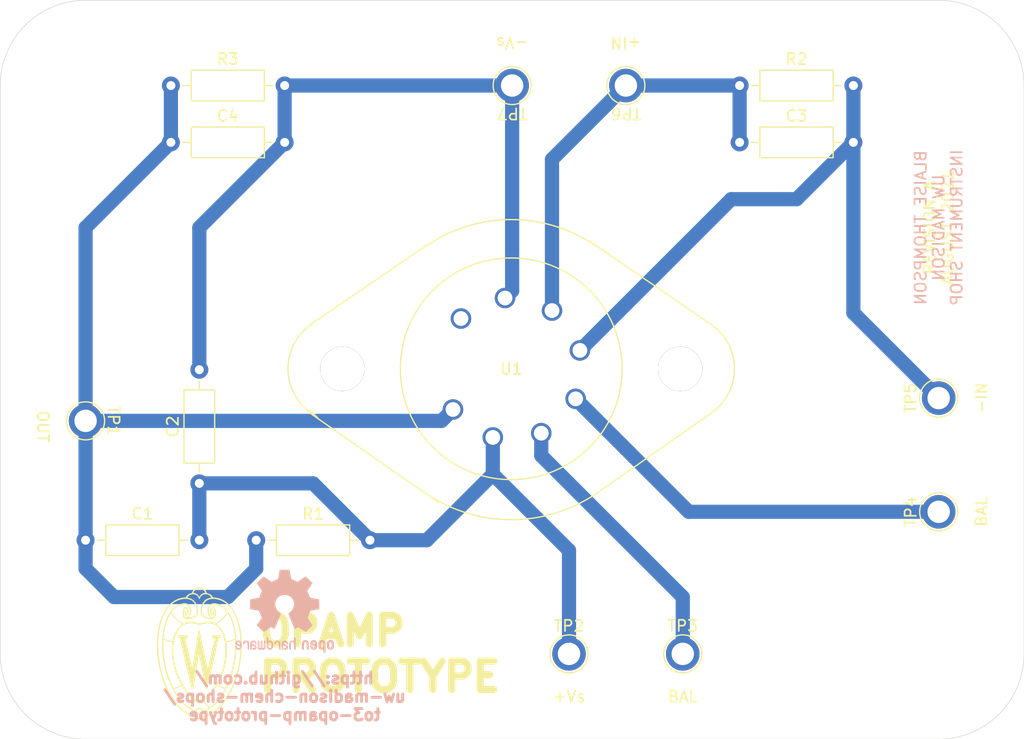
<source format=kicad_pcb>
(kicad_pcb (version 20171130) (host pcbnew 5.1.8+dfsg1-1+b1)

  (general
    (thickness 1.6)
    (drawings 19)
    (tracks 40)
    (zones 0)
    (modules 21)
    (nets 8)
  )

  (page USLetter)
  (title_block
    (title "FRAM Prototype")
    (date 2021-08-06)
    (rev A)
    (company "University of Wisconsin-Madison")
    (comment 1 "Department of Chemistry")
    (comment 2 "Instrument Shop")
    (comment 3 "Blaise Thompson")
    (comment 4 blaise.thompson@wisc.edu)
  )

  (layers
    (0 F.Cu signal)
    (31 B.Cu signal)
    (32 B.Adhes user)
    (33 F.Adhes user)
    (34 B.Paste user)
    (35 F.Paste user)
    (36 B.SilkS user)
    (37 F.SilkS user)
    (38 B.Mask user)
    (39 F.Mask user)
    (40 Dwgs.User user)
    (41 Cmts.User user)
    (42 Eco1.User user)
    (43 Eco2.User user)
    (44 Edge.Cuts user)
    (45 Margin user)
    (46 B.CrtYd user)
    (47 F.CrtYd user)
    (48 B.Fab user)
    (49 F.Fab user hide)
  )

  (setup
    (last_trace_width 1.27)
    (trace_clearance 0.635)
    (zone_clearance 0.508)
    (zone_45_only no)
    (trace_min 0.2)
    (via_size 0.8)
    (via_drill 0.4)
    (via_min_size 0.4)
    (via_min_drill 0.3)
    (uvia_size 0.3)
    (uvia_drill 0.1)
    (uvias_allowed no)
    (uvia_min_size 0.2)
    (uvia_min_drill 0.1)
    (edge_width 0.05)
    (segment_width 0.2)
    (pcb_text_width 0.3)
    (pcb_text_size 1.5 1.5)
    (mod_edge_width 0.12)
    (mod_text_size 1 1)
    (mod_text_width 0.15)
    (pad_size 1.6 0.41)
    (pad_drill 0)
    (pad_to_mask_clearance 0)
    (aux_axis_origin 0 0)
    (visible_elements FFFFFF7F)
    (pcbplotparams
      (layerselection 0x010fc_ffffffff)
      (usegerberextensions false)
      (usegerberattributes true)
      (usegerberadvancedattributes true)
      (creategerberjobfile true)
      (excludeedgelayer true)
      (linewidth 0.100000)
      (plotframeref false)
      (viasonmask false)
      (mode 1)
      (useauxorigin false)
      (hpglpennumber 1)
      (hpglpenspeed 20)
      (hpglpendiameter 15.000000)
      (psnegative false)
      (psa4output false)
      (plotreference true)
      (plotvalue true)
      (plotinvisibletext false)
      (padsonsilk false)
      (subtractmaskfromsilk false)
      (outputformat 1)
      (mirror false)
      (drillshape 0)
      (scaleselection 1)
      (outputdirectory "../gerber"))
  )

  (net 0 "")
  (net 1 "Net-(C3-Pad1)")
  (net 2 "Net-(C1-Pad2)")
  (net 3 "Net-(C1-Pad1)")
  (net 4 "Net-(C2-Pad2)")
  (net 5 "Net-(C3-Pad2)")
  (net 6 "Net-(TP3-Pad1)")
  (net 7 "Net-(TP4-Pad1)")

  (net_class Default "This is the default net class."
    (clearance 0.635)
    (trace_width 1.27)
    (via_dia 0.8)
    (via_drill 0.4)
    (uvia_dia 0.3)
    (uvia_drill 0.1)
    (add_net "Net-(C1-Pad1)")
    (add_net "Net-(C1-Pad2)")
    (add_net "Net-(C2-Pad2)")
    (add_net "Net-(C3-Pad1)")
    (add_net "Net-(C3-Pad2)")
    (add_net "Net-(TP3-Pad1)")
    (add_net "Net-(TP4-Pad1)")
  )

  (net_class data ""
    (clearance 0.0762)
    (trace_width 0.381)
    (via_dia 0.635)
    (via_drill 0.4)
    (uvia_dia 0.3)
    (uvia_drill 0.1)
    (diff_pair_width 0.2)
    (diff_pair_gap 0.0214)
  )

  (module Symbol:OSHW-Logo2_9.8x8mm_SilkScreen locked (layer B.Cu) (tedit 0) (tstamp 610D49EC)
    (at 81.28 110.49 180)
    (descr "Open Source Hardware Symbol")
    (tags "Logo Symbol OSHW")
    (attr virtual)
    (fp_text reference REF** (at 0 0) (layer B.SilkS) hide
      (effects (font (size 1 1) (thickness 0.15)) (justify mirror))
    )
    (fp_text value OSHW-Logo2_9.8x8mm_SilkScreen (at 0.75 0) (layer B.Fab) hide
      (effects (font (size 1 1) (thickness 0.15)) (justify mirror))
    )
    (fp_poly (pts (xy -3.231114 -2.584505) (xy -3.156461 -2.621727) (xy -3.090569 -2.690261) (xy -3.072423 -2.715648)
      (xy -3.052655 -2.748866) (xy -3.039828 -2.784945) (xy -3.03249 -2.833098) (xy -3.029187 -2.902536)
      (xy -3.028462 -2.994206) (xy -3.031737 -3.11983) (xy -3.043123 -3.214154) (xy -3.064959 -3.284523)
      (xy -3.099581 -3.338286) (xy -3.14933 -3.382788) (xy -3.152986 -3.385423) (xy -3.202015 -3.412377)
      (xy -3.261055 -3.425712) (xy -3.336141 -3.429) (xy -3.458205 -3.429) (xy -3.458256 -3.547497)
      (xy -3.459392 -3.613492) (xy -3.466314 -3.652202) (xy -3.484402 -3.675419) (xy -3.519038 -3.694933)
      (xy -3.527355 -3.69892) (xy -3.56628 -3.717603) (xy -3.596417 -3.729403) (xy -3.618826 -3.730422)
      (xy -3.634567 -3.716761) (xy -3.644698 -3.684522) (xy -3.650277 -3.629804) (xy -3.652365 -3.548711)
      (xy -3.652019 -3.437344) (xy -3.6503 -3.291802) (xy -3.649763 -3.248269) (xy -3.647828 -3.098205)
      (xy -3.646096 -3.000042) (xy -3.458308 -3.000042) (xy -3.457252 -3.083364) (xy -3.452562 -3.13788)
      (xy -3.441949 -3.173837) (xy -3.423128 -3.201482) (xy -3.41035 -3.214965) (xy -3.35811 -3.254417)
      (xy -3.311858 -3.257628) (xy -3.264133 -3.225049) (xy -3.262923 -3.223846) (xy -3.243506 -3.198668)
      (xy -3.231693 -3.164447) (xy -3.225735 -3.111748) (xy -3.22388 -3.031131) (xy -3.223846 -3.013271)
      (xy -3.22833 -2.902175) (xy -3.242926 -2.825161) (xy -3.26935 -2.778147) (xy -3.309317 -2.75705)
      (xy -3.332416 -2.754923) (xy -3.387238 -2.7649) (xy -3.424842 -2.797752) (xy -3.447477 -2.857857)
      (xy -3.457394 -2.949598) (xy -3.458308 -3.000042) (xy -3.646096 -3.000042) (xy -3.645778 -2.98206)
      (xy -3.643127 -2.894679) (xy -3.639394 -2.830905) (xy -3.634093 -2.785582) (xy -3.626742 -2.753555)
      (xy -3.616857 -2.729668) (xy -3.603954 -2.708764) (xy -3.598421 -2.700898) (xy -3.525031 -2.626595)
      (xy -3.43224 -2.584467) (xy -3.324904 -2.572722) (xy -3.231114 -2.584505)) (layer B.SilkS) (width 0.01))
    (fp_poly (pts (xy -1.728336 -2.595089) (xy -1.665633 -2.631358) (xy -1.622039 -2.667358) (xy -1.590155 -2.705075)
      (xy -1.56819 -2.751199) (xy -1.554351 -2.812421) (xy -1.546847 -2.895431) (xy -1.543883 -3.006919)
      (xy -1.543539 -3.087062) (xy -1.543539 -3.382065) (xy -1.709615 -3.456515) (xy -1.719385 -3.133402)
      (xy -1.723421 -3.012729) (xy -1.727656 -2.925141) (xy -1.732903 -2.86465) (xy -1.739975 -2.825268)
      (xy -1.749689 -2.801007) (xy -1.762856 -2.78588) (xy -1.767081 -2.782606) (xy -1.831091 -2.757034)
      (xy -1.895792 -2.767153) (xy -1.934308 -2.794) (xy -1.949975 -2.813024) (xy -1.96082 -2.837988)
      (xy -1.967712 -2.875834) (xy -1.971521 -2.933502) (xy -1.973117 -3.017935) (xy -1.973385 -3.105928)
      (xy -1.973437 -3.216323) (xy -1.975328 -3.294463) (xy -1.981655 -3.347165) (xy -1.995017 -3.381242)
      (xy -2.018015 -3.403511) (xy -2.053246 -3.420787) (xy -2.100303 -3.438738) (xy -2.151697 -3.458278)
      (xy -2.145579 -3.111485) (xy -2.143116 -2.986468) (xy -2.140233 -2.894082) (xy -2.136102 -2.827881)
      (xy -2.129893 -2.78142) (xy -2.120774 -2.748256) (xy -2.107917 -2.721944) (xy -2.092416 -2.698729)
      (xy -2.017629 -2.624569) (xy -1.926372 -2.581684) (xy -1.827117 -2.571412) (xy -1.728336 -2.595089)) (layer B.SilkS) (width 0.01))
    (fp_poly (pts (xy -3.983114 -2.587256) (xy -3.891536 -2.635409) (xy -3.823951 -2.712905) (xy -3.799943 -2.762727)
      (xy -3.781262 -2.837533) (xy -3.771699 -2.932052) (xy -3.770792 -3.03521) (xy -3.778079 -3.135935)
      (xy -3.793097 -3.223153) (xy -3.815385 -3.285791) (xy -3.822235 -3.296579) (xy -3.903368 -3.377105)
      (xy -3.999734 -3.425336) (xy -4.104299 -3.43945) (xy -4.210032 -3.417629) (xy -4.239457 -3.404547)
      (xy -4.296759 -3.364231) (xy -4.34705 -3.310775) (xy -4.351803 -3.303995) (xy -4.371122 -3.271321)
      (xy -4.383892 -3.236394) (xy -4.391436 -3.190414) (xy -4.395076 -3.124584) (xy -4.396135 -3.030105)
      (xy -4.396154 -3.008923) (xy -4.396106 -3.002182) (xy -4.200769 -3.002182) (xy -4.199632 -3.091349)
      (xy -4.195159 -3.15052) (xy -4.185754 -3.188741) (xy -4.169824 -3.215053) (xy -4.161692 -3.223846)
      (xy -4.114942 -3.257261) (xy -4.069553 -3.255737) (xy -4.02366 -3.226752) (xy -3.996288 -3.195809)
      (xy -3.980077 -3.150643) (xy -3.970974 -3.07942) (xy -3.970349 -3.071114) (xy -3.968796 -2.942037)
      (xy -3.985035 -2.846172) (xy -4.018848 -2.784107) (xy -4.070016 -2.756432) (xy -4.08828 -2.754923)
      (xy -4.13624 -2.762513) (xy -4.169047 -2.788808) (xy -4.189105 -2.839095) (xy -4.198822 -2.918664)
      (xy -4.200769 -3.002182) (xy -4.396106 -3.002182) (xy -4.395426 -2.908249) (xy -4.392371 -2.837906)
      (xy -4.385678 -2.789163) (xy -4.37404 -2.753288) (xy -4.356147 -2.721548) (xy -4.352192 -2.715648)
      (xy -4.285733 -2.636104) (xy -4.213315 -2.589929) (xy -4.125151 -2.571599) (xy -4.095213 -2.570703)
      (xy -3.983114 -2.587256)) (layer B.SilkS) (width 0.01))
    (fp_poly (pts (xy -2.465746 -2.599745) (xy -2.388714 -2.651567) (xy -2.329184 -2.726412) (xy -2.293622 -2.821654)
      (xy -2.286429 -2.891756) (xy -2.287246 -2.921009) (xy -2.294086 -2.943407) (xy -2.312888 -2.963474)
      (xy -2.349592 -2.985733) (xy -2.410138 -3.014709) (xy -2.500466 -3.054927) (xy -2.500923 -3.055129)
      (xy -2.584067 -3.09321) (xy -2.652247 -3.127025) (xy -2.698495 -3.152933) (xy -2.715842 -3.167295)
      (xy -2.715846 -3.167411) (xy -2.700557 -3.198685) (xy -2.664804 -3.233157) (xy -2.623758 -3.25799)
      (xy -2.602963 -3.262923) (xy -2.54623 -3.245862) (xy -2.497373 -3.203133) (xy -2.473535 -3.156155)
      (xy -2.450603 -3.121522) (xy -2.405682 -3.082081) (xy -2.352877 -3.048009) (xy -2.30629 -3.02948)
      (xy -2.296548 -3.028462) (xy -2.285582 -3.045215) (xy -2.284921 -3.088039) (xy -2.29298 -3.145781)
      (xy -2.308173 -3.207289) (xy -2.328914 -3.261409) (xy -2.329962 -3.26351) (xy -2.392379 -3.35066)
      (xy -2.473274 -3.409939) (xy -2.565144 -3.439034) (xy -2.660487 -3.435634) (xy -2.751802 -3.397428)
      (xy -2.755862 -3.394741) (xy -2.827694 -3.329642) (xy -2.874927 -3.244705) (xy -2.901066 -3.133021)
      (xy -2.904574 -3.101643) (xy -2.910787 -2.953536) (xy -2.903339 -2.884468) (xy -2.715846 -2.884468)
      (xy -2.71341 -2.927552) (xy -2.700086 -2.940126) (xy -2.666868 -2.930719) (xy -2.614506 -2.908483)
      (xy -2.555976 -2.88061) (xy -2.554521 -2.879872) (xy -2.504911 -2.853777) (xy -2.485 -2.836363)
      (xy -2.48991 -2.818107) (xy -2.510584 -2.79412) (xy -2.563181 -2.759406) (xy -2.619823 -2.756856)
      (xy -2.670631 -2.782119) (xy -2.705724 -2.830847) (xy -2.715846 -2.884468) (xy -2.903339 -2.884468)
      (xy -2.898008 -2.835036) (xy -2.865222 -2.741055) (xy -2.819579 -2.675215) (xy -2.737198 -2.608681)
      (xy -2.646454 -2.575676) (xy -2.553815 -2.573573) (xy -2.465746 -2.599745)) (layer B.SilkS) (width 0.01))
    (fp_poly (pts (xy -0.840154 -2.49212) (xy -0.834428 -2.57198) (xy -0.827851 -2.619039) (xy -0.818738 -2.639566)
      (xy -0.805402 -2.639829) (xy -0.801077 -2.637378) (xy -0.743556 -2.619636) (xy -0.668732 -2.620672)
      (xy -0.592661 -2.63891) (xy -0.545082 -2.662505) (xy -0.496298 -2.700198) (xy -0.460636 -2.742855)
      (xy -0.436155 -2.797057) (xy -0.420913 -2.869384) (xy -0.41297 -2.966419) (xy -0.410384 -3.094742)
      (xy -0.410338 -3.119358) (xy -0.410308 -3.39587) (xy -0.471839 -3.41732) (xy -0.515541 -3.431912)
      (xy -0.539518 -3.438706) (xy -0.540223 -3.438769) (xy -0.542585 -3.420345) (xy -0.544594 -3.369526)
      (xy -0.546099 -3.292993) (xy -0.546947 -3.19743) (xy -0.547077 -3.139329) (xy -0.547349 -3.024771)
      (xy -0.548748 -2.942667) (xy -0.552151 -2.886393) (xy -0.558433 -2.849326) (xy -0.568471 -2.824844)
      (xy -0.583139 -2.806325) (xy -0.592298 -2.797406) (xy -0.655211 -2.761466) (xy -0.723864 -2.758775)
      (xy -0.786152 -2.78917) (xy -0.797671 -2.800144) (xy -0.814567 -2.820779) (xy -0.826286 -2.845256)
      (xy -0.833767 -2.880647) (xy -0.837946 -2.934026) (xy -0.839763 -3.012466) (xy -0.840154 -3.120617)
      (xy -0.840154 -3.39587) (xy -0.901685 -3.41732) (xy -0.945387 -3.431912) (xy -0.969364 -3.438706)
      (xy -0.97007 -3.438769) (xy -0.971874 -3.420069) (xy -0.9735 -3.367322) (xy -0.974883 -3.285557)
      (xy -0.975958 -3.179805) (xy -0.97666 -3.055094) (xy -0.976923 -2.916455) (xy -0.976923 -2.381806)
      (xy -0.849923 -2.328236) (xy -0.840154 -2.49212)) (layer B.SilkS) (width 0.01))
    (fp_poly (pts (xy 0.053501 -2.626303) (xy 0.13006 -2.654733) (xy 0.130936 -2.655279) (xy 0.178285 -2.690127)
      (xy 0.213241 -2.730852) (xy 0.237825 -2.783925) (xy 0.254062 -2.855814) (xy 0.263975 -2.952992)
      (xy 0.269586 -3.081928) (xy 0.270077 -3.100298) (xy 0.277141 -3.377287) (xy 0.217695 -3.408028)
      (xy 0.174681 -3.428802) (xy 0.14871 -3.438646) (xy 0.147509 -3.438769) (xy 0.143014 -3.420606)
      (xy 0.139444 -3.371612) (xy 0.137248 -3.300031) (xy 0.136769 -3.242068) (xy 0.136758 -3.14817)
      (xy 0.132466 -3.089203) (xy 0.117503 -3.061079) (xy 0.085482 -3.059706) (xy 0.030014 -3.080998)
      (xy -0.053731 -3.120136) (xy -0.115311 -3.152643) (xy -0.146983 -3.180845) (xy -0.156294 -3.211582)
      (xy -0.156308 -3.213104) (xy -0.140943 -3.266054) (xy -0.095453 -3.29466) (xy -0.025834 -3.298803)
      (xy 0.024313 -3.298084) (xy 0.050754 -3.312527) (xy 0.067243 -3.347218) (xy 0.076733 -3.391416)
      (xy 0.063057 -3.416493) (xy 0.057907 -3.420082) (xy 0.009425 -3.434496) (xy -0.058469 -3.436537)
      (xy -0.128388 -3.426983) (xy -0.177932 -3.409522) (xy -0.24643 -3.351364) (xy -0.285366 -3.270408)
      (xy -0.293077 -3.20716) (xy -0.287193 -3.150111) (xy -0.265899 -3.103542) (xy -0.223735 -3.062181)
      (xy -0.155241 -3.020755) (xy -0.054956 -2.973993) (xy -0.048846 -2.97135) (xy 0.04149 -2.929617)
      (xy 0.097235 -2.895391) (xy 0.121129 -2.864635) (xy 0.115913 -2.833311) (xy 0.084328 -2.797383)
      (xy 0.074883 -2.789116) (xy 0.011617 -2.757058) (xy -0.053936 -2.758407) (xy -0.111028 -2.789838)
      (xy -0.148907 -2.848024) (xy -0.152426 -2.859446) (xy -0.1867 -2.914837) (xy -0.230191 -2.941518)
      (xy -0.293077 -2.96796) (xy -0.293077 -2.899548) (xy -0.273948 -2.80011) (xy -0.217169 -2.708902)
      (xy -0.187622 -2.678389) (xy -0.120458 -2.639228) (xy -0.035044 -2.6215) (xy 0.053501 -2.626303)) (layer B.SilkS) (width 0.01))
    (fp_poly (pts (xy 0.713362 -2.62467) (xy 0.802117 -2.657421) (xy 0.874022 -2.71535) (xy 0.902144 -2.756128)
      (xy 0.932802 -2.830954) (xy 0.932165 -2.885058) (xy 0.899987 -2.921446) (xy 0.888081 -2.927633)
      (xy 0.836675 -2.946925) (xy 0.810422 -2.941982) (xy 0.80153 -2.909587) (xy 0.801077 -2.891692)
      (xy 0.784797 -2.825859) (xy 0.742365 -2.779807) (xy 0.683388 -2.757564) (xy 0.617475 -2.763161)
      (xy 0.563895 -2.792229) (xy 0.545798 -2.80881) (xy 0.532971 -2.828925) (xy 0.524306 -2.859332)
      (xy 0.518696 -2.906788) (xy 0.515035 -2.97805) (xy 0.512215 -3.079875) (xy 0.511484 -3.112115)
      (xy 0.50882 -3.22241) (xy 0.505792 -3.300036) (xy 0.50125 -3.351396) (xy 0.494046 -3.38289)
      (xy 0.483033 -3.40092) (xy 0.46706 -3.411888) (xy 0.456834 -3.416733) (xy 0.413406 -3.433301)
      (xy 0.387842 -3.438769) (xy 0.379395 -3.420507) (xy 0.374239 -3.365296) (xy 0.372346 -3.272499)
      (xy 0.373689 -3.141478) (xy 0.374107 -3.121269) (xy 0.377058 -3.001733) (xy 0.380548 -2.914449)
      (xy 0.385514 -2.852591) (xy 0.392893 -2.809336) (xy 0.403624 -2.77786) (xy 0.418645 -2.751339)
      (xy 0.426502 -2.739975) (xy 0.471553 -2.689692) (xy 0.52194 -2.650581) (xy 0.528108 -2.647167)
      (xy 0.618458 -2.620212) (xy 0.713362 -2.62467)) (layer B.SilkS) (width 0.01))
    (fp_poly (pts (xy 1.602081 -2.780289) (xy 1.601833 -2.92632) (xy 1.600872 -3.038655) (xy 1.598794 -3.122678)
      (xy 1.595193 -3.183769) (xy 1.589665 -3.227309) (xy 1.581804 -3.258679) (xy 1.571207 -3.283262)
      (xy 1.563182 -3.297294) (xy 1.496728 -3.373388) (xy 1.41247 -3.421084) (xy 1.319249 -3.438199)
      (xy 1.2259 -3.422546) (xy 1.170312 -3.394418) (xy 1.111957 -3.34576) (xy 1.072186 -3.286333)
      (xy 1.04819 -3.208507) (xy 1.037161 -3.104652) (xy 1.035599 -3.028462) (xy 1.035809 -3.022986)
      (xy 1.172308 -3.022986) (xy 1.173141 -3.110355) (xy 1.176961 -3.168192) (xy 1.185746 -3.206029)
      (xy 1.201474 -3.233398) (xy 1.220266 -3.254042) (xy 1.283375 -3.29389) (xy 1.351137 -3.297295)
      (xy 1.415179 -3.264025) (xy 1.420164 -3.259517) (xy 1.441439 -3.236067) (xy 1.454779 -3.208166)
      (xy 1.462001 -3.166641) (xy 1.464923 -3.102316) (xy 1.465385 -3.0312) (xy 1.464383 -2.941858)
      (xy 1.460238 -2.882258) (xy 1.451236 -2.843089) (xy 1.435667 -2.81504) (xy 1.422902 -2.800144)
      (xy 1.3636 -2.762575) (xy 1.295301 -2.758057) (xy 1.23011 -2.786753) (xy 1.217528 -2.797406)
      (xy 1.196111 -2.821063) (xy 1.182744 -2.849251) (xy 1.175566 -2.891245) (xy 1.172719 -2.956319)
      (xy 1.172308 -3.022986) (xy 1.035809 -3.022986) (xy 1.040322 -2.905765) (xy 1.056362 -2.813577)
      (xy 1.086528 -2.744269) (xy 1.133629 -2.690211) (xy 1.170312 -2.662505) (xy 1.23699 -2.632572)
      (xy 1.314272 -2.618678) (xy 1.38611 -2.622397) (xy 1.426308 -2.6374) (xy 1.442082 -2.64167)
      (xy 1.45255 -2.62575) (xy 1.459856 -2.583089) (xy 1.465385 -2.518106) (xy 1.471437 -2.445732)
      (xy 1.479844 -2.402187) (xy 1.495141 -2.377287) (xy 1.521864 -2.360845) (xy 1.538654 -2.353564)
      (xy 1.602154 -2.326963) (xy 1.602081 -2.780289)) (layer B.SilkS) (width 0.01))
    (fp_poly (pts (xy 2.395929 -2.636662) (xy 2.398911 -2.688068) (xy 2.401247 -2.766192) (xy 2.402749 -2.864857)
      (xy 2.403231 -2.968343) (xy 2.403231 -3.318533) (xy 2.341401 -3.380363) (xy 2.298793 -3.418462)
      (xy 2.26139 -3.433895) (xy 2.21027 -3.432918) (xy 2.189978 -3.430433) (xy 2.126554 -3.4232)
      (xy 2.074095 -3.419055) (xy 2.061308 -3.418672) (xy 2.018199 -3.421176) (xy 1.956544 -3.427462)
      (xy 1.932638 -3.430433) (xy 1.873922 -3.435028) (xy 1.834464 -3.425046) (xy 1.795338 -3.394228)
      (xy 1.781215 -3.380363) (xy 1.719385 -3.318533) (xy 1.719385 -2.663503) (xy 1.76915 -2.640829)
      (xy 1.812002 -2.624034) (xy 1.837073 -2.618154) (xy 1.843501 -2.636736) (xy 1.849509 -2.688655)
      (xy 1.854697 -2.768172) (xy 1.858664 -2.869546) (xy 1.860577 -2.955192) (xy 1.865923 -3.292231)
      (xy 1.91256 -3.298825) (xy 1.954976 -3.294214) (xy 1.97576 -3.279287) (xy 1.98157 -3.251377)
      (xy 1.98653 -3.191925) (xy 1.990246 -3.108466) (xy 1.992324 -3.008532) (xy 1.992624 -2.957104)
      (xy 1.992923 -2.661054) (xy 2.054454 -2.639604) (xy 2.098004 -2.62502) (xy 2.121694 -2.618219)
      (xy 2.122377 -2.618154) (xy 2.124754 -2.636642) (xy 2.127366 -2.687906) (xy 2.129995 -2.765649)
      (xy 2.132421 -2.863574) (xy 2.134115 -2.955192) (xy 2.139461 -3.292231) (xy 2.256692 -3.292231)
      (xy 2.262072 -2.984746) (xy 2.267451 -2.677261) (xy 2.324601 -2.647707) (xy 2.366797 -2.627413)
      (xy 2.39177 -2.618204) (xy 2.392491 -2.618154) (xy 2.395929 -2.636662)) (layer B.SilkS) (width 0.01))
    (fp_poly (pts (xy 2.887333 -2.633528) (xy 2.94359 -2.659117) (xy 2.987747 -2.690124) (xy 3.020101 -2.724795)
      (xy 3.042438 -2.76952) (xy 3.056546 -2.830692) (xy 3.064211 -2.914701) (xy 3.06722 -3.02794)
      (xy 3.067538 -3.102509) (xy 3.067538 -3.39342) (xy 3.017773 -3.416095) (xy 2.978576 -3.432667)
      (xy 2.959157 -3.438769) (xy 2.955442 -3.42061) (xy 2.952495 -3.371648) (xy 2.950691 -3.300153)
      (xy 2.950308 -3.243385) (xy 2.948661 -3.161371) (xy 2.944222 -3.096309) (xy 2.93774 -3.056467)
      (xy 2.93259 -3.048) (xy 2.897977 -3.056646) (xy 2.84364 -3.078823) (xy 2.780722 -3.108886)
      (xy 2.720368 -3.141192) (xy 2.673721 -3.170098) (xy 2.651926 -3.189961) (xy 2.651839 -3.190175)
      (xy 2.653714 -3.226935) (xy 2.670525 -3.262026) (xy 2.700039 -3.290528) (xy 2.743116 -3.300061)
      (xy 2.779932 -3.29895) (xy 2.832074 -3.298133) (xy 2.859444 -3.310349) (xy 2.875882 -3.342624)
      (xy 2.877955 -3.34871) (xy 2.885081 -3.394739) (xy 2.866024 -3.422687) (xy 2.816353 -3.436007)
      (xy 2.762697 -3.43847) (xy 2.666142 -3.42021) (xy 2.616159 -3.394131) (xy 2.554429 -3.332868)
      (xy 2.52169 -3.25767) (xy 2.518753 -3.178211) (xy 2.546424 -3.104167) (xy 2.588047 -3.057769)
      (xy 2.629604 -3.031793) (xy 2.694922 -2.998907) (xy 2.771038 -2.965557) (xy 2.783726 -2.960461)
      (xy 2.867333 -2.923565) (xy 2.91553 -2.891046) (xy 2.93103 -2.858718) (xy 2.91655 -2.822394)
      (xy 2.891692 -2.794) (xy 2.832939 -2.759039) (xy 2.768293 -2.756417) (xy 2.709008 -2.783358)
      (xy 2.666339 -2.837088) (xy 2.660739 -2.85095) (xy 2.628133 -2.901936) (xy 2.58053 -2.939787)
      (xy 2.520461 -2.97085) (xy 2.520461 -2.882768) (xy 2.523997 -2.828951) (xy 2.539156 -2.786534)
      (xy 2.572768 -2.741279) (xy 2.605035 -2.70642) (xy 2.655209 -2.657062) (xy 2.694193 -2.630547)
      (xy 2.736064 -2.619911) (xy 2.78346 -2.618154) (xy 2.887333 -2.633528)) (layer B.SilkS) (width 0.01))
    (fp_poly (pts (xy 3.570807 -2.636782) (xy 3.594161 -2.646988) (xy 3.649902 -2.691134) (xy 3.697569 -2.754967)
      (xy 3.727048 -2.823087) (xy 3.731846 -2.85667) (xy 3.71576 -2.903556) (xy 3.680475 -2.928365)
      (xy 3.642644 -2.943387) (xy 3.625321 -2.946155) (xy 3.616886 -2.926066) (xy 3.60023 -2.882351)
      (xy 3.592923 -2.862598) (xy 3.551948 -2.794271) (xy 3.492622 -2.760191) (xy 3.416552 -2.761239)
      (xy 3.410918 -2.762581) (xy 3.370305 -2.781836) (xy 3.340448 -2.819375) (xy 3.320055 -2.879809)
      (xy 3.307836 -2.967751) (xy 3.3025 -3.087813) (xy 3.302 -3.151698) (xy 3.301752 -3.252403)
      (xy 3.300126 -3.321054) (xy 3.295801 -3.364673) (xy 3.287454 -3.390282) (xy 3.273765 -3.404903)
      (xy 3.253411 -3.415558) (xy 3.252234 -3.416095) (xy 3.213038 -3.432667) (xy 3.193619 -3.438769)
      (xy 3.190635 -3.420319) (xy 3.188081 -3.369323) (xy 3.18614 -3.292308) (xy 3.184997 -3.195805)
      (xy 3.184769 -3.125184) (xy 3.185932 -2.988525) (xy 3.190479 -2.884851) (xy 3.199999 -2.808108)
      (xy 3.216081 -2.752246) (xy 3.240313 -2.711212) (xy 3.274286 -2.678954) (xy 3.307833 -2.65644)
      (xy 3.388499 -2.626476) (xy 3.482381 -2.619718) (xy 3.570807 -2.636782)) (layer B.SilkS) (width 0.01))
    (fp_poly (pts (xy 4.245224 -2.647838) (xy 4.322528 -2.698361) (xy 4.359814 -2.74359) (xy 4.389353 -2.825663)
      (xy 4.391699 -2.890607) (xy 4.386385 -2.977445) (xy 4.186115 -3.065103) (xy 4.088739 -3.109887)
      (xy 4.025113 -3.145913) (xy 3.992029 -3.177117) (xy 3.98628 -3.207436) (xy 4.004658 -3.240805)
      (xy 4.024923 -3.262923) (xy 4.083889 -3.298393) (xy 4.148024 -3.300879) (xy 4.206926 -3.273235)
      (xy 4.250197 -3.21832) (xy 4.257936 -3.198928) (xy 4.295006 -3.138364) (xy 4.337654 -3.112552)
      (xy 4.396154 -3.090471) (xy 4.396154 -3.174184) (xy 4.390982 -3.23115) (xy 4.370723 -3.279189)
      (xy 4.328262 -3.334346) (xy 4.321951 -3.341514) (xy 4.27472 -3.390585) (xy 4.234121 -3.41692)
      (xy 4.183328 -3.429035) (xy 4.14122 -3.433003) (xy 4.065902 -3.433991) (xy 4.012286 -3.421466)
      (xy 3.978838 -3.402869) (xy 3.926268 -3.361975) (xy 3.889879 -3.317748) (xy 3.86685 -3.262126)
      (xy 3.854359 -3.187047) (xy 3.849587 -3.084449) (xy 3.849206 -3.032376) (xy 3.850501 -2.969948)
      (xy 3.968471 -2.969948) (xy 3.969839 -3.003438) (xy 3.973249 -3.008923) (xy 3.995753 -3.001472)
      (xy 4.044182 -2.981753) (xy 4.108908 -2.953718) (xy 4.122443 -2.947692) (xy 4.204244 -2.906096)
      (xy 4.249312 -2.869538) (xy 4.259217 -2.835296) (xy 4.235526 -2.800648) (xy 4.21596 -2.785339)
      (xy 4.14536 -2.754721) (xy 4.07928 -2.75978) (xy 4.023959 -2.797151) (xy 3.985636 -2.863473)
      (xy 3.973349 -2.916116) (xy 3.968471 -2.969948) (xy 3.850501 -2.969948) (xy 3.85173 -2.91072)
      (xy 3.861032 -2.82071) (xy 3.87946 -2.755167) (xy 3.90936 -2.706912) (xy 3.95308 -2.668767)
      (xy 3.972141 -2.65644) (xy 4.058726 -2.624336) (xy 4.153522 -2.622316) (xy 4.245224 -2.647838)) (layer B.SilkS) (width 0.01))
    (fp_poly (pts (xy 0.139878 3.712224) (xy 0.245612 3.711645) (xy 0.322132 3.710078) (xy 0.374372 3.707028)
      (xy 0.407263 3.702004) (xy 0.425737 3.694511) (xy 0.434727 3.684056) (xy 0.439163 3.670147)
      (xy 0.439594 3.668346) (xy 0.446333 3.635855) (xy 0.458808 3.571748) (xy 0.475719 3.482849)
      (xy 0.495771 3.375981) (xy 0.517664 3.257967) (xy 0.518429 3.253822) (xy 0.540359 3.138169)
      (xy 0.560877 3.035986) (xy 0.578659 2.953402) (xy 0.592381 2.896544) (xy 0.600718 2.871542)
      (xy 0.601116 2.871099) (xy 0.625677 2.85889) (xy 0.676315 2.838544) (xy 0.742095 2.814455)
      (xy 0.742461 2.814326) (xy 0.825317 2.783182) (xy 0.923 2.743509) (xy 1.015077 2.703619)
      (xy 1.019434 2.701647) (xy 1.169407 2.63358) (xy 1.501498 2.860361) (xy 1.603374 2.929496)
      (xy 1.695657 2.991303) (xy 1.773003 3.042267) (xy 1.830064 3.078873) (xy 1.861495 3.097606)
      (xy 1.864479 3.098996) (xy 1.887321 3.09281) (xy 1.929982 3.062965) (xy 1.994128 3.008053)
      (xy 2.081421 2.926666) (xy 2.170535 2.840078) (xy 2.256441 2.754753) (xy 2.333327 2.676892)
      (xy 2.396564 2.611303) (xy 2.441523 2.562795) (xy 2.463576 2.536175) (xy 2.464396 2.534805)
      (xy 2.466834 2.516537) (xy 2.45765 2.486705) (xy 2.434574 2.441279) (xy 2.395337 2.37623)
      (xy 2.33767 2.28753) (xy 2.260795 2.173343) (xy 2.19257 2.072838) (xy 2.131582 1.982697)
      (xy 2.081356 1.908151) (xy 2.045416 1.854435) (xy 2.027287 1.826782) (xy 2.026146 1.824905)
      (xy 2.028359 1.79841) (xy 2.045138 1.746914) (xy 2.073142 1.680149) (xy 2.083122 1.658828)
      (xy 2.126672 1.563841) (xy 2.173134 1.456063) (xy 2.210877 1.362808) (xy 2.238073 1.293594)
      (xy 2.259675 1.240994) (xy 2.272158 1.213503) (xy 2.273709 1.211384) (xy 2.296668 1.207876)
      (xy 2.350786 1.198262) (xy 2.428868 1.183911) (xy 2.523719 1.166193) (xy 2.628143 1.146475)
      (xy 2.734944 1.126126) (xy 2.836926 1.106514) (xy 2.926894 1.089009) (xy 2.997653 1.074978)
      (xy 3.042006 1.065791) (xy 3.052885 1.063193) (xy 3.064122 1.056782) (xy 3.072605 1.042303)
      (xy 3.078714 1.014867) (xy 3.082832 0.969589) (xy 3.085341 0.90158) (xy 3.086621 0.805953)
      (xy 3.087054 0.67782) (xy 3.087077 0.625299) (xy 3.087077 0.198155) (xy 2.9845 0.177909)
      (xy 2.927431 0.16693) (xy 2.842269 0.150905) (xy 2.739372 0.131767) (xy 2.629096 0.111449)
      (xy 2.598615 0.105868) (xy 2.496855 0.086083) (xy 2.408205 0.066627) (xy 2.340108 0.049303)
      (xy 2.300004 0.035912) (xy 2.293323 0.031921) (xy 2.276919 0.003658) (xy 2.253399 -0.051109)
      (xy 2.227316 -0.121588) (xy 2.222142 -0.136769) (xy 2.187956 -0.230896) (xy 2.145523 -0.337101)
      (xy 2.103997 -0.432473) (xy 2.103792 -0.432916) (xy 2.03464 -0.582525) (xy 2.489512 -1.251617)
      (xy 2.1975 -1.544116) (xy 2.10918 -1.63117) (xy 2.028625 -1.707909) (xy 1.96036 -1.770237)
      (xy 1.908908 -1.814056) (xy 1.878794 -1.83527) (xy 1.874474 -1.836616) (xy 1.849111 -1.826016)
      (xy 1.797358 -1.796547) (xy 1.724868 -1.751705) (xy 1.637294 -1.694984) (xy 1.542612 -1.631462)
      (xy 1.446516 -1.566668) (xy 1.360837 -1.510287) (xy 1.291016 -1.465788) (xy 1.242494 -1.436639)
      (xy 1.220782 -1.426308) (xy 1.194293 -1.43505) (xy 1.144062 -1.458087) (xy 1.080451 -1.490631)
      (xy 1.073708 -1.494249) (xy 0.988046 -1.53721) (xy 0.929306 -1.558279) (xy 0.892772 -1.558503)
      (xy 0.873731 -1.538928) (xy 0.87362 -1.538654) (xy 0.864102 -1.515472) (xy 0.841403 -1.460441)
      (xy 0.807282 -1.377822) (xy 0.7635 -1.271872) (xy 0.711816 -1.146852) (xy 0.653992 -1.00702)
      (xy 0.597991 -0.871637) (xy 0.536447 -0.722234) (xy 0.479939 -0.583832) (xy 0.430161 -0.460673)
      (xy 0.388806 -0.357002) (xy 0.357568 -0.277059) (xy 0.338141 -0.225088) (xy 0.332154 -0.205692)
      (xy 0.347168 -0.183443) (xy 0.386439 -0.147982) (xy 0.438807 -0.108887) (xy 0.587941 0.014755)
      (xy 0.704511 0.156478) (xy 0.787118 0.313296) (xy 0.834366 0.482225) (xy 0.844857 0.660278)
      (xy 0.837231 0.742461) (xy 0.795682 0.912969) (xy 0.724123 1.063541) (xy 0.626995 1.192691)
      (xy 0.508734 1.298936) (xy 0.37378 1.38079) (xy 0.226571 1.436768) (xy 0.071544 1.465385)
      (xy -0.086861 1.465156) (xy -0.244206 1.434595) (xy -0.396054 1.372218) (xy -0.537965 1.27654)
      (xy -0.597197 1.222428) (xy -0.710797 1.08348) (xy -0.789894 0.931639) (xy -0.835014 0.771333)
      (xy -0.846684 0.606988) (xy -0.825431 0.443029) (xy -0.77178 0.283882) (xy -0.68626 0.133975)
      (xy -0.569395 -0.002267) (xy -0.438807 -0.108887) (xy -0.384412 -0.149642) (xy -0.345986 -0.184718)
      (xy -0.332154 -0.205726) (xy -0.339397 -0.228635) (xy -0.359995 -0.283365) (xy -0.392254 -0.365672)
      (xy -0.434479 -0.471315) (xy -0.484977 -0.59605) (xy -0.542052 -0.735636) (xy -0.598146 -0.87167)
      (xy -0.660033 -1.021201) (xy -0.717356 -1.159767) (xy -0.768356 -1.283107) (xy -0.811273 -1.386964)
      (xy -0.844347 -1.46708) (xy -0.865819 -1.519195) (xy -0.873775 -1.538654) (xy -0.892571 -1.558423)
      (xy -0.928926 -1.558365) (xy -0.987521 -1.537441) (xy -1.073032 -1.494613) (xy -1.073708 -1.494249)
      (xy -1.138093 -1.461012) (xy -1.190139 -1.436802) (xy -1.219488 -1.426404) (xy -1.220783 -1.426308)
      (xy -1.242876 -1.436855) (xy -1.291652 -1.466184) (xy -1.361669 -1.510827) (xy -1.447486 -1.567314)
      (xy -1.542612 -1.631462) (xy -1.63946 -1.696411) (xy -1.726747 -1.752896) (xy -1.798819 -1.797421)
      (xy -1.850023 -1.82649) (xy -1.874474 -1.836616) (xy -1.89699 -1.823307) (xy -1.942258 -1.786112)
      (xy -2.005756 -1.729128) (xy -2.082961 -1.656449) (xy -2.169349 -1.572171) (xy -2.197601 -1.544016)
      (xy -2.489713 -1.251416) (xy -2.267369 -0.925104) (xy -2.199798 -0.824897) (xy -2.140493 -0.734963)
      (xy -2.092783 -0.66051) (xy -2.059993 -0.606751) (xy -2.045452 -0.578894) (xy -2.045026 -0.576912)
      (xy -2.052692 -0.550655) (xy -2.073311 -0.497837) (xy -2.103315 -0.42731) (xy -2.124375 -0.380093)
      (xy -2.163752 -0.289694) (xy -2.200835 -0.198366) (xy -2.229585 -0.1212) (xy -2.237395 -0.097692)
      (xy -2.259583 -0.034916) (xy -2.281273 0.013589) (xy -2.293187 0.031921) (xy -2.319477 0.043141)
      (xy -2.376858 0.059046) (xy -2.457882 0.077833) (xy -2.555105 0.097701) (xy -2.598615 0.105868)
      (xy -2.709104 0.126171) (xy -2.815084 0.14583) (xy -2.906199 0.162912) (xy -2.972092 0.175482)
      (xy -2.9845 0.177909) (xy -3.087077 0.198155) (xy -3.087077 0.625299) (xy -3.086847 0.765754)
      (xy -3.085901 0.872021) (xy -3.083859 0.948987) (xy -3.080338 1.00154) (xy -3.074957 1.034567)
      (xy -3.067334 1.052955) (xy -3.057088 1.061592) (xy -3.052885 1.063193) (xy -3.02753 1.068873)
      (xy -2.971516 1.080205) (xy -2.892036 1.095821) (xy -2.796288 1.114353) (xy -2.691467 1.134431)
      (xy -2.584768 1.154688) (xy -2.483387 1.173754) (xy -2.394521 1.190261) (xy -2.325363 1.202841)
      (xy -2.283111 1.210125) (xy -2.27371 1.211384) (xy -2.265193 1.228237) (xy -2.24634 1.27313)
      (xy -2.220676 1.33757) (xy -2.210877 1.362808) (xy -2.171352 1.460314) (xy -2.124808 1.568041)
      (xy -2.083123 1.658828) (xy -2.05245 1.728247) (xy -2.032044 1.78529) (xy -2.025232 1.820223)
      (xy -2.026318 1.824905) (xy -2.040715 1.847009) (xy -2.073588 1.896169) (xy -2.12141 1.967152)
      (xy -2.180652 2.054722) (xy -2.247785 2.153643) (xy -2.261059 2.17317) (xy -2.338954 2.28886)
      (xy -2.396213 2.376956) (xy -2.435119 2.441514) (xy -2.457956 2.486589) (xy -2.467006 2.516237)
      (xy -2.464552 2.534515) (xy -2.464489 2.534631) (xy -2.445173 2.558639) (xy -2.402449 2.605053)
      (xy -2.340949 2.669063) (xy -2.265302 2.745855) (xy -2.180139 2.830618) (xy -2.170535 2.840078)
      (xy -2.06321 2.944011) (xy -1.980385 3.020325) (xy -1.920395 3.070429) (xy -1.881577 3.09573)
      (xy -1.86448 3.098996) (xy -1.839527 3.08475) (xy -1.787745 3.051844) (xy -1.71448 3.003792)
      (xy -1.62508 2.94411) (xy -1.524889 2.876312) (xy -1.501499 2.860361) (xy -1.169407 2.63358)
      (xy -1.019435 2.701647) (xy -0.92823 2.741315) (xy -0.830331 2.781209) (xy -0.746169 2.813017)
      (xy -0.742462 2.814326) (xy -0.676631 2.838424) (xy -0.625884 2.8588) (xy -0.601158 2.871064)
      (xy -0.601116 2.871099) (xy -0.593271 2.893266) (xy -0.579934 2.947783) (xy -0.56243 3.02852)
      (xy -0.542083 3.12935) (xy -0.520218 3.244144) (xy -0.518429 3.253822) (xy -0.496496 3.372096)
      (xy -0.47636 3.479458) (xy -0.45932 3.569083) (xy -0.446672 3.634149) (xy -0.439716 3.667832)
      (xy -0.439594 3.668346) (xy -0.435361 3.682675) (xy -0.427129 3.693493) (xy -0.409967 3.701294)
      (xy -0.378942 3.706571) (xy -0.329122 3.709818) (xy -0.255576 3.711528) (xy -0.153371 3.712193)
      (xy -0.017575 3.712307) (xy 0 3.712308) (xy 0.139878 3.712224)) (layer B.SilkS) (width 0.01))
  )

  (module Resistor_THT:R_Axial_DIN0207_L6.3mm_D2.5mm_P10.16mm_Horizontal (layer F.Cu) (tedit 5AE5139B) (tstamp 610B5FB0)
    (at 71.12 63.5)
    (descr "Resistor, Axial_DIN0207 series, Axial, Horizontal, pin pitch=10.16mm, 0.25W = 1/4W, length*diameter=6.3*2.5mm^2, http://cdn-reichelt.de/documents/datenblatt/B400/1_4W%23YAG.pdf")
    (tags "Resistor Axial_DIN0207 series Axial Horizontal pin pitch 10.16mm 0.25W = 1/4W length 6.3mm diameter 2.5mm")
    (path /610BE036)
    (fp_text reference R3 (at 5.08 -2.37) (layer F.SilkS)
      (effects (font (size 1 1) (thickness 0.15)))
    )
    (fp_text value R_US (at 5.08 2.37) (layer F.Fab)
      (effects (font (size 1 1) (thickness 0.15)))
    )
    (fp_line (start 1.93 -1.25) (end 1.93 1.25) (layer F.Fab) (width 0.1))
    (fp_line (start 1.93 1.25) (end 8.23 1.25) (layer F.Fab) (width 0.1))
    (fp_line (start 8.23 1.25) (end 8.23 -1.25) (layer F.Fab) (width 0.1))
    (fp_line (start 8.23 -1.25) (end 1.93 -1.25) (layer F.Fab) (width 0.1))
    (fp_line (start 0 0) (end 1.93 0) (layer F.Fab) (width 0.1))
    (fp_line (start 10.16 0) (end 8.23 0) (layer F.Fab) (width 0.1))
    (fp_line (start 1.81 -1.37) (end 1.81 1.37) (layer F.SilkS) (width 0.12))
    (fp_line (start 1.81 1.37) (end 8.35 1.37) (layer F.SilkS) (width 0.12))
    (fp_line (start 8.35 1.37) (end 8.35 -1.37) (layer F.SilkS) (width 0.12))
    (fp_line (start 8.35 -1.37) (end 1.81 -1.37) (layer F.SilkS) (width 0.12))
    (fp_line (start 1.04 0) (end 1.81 0) (layer F.SilkS) (width 0.12))
    (fp_line (start 9.12 0) (end 8.35 0) (layer F.SilkS) (width 0.12))
    (fp_line (start -1.05 -1.5) (end -1.05 1.5) (layer F.CrtYd) (width 0.05))
    (fp_line (start -1.05 1.5) (end 11.21 1.5) (layer F.CrtYd) (width 0.05))
    (fp_line (start 11.21 1.5) (end 11.21 -1.5) (layer F.CrtYd) (width 0.05))
    (fp_line (start 11.21 -1.5) (end -1.05 -1.5) (layer F.CrtYd) (width 0.05))
    (fp_text user %R (at 5.08 0) (layer F.Fab)
      (effects (font (size 1 1) (thickness 0.15)))
    )
    (pad 2 thru_hole oval (at 10.16 0) (size 1.6 1.6) (drill 0.8) (layers *.Cu *.Mask)
      (net 4 "Net-(C2-Pad2)"))
    (pad 1 thru_hole circle (at 0 0) (size 1.6 1.6) (drill 0.8) (layers *.Cu *.Mask)
      (net 3 "Net-(C1-Pad1)"))
    (model ${KISYS3DMOD}/Resistor_THT.3dshapes/R_Axial_DIN0207_L6.3mm_D2.5mm_P10.16mm_Horizontal.wrl
      (at (xyz 0 0 0))
      (scale (xyz 1 1 1))
      (rotate (xyz 0 0 0))
    )
  )

  (module Resistor_THT:R_Axial_DIN0207_L6.3mm_D2.5mm_P10.16mm_Horizontal (layer F.Cu) (tedit 5AE5139B) (tstamp 610B5F99)
    (at 121.92 63.5)
    (descr "Resistor, Axial_DIN0207 series, Axial, Horizontal, pin pitch=10.16mm, 0.25W = 1/4W, length*diameter=6.3*2.5mm^2, http://cdn-reichelt.de/documents/datenblatt/B400/1_4W%23YAG.pdf")
    (tags "Resistor Axial_DIN0207 series Axial Horizontal pin pitch 10.16mm 0.25W = 1/4W length 6.3mm diameter 2.5mm")
    (path /610B7072)
    (fp_text reference R2 (at 5.08 -2.37) (layer F.SilkS)
      (effects (font (size 1 1) (thickness 0.15)))
    )
    (fp_text value R_US (at 5.08 2.37) (layer F.Fab)
      (effects (font (size 1 1) (thickness 0.15)))
    )
    (fp_line (start 1.93 -1.25) (end 1.93 1.25) (layer F.Fab) (width 0.1))
    (fp_line (start 1.93 1.25) (end 8.23 1.25) (layer F.Fab) (width 0.1))
    (fp_line (start 8.23 1.25) (end 8.23 -1.25) (layer F.Fab) (width 0.1))
    (fp_line (start 8.23 -1.25) (end 1.93 -1.25) (layer F.Fab) (width 0.1))
    (fp_line (start 0 0) (end 1.93 0) (layer F.Fab) (width 0.1))
    (fp_line (start 10.16 0) (end 8.23 0) (layer F.Fab) (width 0.1))
    (fp_line (start 1.81 -1.37) (end 1.81 1.37) (layer F.SilkS) (width 0.12))
    (fp_line (start 1.81 1.37) (end 8.35 1.37) (layer F.SilkS) (width 0.12))
    (fp_line (start 8.35 1.37) (end 8.35 -1.37) (layer F.SilkS) (width 0.12))
    (fp_line (start 8.35 -1.37) (end 1.81 -1.37) (layer F.SilkS) (width 0.12))
    (fp_line (start 1.04 0) (end 1.81 0) (layer F.SilkS) (width 0.12))
    (fp_line (start 9.12 0) (end 8.35 0) (layer F.SilkS) (width 0.12))
    (fp_line (start -1.05 -1.5) (end -1.05 1.5) (layer F.CrtYd) (width 0.05))
    (fp_line (start -1.05 1.5) (end 11.21 1.5) (layer F.CrtYd) (width 0.05))
    (fp_line (start 11.21 1.5) (end 11.21 -1.5) (layer F.CrtYd) (width 0.05))
    (fp_line (start 11.21 -1.5) (end -1.05 -1.5) (layer F.CrtYd) (width 0.05))
    (fp_text user %R (at 5.08 0) (layer F.Fab)
      (effects (font (size 1 1) (thickness 0.15)))
    )
    (pad 2 thru_hole oval (at 10.16 0) (size 1.6 1.6) (drill 0.8) (layers *.Cu *.Mask)
      (net 5 "Net-(C3-Pad2)"))
    (pad 1 thru_hole circle (at 0 0) (size 1.6 1.6) (drill 0.8) (layers *.Cu *.Mask)
      (net 1 "Net-(C3-Pad1)"))
    (model ${KISYS3DMOD}/Resistor_THT.3dshapes/R_Axial_DIN0207_L6.3mm_D2.5mm_P10.16mm_Horizontal.wrl
      (at (xyz 0 0 0))
      (scale (xyz 1 1 1))
      (rotate (xyz 0 0 0))
    )
  )

  (module Resistor_THT:R_Axial_DIN0207_L6.3mm_D2.5mm_P10.16mm_Horizontal (layer F.Cu) (tedit 5AE5139B) (tstamp 610B5F82)
    (at 78.74 104.14)
    (descr "Resistor, Axial_DIN0207 series, Axial, Horizontal, pin pitch=10.16mm, 0.25W = 1/4W, length*diameter=6.3*2.5mm^2, http://cdn-reichelt.de/documents/datenblatt/B400/1_4W%23YAG.pdf")
    (tags "Resistor Axial_DIN0207 series Axial Horizontal pin pitch 10.16mm 0.25W = 1/4W length 6.3mm diameter 2.5mm")
    (path /610BC18B)
    (fp_text reference R1 (at 5.08 -2.37) (layer F.SilkS)
      (effects (font (size 1 1) (thickness 0.15)))
    )
    (fp_text value R_US (at 5.08 2.37) (layer F.Fab)
      (effects (font (size 1 1) (thickness 0.15)))
    )
    (fp_line (start 1.93 -1.25) (end 1.93 1.25) (layer F.Fab) (width 0.1))
    (fp_line (start 1.93 1.25) (end 8.23 1.25) (layer F.Fab) (width 0.1))
    (fp_line (start 8.23 1.25) (end 8.23 -1.25) (layer F.Fab) (width 0.1))
    (fp_line (start 8.23 -1.25) (end 1.93 -1.25) (layer F.Fab) (width 0.1))
    (fp_line (start 0 0) (end 1.93 0) (layer F.Fab) (width 0.1))
    (fp_line (start 10.16 0) (end 8.23 0) (layer F.Fab) (width 0.1))
    (fp_line (start 1.81 -1.37) (end 1.81 1.37) (layer F.SilkS) (width 0.12))
    (fp_line (start 1.81 1.37) (end 8.35 1.37) (layer F.SilkS) (width 0.12))
    (fp_line (start 8.35 1.37) (end 8.35 -1.37) (layer F.SilkS) (width 0.12))
    (fp_line (start 8.35 -1.37) (end 1.81 -1.37) (layer F.SilkS) (width 0.12))
    (fp_line (start 1.04 0) (end 1.81 0) (layer F.SilkS) (width 0.12))
    (fp_line (start 9.12 0) (end 8.35 0) (layer F.SilkS) (width 0.12))
    (fp_line (start -1.05 -1.5) (end -1.05 1.5) (layer F.CrtYd) (width 0.05))
    (fp_line (start -1.05 1.5) (end 11.21 1.5) (layer F.CrtYd) (width 0.05))
    (fp_line (start 11.21 1.5) (end 11.21 -1.5) (layer F.CrtYd) (width 0.05))
    (fp_line (start 11.21 -1.5) (end -1.05 -1.5) (layer F.CrtYd) (width 0.05))
    (fp_text user %R (at 5.08 0) (layer F.Fab)
      (effects (font (size 1 1) (thickness 0.15)))
    )
    (pad 2 thru_hole oval (at 10.16 0) (size 1.6 1.6) (drill 0.8) (layers *.Cu *.Mask)
      (net 2 "Net-(C1-Pad2)"))
    (pad 1 thru_hole circle (at 0 0) (size 1.6 1.6) (drill 0.8) (layers *.Cu *.Mask)
      (net 3 "Net-(C1-Pad1)"))
    (model ${KISYS3DMOD}/Resistor_THT.3dshapes/R_Axial_DIN0207_L6.3mm_D2.5mm_P10.16mm_Horizontal.wrl
      (at (xyz 0 0 0))
      (scale (xyz 1 1 1))
      (rotate (xyz 0 0 0))
    )
  )

  (module Resistor_THT:R_Axial_DIN0207_L6.3mm_D2.5mm_P10.16mm_Horizontal (layer F.Cu) (tedit 5AE5139B) (tstamp 610B5F6B)
    (at 71.12 68.58)
    (descr "Resistor, Axial_DIN0207 series, Axial, Horizontal, pin pitch=10.16mm, 0.25W = 1/4W, length*diameter=6.3*2.5mm^2, http://cdn-reichelt.de/documents/datenblatt/B400/1_4W%23YAG.pdf")
    (tags "Resistor Axial_DIN0207 series Axial Horizontal pin pitch 10.16mm 0.25W = 1/4W length 6.3mm diameter 2.5mm")
    (path /610BE9D8)
    (fp_text reference C4 (at 5.08 -2.37) (layer F.SilkS)
      (effects (font (size 1 1) (thickness 0.15)))
    )
    (fp_text value C (at 5.08 2.37) (layer F.Fab)
      (effects (font (size 1 1) (thickness 0.15)))
    )
    (fp_line (start 1.93 -1.25) (end 1.93 1.25) (layer F.Fab) (width 0.1))
    (fp_line (start 1.93 1.25) (end 8.23 1.25) (layer F.Fab) (width 0.1))
    (fp_line (start 8.23 1.25) (end 8.23 -1.25) (layer F.Fab) (width 0.1))
    (fp_line (start 8.23 -1.25) (end 1.93 -1.25) (layer F.Fab) (width 0.1))
    (fp_line (start 0 0) (end 1.93 0) (layer F.Fab) (width 0.1))
    (fp_line (start 10.16 0) (end 8.23 0) (layer F.Fab) (width 0.1))
    (fp_line (start 1.81 -1.37) (end 1.81 1.37) (layer F.SilkS) (width 0.12))
    (fp_line (start 1.81 1.37) (end 8.35 1.37) (layer F.SilkS) (width 0.12))
    (fp_line (start 8.35 1.37) (end 8.35 -1.37) (layer F.SilkS) (width 0.12))
    (fp_line (start 8.35 -1.37) (end 1.81 -1.37) (layer F.SilkS) (width 0.12))
    (fp_line (start 1.04 0) (end 1.81 0) (layer F.SilkS) (width 0.12))
    (fp_line (start 9.12 0) (end 8.35 0) (layer F.SilkS) (width 0.12))
    (fp_line (start -1.05 -1.5) (end -1.05 1.5) (layer F.CrtYd) (width 0.05))
    (fp_line (start -1.05 1.5) (end 11.21 1.5) (layer F.CrtYd) (width 0.05))
    (fp_line (start 11.21 1.5) (end 11.21 -1.5) (layer F.CrtYd) (width 0.05))
    (fp_line (start 11.21 -1.5) (end -1.05 -1.5) (layer F.CrtYd) (width 0.05))
    (fp_text user %R (at 5.08 0) (layer F.Fab)
      (effects (font (size 1 1) (thickness 0.15)))
    )
    (pad 2 thru_hole oval (at 10.16 0) (size 1.6 1.6) (drill 0.8) (layers *.Cu *.Mask)
      (net 4 "Net-(C2-Pad2)"))
    (pad 1 thru_hole circle (at 0 0) (size 1.6 1.6) (drill 0.8) (layers *.Cu *.Mask)
      (net 3 "Net-(C1-Pad1)"))
    (model ${KISYS3DMOD}/Resistor_THT.3dshapes/R_Axial_DIN0207_L6.3mm_D2.5mm_P10.16mm_Horizontal.wrl
      (at (xyz 0 0 0))
      (scale (xyz 1 1 1))
      (rotate (xyz 0 0 0))
    )
  )

  (module Resistor_THT:R_Axial_DIN0207_L6.3mm_D2.5mm_P10.16mm_Horizontal (layer F.Cu) (tedit 5AE5139B) (tstamp 610B5F54)
    (at 121.92 68.58)
    (descr "Resistor, Axial_DIN0207 series, Axial, Horizontal, pin pitch=10.16mm, 0.25W = 1/4W, length*diameter=6.3*2.5mm^2, http://cdn-reichelt.de/documents/datenblatt/B400/1_4W%23YAG.pdf")
    (tags "Resistor Axial_DIN0207 series Axial Horizontal pin pitch 10.16mm 0.25W = 1/4W length 6.3mm diameter 2.5mm")
    (path /610B7ADE)
    (fp_text reference C3 (at 5.08 -2.37) (layer F.SilkS)
      (effects (font (size 1 1) (thickness 0.15)))
    )
    (fp_text value C (at 5.08 2.37) (layer F.Fab)
      (effects (font (size 1 1) (thickness 0.15)))
    )
    (fp_line (start 1.93 -1.25) (end 1.93 1.25) (layer F.Fab) (width 0.1))
    (fp_line (start 1.93 1.25) (end 8.23 1.25) (layer F.Fab) (width 0.1))
    (fp_line (start 8.23 1.25) (end 8.23 -1.25) (layer F.Fab) (width 0.1))
    (fp_line (start 8.23 -1.25) (end 1.93 -1.25) (layer F.Fab) (width 0.1))
    (fp_line (start 0 0) (end 1.93 0) (layer F.Fab) (width 0.1))
    (fp_line (start 10.16 0) (end 8.23 0) (layer F.Fab) (width 0.1))
    (fp_line (start 1.81 -1.37) (end 1.81 1.37) (layer F.SilkS) (width 0.12))
    (fp_line (start 1.81 1.37) (end 8.35 1.37) (layer F.SilkS) (width 0.12))
    (fp_line (start 8.35 1.37) (end 8.35 -1.37) (layer F.SilkS) (width 0.12))
    (fp_line (start 8.35 -1.37) (end 1.81 -1.37) (layer F.SilkS) (width 0.12))
    (fp_line (start 1.04 0) (end 1.81 0) (layer F.SilkS) (width 0.12))
    (fp_line (start 9.12 0) (end 8.35 0) (layer F.SilkS) (width 0.12))
    (fp_line (start -1.05 -1.5) (end -1.05 1.5) (layer F.CrtYd) (width 0.05))
    (fp_line (start -1.05 1.5) (end 11.21 1.5) (layer F.CrtYd) (width 0.05))
    (fp_line (start 11.21 1.5) (end 11.21 -1.5) (layer F.CrtYd) (width 0.05))
    (fp_line (start 11.21 -1.5) (end -1.05 -1.5) (layer F.CrtYd) (width 0.05))
    (fp_text user %R (at 5.08 0) (layer F.Fab)
      (effects (font (size 1 1) (thickness 0.15)))
    )
    (pad 2 thru_hole oval (at 10.16 0) (size 1.6 1.6) (drill 0.8) (layers *.Cu *.Mask)
      (net 5 "Net-(C3-Pad2)"))
    (pad 1 thru_hole circle (at 0 0) (size 1.6 1.6) (drill 0.8) (layers *.Cu *.Mask)
      (net 1 "Net-(C3-Pad1)"))
    (model ${KISYS3DMOD}/Resistor_THT.3dshapes/R_Axial_DIN0207_L6.3mm_D2.5mm_P10.16mm_Horizontal.wrl
      (at (xyz 0 0 0))
      (scale (xyz 1 1 1))
      (rotate (xyz 0 0 0))
    )
  )

  (module Resistor_THT:R_Axial_DIN0207_L6.3mm_D2.5mm_P10.16mm_Horizontal (layer F.Cu) (tedit 5AE5139B) (tstamp 610B5F3D)
    (at 73.66 99.06 90)
    (descr "Resistor, Axial_DIN0207 series, Axial, Horizontal, pin pitch=10.16mm, 0.25W = 1/4W, length*diameter=6.3*2.5mm^2, http://cdn-reichelt.de/documents/datenblatt/B400/1_4W%23YAG.pdf")
    (tags "Resistor Axial_DIN0207 series Axial Horizontal pin pitch 10.16mm 0.25W = 1/4W length 6.3mm diameter 2.5mm")
    (path /610BFA09)
    (fp_text reference C2 (at 5.08 -2.37 90) (layer F.SilkS)
      (effects (font (size 1 1) (thickness 0.15)))
    )
    (fp_text value C (at 5.08 2.37 90) (layer F.Fab)
      (effects (font (size 1 1) (thickness 0.15)))
    )
    (fp_line (start 1.93 -1.25) (end 1.93 1.25) (layer F.Fab) (width 0.1))
    (fp_line (start 1.93 1.25) (end 8.23 1.25) (layer F.Fab) (width 0.1))
    (fp_line (start 8.23 1.25) (end 8.23 -1.25) (layer F.Fab) (width 0.1))
    (fp_line (start 8.23 -1.25) (end 1.93 -1.25) (layer F.Fab) (width 0.1))
    (fp_line (start 0 0) (end 1.93 0) (layer F.Fab) (width 0.1))
    (fp_line (start 10.16 0) (end 8.23 0) (layer F.Fab) (width 0.1))
    (fp_line (start 1.81 -1.37) (end 1.81 1.37) (layer F.SilkS) (width 0.12))
    (fp_line (start 1.81 1.37) (end 8.35 1.37) (layer F.SilkS) (width 0.12))
    (fp_line (start 8.35 1.37) (end 8.35 -1.37) (layer F.SilkS) (width 0.12))
    (fp_line (start 8.35 -1.37) (end 1.81 -1.37) (layer F.SilkS) (width 0.12))
    (fp_line (start 1.04 0) (end 1.81 0) (layer F.SilkS) (width 0.12))
    (fp_line (start 9.12 0) (end 8.35 0) (layer F.SilkS) (width 0.12))
    (fp_line (start -1.05 -1.5) (end -1.05 1.5) (layer F.CrtYd) (width 0.05))
    (fp_line (start -1.05 1.5) (end 11.21 1.5) (layer F.CrtYd) (width 0.05))
    (fp_line (start 11.21 1.5) (end 11.21 -1.5) (layer F.CrtYd) (width 0.05))
    (fp_line (start 11.21 -1.5) (end -1.05 -1.5) (layer F.CrtYd) (width 0.05))
    (fp_text user %R (at 5.08 0 90) (layer F.Fab)
      (effects (font (size 1 1) (thickness 0.15)))
    )
    (pad 2 thru_hole oval (at 10.16 0 90) (size 1.6 1.6) (drill 0.8) (layers *.Cu *.Mask)
      (net 4 "Net-(C2-Pad2)"))
    (pad 1 thru_hole circle (at 0 0 90) (size 1.6 1.6) (drill 0.8) (layers *.Cu *.Mask)
      (net 2 "Net-(C1-Pad2)"))
    (model ${KISYS3DMOD}/Resistor_THT.3dshapes/R_Axial_DIN0207_L6.3mm_D2.5mm_P10.16mm_Horizontal.wrl
      (at (xyz 0 0 0))
      (scale (xyz 1 1 1))
      (rotate (xyz 0 0 0))
    )
  )

  (module Resistor_THT:R_Axial_DIN0207_L6.3mm_D2.5mm_P10.16mm_Horizontal (layer F.Cu) (tedit 5AE5139B) (tstamp 610B5F26)
    (at 63.5 104.14)
    (descr "Resistor, Axial_DIN0207 series, Axial, Horizontal, pin pitch=10.16mm, 0.25W = 1/4W, length*diameter=6.3*2.5mm^2, http://cdn-reichelt.de/documents/datenblatt/B400/1_4W%23YAG.pdf")
    (tags "Resistor Axial_DIN0207 series Axial Horizontal pin pitch 10.16mm 0.25W = 1/4W length 6.3mm diameter 2.5mm")
    (path /610BD3EF)
    (fp_text reference C1 (at 5.08 -2.37) (layer F.SilkS)
      (effects (font (size 1 1) (thickness 0.15)))
    )
    (fp_text value C (at 5.08 2.37) (layer F.Fab)
      (effects (font (size 1 1) (thickness 0.15)))
    )
    (fp_line (start 1.93 -1.25) (end 1.93 1.25) (layer F.Fab) (width 0.1))
    (fp_line (start 1.93 1.25) (end 8.23 1.25) (layer F.Fab) (width 0.1))
    (fp_line (start 8.23 1.25) (end 8.23 -1.25) (layer F.Fab) (width 0.1))
    (fp_line (start 8.23 -1.25) (end 1.93 -1.25) (layer F.Fab) (width 0.1))
    (fp_line (start 0 0) (end 1.93 0) (layer F.Fab) (width 0.1))
    (fp_line (start 10.16 0) (end 8.23 0) (layer F.Fab) (width 0.1))
    (fp_line (start 1.81 -1.37) (end 1.81 1.37) (layer F.SilkS) (width 0.12))
    (fp_line (start 1.81 1.37) (end 8.35 1.37) (layer F.SilkS) (width 0.12))
    (fp_line (start 8.35 1.37) (end 8.35 -1.37) (layer F.SilkS) (width 0.12))
    (fp_line (start 8.35 -1.37) (end 1.81 -1.37) (layer F.SilkS) (width 0.12))
    (fp_line (start 1.04 0) (end 1.81 0) (layer F.SilkS) (width 0.12))
    (fp_line (start 9.12 0) (end 8.35 0) (layer F.SilkS) (width 0.12))
    (fp_line (start -1.05 -1.5) (end -1.05 1.5) (layer F.CrtYd) (width 0.05))
    (fp_line (start -1.05 1.5) (end 11.21 1.5) (layer F.CrtYd) (width 0.05))
    (fp_line (start 11.21 1.5) (end 11.21 -1.5) (layer F.CrtYd) (width 0.05))
    (fp_line (start 11.21 -1.5) (end -1.05 -1.5) (layer F.CrtYd) (width 0.05))
    (fp_text user %R (at 5.08 0) (layer F.Fab)
      (effects (font (size 1 1) (thickness 0.15)))
    )
    (pad 2 thru_hole oval (at 10.16 0) (size 1.6 1.6) (drill 0.8) (layers *.Cu *.Mask)
      (net 2 "Net-(C1-Pad2)"))
    (pad 1 thru_hole circle (at 0 0) (size 1.6 1.6) (drill 0.8) (layers *.Cu *.Mask)
      (net 3 "Net-(C1-Pad1)"))
    (model ${KISYS3DMOD}/Resistor_THT.3dshapes/R_Axial_DIN0207_L6.3mm_D2.5mm_P10.16mm_Horizontal.wrl
      (at (xyz 0 0 0))
      (scale (xyz 1 1 1))
      (rotate (xyz 0 0 0))
    )
  )

  (module TestPoint:TestPoint_Plated_Hole_D2.0mm (layer F.Cu) (tedit 5A0F774F) (tstamp 610B5FE8)
    (at 101.6 63.5 180)
    (descr "Plated Hole as test Point, diameter 2.0mm")
    (tags "test point plated hole")
    (path /610CA14F)
    (attr virtual)
    (fp_text reference TP7 (at 0 -2.498 180 unlocked) (layer F.SilkS)
      (effects (font (size 1 1) (thickness 0.15)))
    )
    (fp_text value TestPoint (at 0 2.45) (layer F.Fab)
      (effects (font (size 1 1) (thickness 0.15)))
    )
    (fp_circle (center 0 0) (end 1.8 0) (layer F.CrtYd) (width 0.05))
    (fp_circle (center 0 0) (end 0 -1.7) (layer F.SilkS) (width 0.12))
    (fp_text user %R (at 0 -2.5) (layer F.Fab)
      (effects (font (size 1 1) (thickness 0.15)))
    )
    (pad 1 thru_hole circle (at 0 0 180) (size 3 3) (drill 2) (layers *.Cu *.Mask)
      (net 4 "Net-(C2-Pad2)"))
  )

  (module TestPoint:TestPoint_Plated_Hole_D2.0mm (layer F.Cu) (tedit 5A0F774F) (tstamp 610B5FE0)
    (at 111.76 63.5 180)
    (descr "Plated Hole as test Point, diameter 2.0mm")
    (tags "test point plated hole")
    (path /610BA1F0)
    (attr virtual)
    (fp_text reference TP6 (at 0 -2.498 180 unlocked) (layer F.SilkS)
      (effects (font (size 1 1) (thickness 0.15)))
    )
    (fp_text value TestPoint (at 0 2.45) (layer F.Fab)
      (effects (font (size 1 1) (thickness 0.15)))
    )
    (fp_circle (center 0 0) (end 1.8 0) (layer F.CrtYd) (width 0.05))
    (fp_circle (center 0 0) (end 0 -1.7) (layer F.SilkS) (width 0.12))
    (fp_text user %R (at 0 -2.5) (layer F.Fab)
      (effects (font (size 1 1) (thickness 0.15)))
    )
    (pad 1 thru_hole circle (at 0 0 180) (size 3 3) (drill 2) (layers *.Cu *.Mask)
      (net 1 "Net-(C3-Pad1)"))
  )

  (module TestPoint:TestPoint_Plated_Hole_D2.0mm (layer F.Cu) (tedit 5A0F774F) (tstamp 610B5FD8)
    (at 139.7 91.44 90)
    (descr "Plated Hole as test Point, diameter 2.0mm")
    (tags "test point plated hole")
    (path /610BA76D)
    (attr virtual)
    (fp_text reference TP5 (at 0 -2.498 90) (layer F.SilkS)
      (effects (font (size 1 1) (thickness 0.15)))
    )
    (fp_text value TestPoint (at 0 2.45 90) (layer F.Fab)
      (effects (font (size 1 1) (thickness 0.15)))
    )
    (fp_circle (center 0 0) (end 1.8 0) (layer F.CrtYd) (width 0.05))
    (fp_circle (center 0 0) (end 0 -1.7) (layer F.SilkS) (width 0.12))
    (fp_text user %R (at 0 -2.5 90) (layer F.Fab)
      (effects (font (size 1 1) (thickness 0.15)))
    )
    (pad 1 thru_hole circle (at 0 0 90) (size 3 3) (drill 2) (layers *.Cu *.Mask)
      (net 5 "Net-(C3-Pad2)"))
  )

  (module TestPoint:TestPoint_Plated_Hole_D2.0mm (layer F.Cu) (tedit 5A0F774F) (tstamp 610B5FD0)
    (at 139.7 101.6 90)
    (descr "Plated Hole as test Point, diameter 2.0mm")
    (tags "test point plated hole")
    (path /610CAFF8)
    (attr virtual)
    (fp_text reference TP4 (at 0 -2.498 90) (layer F.SilkS)
      (effects (font (size 1 1) (thickness 0.15)))
    )
    (fp_text value TestPoint (at 0 2.45 90) (layer F.Fab)
      (effects (font (size 1 1) (thickness 0.15)))
    )
    (fp_circle (center 0 0) (end 1.8 0) (layer F.CrtYd) (width 0.05))
    (fp_circle (center 0 0) (end 0 -1.7) (layer F.SilkS) (width 0.12))
    (fp_text user %R (at 0 -2.5 90) (layer F.Fab)
      (effects (font (size 1 1) (thickness 0.15)))
    )
    (pad 1 thru_hole circle (at 0 0 90) (size 3 3) (drill 2) (layers *.Cu *.Mask)
      (net 7 "Net-(TP4-Pad1)"))
  )

  (module TestPoint:TestPoint_Plated_Hole_D2.0mm (layer F.Cu) (tedit 5A0F774F) (tstamp 610B5FC8)
    (at 116.84 114.3)
    (descr "Plated Hole as test Point, diameter 2.0mm")
    (tags "test point plated hole")
    (path /610CABA6)
    (attr virtual)
    (fp_text reference TP3 (at 0 -2.498) (layer F.SilkS)
      (effects (font (size 1 1) (thickness 0.15)))
    )
    (fp_text value TestPoint (at 0 2.45) (layer F.Fab)
      (effects (font (size 1 1) (thickness 0.15)))
    )
    (fp_circle (center 0 0) (end 1.8 0) (layer F.CrtYd) (width 0.05))
    (fp_circle (center 0 0) (end 0 -1.7) (layer F.SilkS) (width 0.12))
    (fp_text user %R (at 0 -2.5) (layer F.Fab)
      (effects (font (size 1 1) (thickness 0.15)))
    )
    (pad 1 thru_hole circle (at 0 0) (size 3 3) (drill 2) (layers *.Cu *.Mask)
      (net 6 "Net-(TP3-Pad1)"))
  )

  (module TestPoint:TestPoint_Plated_Hole_D2.0mm (layer F.Cu) (tedit 5A0F774F) (tstamp 610B5FC0)
    (at 106.68 114.3)
    (descr "Plated Hole as test Point, diameter 2.0mm")
    (tags "test point plated hole")
    (path /610C4981)
    (attr virtual)
    (fp_text reference TP2 (at 0 -2.498) (layer F.SilkS)
      (effects (font (size 1 1) (thickness 0.15)))
    )
    (fp_text value +Vs (at 0 2.45) (layer F.Fab)
      (effects (font (size 1 1) (thickness 0.15)))
    )
    (fp_circle (center 0 0) (end 1.8 0) (layer F.CrtYd) (width 0.05))
    (fp_circle (center 0 0) (end 0 -1.7) (layer F.SilkS) (width 0.12))
    (fp_text user %R (at 0 -2.5) (layer F.Fab)
      (effects (font (size 1 1) (thickness 0.15)))
    )
    (pad 1 thru_hole circle (at 0 0) (size 3 3) (drill 2) (layers *.Cu *.Mask)
      (net 2 "Net-(C1-Pad2)"))
  )

  (module TestPoint:TestPoint_Plated_Hole_D2.0mm (layer F.Cu) (tedit 5A0F774F) (tstamp 610B5FB8)
    (at 63.5 93.472 270)
    (descr "Plated Hole as test Point, diameter 2.0mm")
    (tags "test point plated hole")
    (path /610D086A)
    (attr virtual)
    (fp_text reference TP1 (at 0 -2.498 270 unlocked) (layer F.SilkS)
      (effects (font (size 1 1) (thickness 0.15)))
    )
    (fp_text value TestPoint (at 0 2.45 90) (layer F.Fab)
      (effects (font (size 1 1) (thickness 0.15)))
    )
    (fp_circle (center 0 0) (end 1.8 0) (layer F.CrtYd) (width 0.05))
    (fp_circle (center 0 0) (end 0 -1.7) (layer F.SilkS) (width 0.12))
    (fp_text user %R (at 0 -2.5 90) (layer F.Fab)
      (effects (font (size 1 1) (thickness 0.15)))
    )
    (pad 1 thru_hole circle (at 0 0 270) (size 3 3) (drill 2) (layers *.Cu *.Mask)
      (net 3 "Net-(C1-Pad1)"))
  )

  (module footprints:PA02 locked (layer F.Cu) (tedit 610AF76C) (tstamp 610AF8D9)
    (at 97.028 84.328)
    (path /610B52E4)
    (fp_text reference U1 (at 4.490128 4.490128) (layer F.SilkS)
      (effects (font (size 1 1) (thickness 0.15)))
    )
    (fp_text value PA83 (at 4.490128 2.54) (layer F.SilkS) hide
      (effects (font (size 1 1) (thickness 0.15)))
    )
    (fp_circle (center 4.490128 4.490128) (end 14.396128 4.490128) (layer F.SilkS) (width 0.12))
    (fp_circle (center 4.490128 4.490128) (end 14.269128 4.490128) (layer F.Fab) (width 0.1))
    (fp_circle (center 4.490128 4.490128) (end 10.840128 4.490128) (layer F.CrtYd) (width 0.05))
    (fp_circle (center 4.490128 4.490128) (end 15.920128 4.490128) (layer F.CrtYd) (width 0.05))
    (fp_line (start 24.556128 18.104528) (end -15.575872 18.104528) (layer F.CrtYd) (width 0.05))
    (fp_line (start 24.556128 -9.124272) (end 24.556128 18.104528) (layer F.CrtYd) (width 0.05))
    (fp_line (start -15.575872 -9.124272) (end 24.556128 -9.124272) (layer F.CrtYd) (width 0.05))
    (fp_line (start -15.575872 18.104528) (end -15.575872 -9.124272) (layer F.CrtYd) (width 0.05))
    (fp_line (start 11.932328 -6.609672) (end 22.447928 0.603928) (layer F.SilkS) (width 0.12))
    (fp_line (start 11.475128 -6.939872) (end 13.507128 -5.542872) (layer F.SilkS) (width 0.12))
    (fp_line (start 12.033928 15.691528) (end 22.778128 8.147728) (layer F.SilkS) (width 0.12))
    (fp_line (start -13.391472 0.502328) (end -2.977472 -6.609672) (layer F.SilkS) (width 0.12))
    (fp_line (start -13.442272 8.274728) (end -12.781872 8.884328) (layer F.SilkS) (width 0.12))
    (fp_line (start -13.442272 8.477928) (end -2.088472 16.377328) (layer F.SilkS) (width 0.12))
    (fp_line (start 11.805328 -6.482672) (end 22.320928 0.730928) (layer F.Fab) (width 0.1))
    (fp_line (start 11.348128 -6.812872) (end 13.380128 -5.415872) (layer F.Fab) (width 0.1))
    (fp_line (start 11.906928 15.564528) (end 22.651128 8.020728) (layer F.Fab) (width 0.1))
    (fp_line (start -13.264472 0.629328) (end -2.850472 -6.482672) (layer F.Fab) (width 0.1))
    (fp_line (start -13.569272 8.147728) (end -12.654872 8.757328) (layer F.Fab) (width 0.1))
    (fp_line (start -13.315272 8.350928) (end -1.961472 16.250328) (layer F.Fab) (width 0.1))
    (fp_text user "Copyright 2021 Accelerated Designs. All rights reserved." (at 0 0) (layer Cmts.User)
      (effects (font (size 0.127 0.127) (thickness 0.002)))
    )
    (fp_text user * (at 0 0) (layer F.SilkS)
      (effects (font (size 1 1) (thickness 0.15)))
    )
    (fp_arc (start 19.628528 4.490128) (end 24.429128 4.490128) (angle -62) (layer F.SilkS) (width 0.12))
    (fp_arc (start -10.648272 4.490128) (end -13.332733 0.510251) (angle -116) (layer F.SilkS) (width 0.12))
    (fp_arc (start 19.628528 4.490128) (end 22.584073 8.273053) (angle -52) (layer F.SilkS) (width 0.12))
    (fp_arc (start 4.490128 4.490128) (end -2.456396 16.051086) (angle -66) (layer F.SilkS) (width 0.12))
    (fp_arc (start 4.490128 4.490128) (end 12.13877 -6.433264) (angle -69) (layer F.SilkS) (width 0.12))
    (fp_arc (start -10.648272 4.490128) (end -13.261716 0.615538) (angle -116) (layer F.Fab) (width 0.1))
    (fp_arc (start 19.628528 4.490128) (end 22.505884 8.172975) (angle -114) (layer F.Fab) (width 0.1))
    (fp_arc (start 4.490128 4.490128) (end -2.390986 15.942226) (angle -66) (layer F.Fab) (width 0.1))
    (fp_arc (start 4.490128 4.490128) (end 12.065926 -6.329232) (angle -69) (layer F.Fab) (width 0.1))
    (fp_arc (start 4.490128 4.490128) (end 12.302951 12.302951) (angle -40) (layer F.CrtYd) (width 0.05))
    (fp_arc (start -10.648272 4.490128) (end -13.261716 0.615538) (angle -116) (layer F.CrtYd) (width 0.05))
    (fp_arc (start 19.628528 4.490128) (end 22.505884 8.172975) (angle -114) (layer F.CrtYd) (width 0.05))
    (fp_arc (start 4.490128 4.490128) (end -2.390986 15.942226) (angle -66) (layer F.CrtYd) (width 0.05))
    (fp_arc (start 4.490128 4.490128) (end 12.065926 -6.329232) (angle -69) (layer F.CrtYd) (width 0.05))
    (pad 10 thru_hole circle (at -10.597472 4.490128) (size 3.9624 3.9624) (drill 3.9624) (layers *.Cu *.Mask))
    (pad 9 thru_hole circle (at 19.577728 4.490128) (size 3.9624 3.9624) (drill 3.9624) (layers *.Cu *.Mask))
    (pad 1 thru_hole circle (at -0.711487 8.128 80) (size 1.8288 1.8288) (drill 1.3208) (layers *.Cu *.Mask)
      (net 3 "Net-(C1-Pad1)"))
    (pad 2 thru_hole circle (at 2.846626 10.623758 120) (size 1.8288 1.8288) (drill 1.3208) (layers *.Cu *.Mask)
      (net 2 "Net-(C1-Pad2)"))
    (pad 3 thru_hole circle (at 7.173755 10.245182 160) (size 1.8288 1.8288) (drill 1.3208) (layers *.Cu *.Mask)
      (net 6 "Net-(TP3-Pad1)"))
    (pad 4 thru_hole circle (at 10.245182 7.173755 200) (size 1.8288 1.8288) (drill 1.3208) (layers *.Cu *.Mask)
      (net 7 "Net-(TP4-Pad1)"))
    (pad 5 thru_hole circle (at 10.623758 2.846626 240) (size 1.8288 1.8288) (drill 1.3208) (layers *.Cu *.Mask)
      (net 5 "Net-(C3-Pad2)"))
    (pad 6 thru_hole circle (at 8.132338 -0.711487 280) (size 1.8288 1.8288) (drill 1.3208) (layers *.Cu *.Mask)
      (net 1 "Net-(C3-Pad1)"))
    (pad 7 thru_hole circle (at 3.93669 -1.835709 320) (size 1.8288 1.8288) (drill 1.3208) (layers *.Cu *.Mask)
      (net 4 "Net-(C2-Pad2)"))
    (pad 8 thru_hole circle (at 0 0) (size 1.8288 1.8288) (drill 1.3208) (layers *.Cu *.Mask))
  )

  (module MountingHole:MountingHole_3.2mm_M3 locked (layer F.Cu) (tedit 56D1B4CB) (tstamp 600F313E)
    (at 63.5 114.3)
    (descr "Mounting Hole 3.2mm, no annular, M3")
    (tags "mounting hole 3.2mm no annular m3")
    (attr virtual)
    (fp_text reference REF** (at 0 -4.2) (layer F.SilkS) hide
      (effects (font (size 1 1) (thickness 0.15)))
    )
    (fp_text value MountingHole_3.2mm_M3 (at 0 4.2) (layer F.Fab) hide
      (effects (font (size 1 1) (thickness 0.15)))
    )
    (fp_circle (center 0 0) (end 3.2 0) (layer Cmts.User) (width 0.15))
    (fp_circle (center 0 0) (end 3.45 0) (layer F.CrtYd) (width 0.05))
    (fp_text user %R (at 0.3 0) (layer F.Fab) hide
      (effects (font (size 1 1) (thickness 0.15)))
    )
    (pad 1 np_thru_hole circle (at 0 0) (size 3.2 3.2) (drill 3.2) (layers *.Cu *.Mask))
  )

  (module MountingHole:MountingHole_3.2mm_M3 locked (layer F.Cu) (tedit 56D1B4CB) (tstamp 600F3151)
    (at 139.7 114.3)
    (descr "Mounting Hole 3.2mm, no annular, M3")
    (tags "mounting hole 3.2mm no annular m3")
    (attr virtual)
    (fp_text reference REF** (at 0 -4.2) (layer F.SilkS) hide
      (effects (font (size 1 1) (thickness 0.15)))
    )
    (fp_text value MountingHole_3.2mm_M3 (at 0 4.2) (layer F.Fab) hide
      (effects (font (size 1 1) (thickness 0.15)))
    )
    (fp_circle (center 0 0) (end 3.2 0) (layer Cmts.User) (width 0.15))
    (fp_circle (center 0 0) (end 3.45 0) (layer F.CrtYd) (width 0.05))
    (fp_text user %R (at 0.3 0) (layer F.Fab) hide
      (effects (font (size 1 1) (thickness 0.15)))
    )
    (pad 1 np_thru_hole circle (at 0 0) (size 3.2 3.2) (drill 3.2) (layers *.Cu *.Mask))
  )

  (module MountingHole:MountingHole_3.2mm_M3 locked (layer F.Cu) (tedit 56D1B4CB) (tstamp 600F3025)
    (at 63.5 63.5)
    (descr "Mounting Hole 3.2mm, no annular, M3")
    (tags "mounting hole 3.2mm no annular m3")
    (attr virtual)
    (fp_text reference REF** (at 0 -4.2) (layer F.SilkS) hide
      (effects (font (size 1 1) (thickness 0.15)))
    )
    (fp_text value MountingHole_3.2mm_M3 (at 0 4.2) (layer F.Fab) hide
      (effects (font (size 1 1) (thickness 0.15)))
    )
    (fp_circle (center 0 0) (end 3.2 0) (layer Cmts.User) (width 0.15))
    (fp_circle (center 0 0) (end 3.45 0) (layer F.CrtYd) (width 0.05))
    (fp_text user %R (at 0.3 0) (layer F.Fab) hide
      (effects (font (size 1 1) (thickness 0.15)))
    )
    (pad 1 np_thru_hole circle (at 0 0) (size 3.2 3.2) (drill 3.2) (layers *.Cu *.Mask))
  )

  (module MountingHole:MountingHole_3.2mm_M3 locked (layer F.Cu) (tedit 56D1B4CB) (tstamp 600F30C4)
    (at 139.7 63.5)
    (descr "Mounting Hole 3.2mm, no annular, M3")
    (tags "mounting hole 3.2mm no annular m3")
    (attr virtual)
    (fp_text reference REF** (at 0 -4.2) (layer F.SilkS) hide
      (effects (font (size 1 1) (thickness 0.15)))
    )
    (fp_text value MountingHole_3.2mm_M3 (at 0 4.2) (layer F.Fab) hide
      (effects (font (size 1 1) (thickness 0.15)))
    )
    (fp_circle (center 0 0) (end 3.2 0) (layer Cmts.User) (width 0.15))
    (fp_circle (center 0 0) (end 3.45 0) (layer F.CrtYd) (width 0.05))
    (fp_text user %R (at 0.3 0) (layer F.Fab) hide
      (effects (font (size 1 1) (thickness 0.15)))
    )
    (pad 1 np_thru_hole circle (at 0 0) (size 3.2 3.2) (drill 3.2) (layers *.Cu *.Mask))
  )

  (module footprints:logo locked (layer F.Cu) (tedit 0) (tstamp 600F30DF)
    (at 73.66 114.3)
    (fp_text reference G*** (at 0 0) (layer F.SilkS) hide
      (effects (font (size 1.524 1.524) (thickness 0.3)))
    )
    (fp_text value LOGO (at 0.75 0) (layer F.SilkS) hide
      (effects (font (size 1.524 1.524) (thickness 0.3)))
    )
    (fp_poly (pts (xy -0.009503 -2.052159) (xy 0.007933 -2.051512) (xy 0.018683 -2.050132) (xy 0.024481 -2.047773)
      (xy 0.027064 -2.04419) (xy 0.027312 -2.04343) (xy 0.028537 -2.037834) (xy 0.031761 -2.022654)
      (xy 0.036909 -1.998256) (xy 0.043904 -1.965001) (xy 0.05267 -1.923254) (xy 0.063132 -1.873377)
      (xy 0.075213 -1.815733) (xy 0.088838 -1.750686) (xy 0.10393 -1.6786) (xy 0.120413 -1.599836)
      (xy 0.138212 -1.51476) (xy 0.157251 -1.423733) (xy 0.177452 -1.327119) (xy 0.198742 -1.225281)
      (xy 0.221043 -1.118583) (xy 0.244279 -1.007387) (xy 0.268375 -0.892058) (xy 0.293255 -0.772957)
      (xy 0.318842 -0.650449) (xy 0.345061 -0.524897) (xy 0.371835 -0.396664) (xy 0.383589 -0.34036)
      (xy 0.410596 -0.211006) (xy 0.437087 -0.084142) (xy 0.462985 0.039867) (xy 0.488216 0.160656)
      (xy 0.512702 0.27786) (xy 0.536367 0.391114) (xy 0.559134 0.500053) (xy 0.580927 0.604311)
      (xy 0.601671 0.703524) (xy 0.621288 0.797327) (xy 0.639702 0.885354) (xy 0.656836 0.967241)
      (xy 0.672615 1.042622) (xy 0.686963 1.111133) (xy 0.699801 1.172408) (xy 0.711055 1.226083)
      (xy 0.720648 1.271792) (xy 0.728504 1.30917) (xy 0.734545 1.337853) (xy 0.738697 1.357475)
      (xy 0.740882 1.367671) (xy 0.741196 1.36906) (xy 0.743609 1.377405) (xy 0.745499 1.37862)
      (xy 0.747792 1.371715) (xy 0.75071 1.3589) (xy 0.75233 1.351781) (xy 0.75614 1.335185)
      (xy 0.762042 1.309532) (xy 0.76994 1.275243) (xy 0.779736 1.23274) (xy 0.791332 1.182445)
      (xy 0.804633 1.124777) (xy 0.81954 1.06016) (xy 0.835956 0.989013) (xy 0.853785 0.911758)
      (xy 0.872928 0.828816) (xy 0.893289 0.740609) (xy 0.91477 0.647558) (xy 0.937275 0.550084)
      (xy 0.960706 0.448609) (xy 0.984965 0.343553) (xy 1.009956 0.235338) (xy 1.035582 0.124385)
      (xy 1.054338 0.04318) (xy 1.085751 -0.092815) (xy 1.114958 -0.219268) (xy 1.142035 -0.336542)
      (xy 1.167057 -0.444995) (xy 1.1901 -0.544988) (xy 1.211241 -0.636881) (xy 1.230555 -0.721034)
      (xy 1.248118 -0.797807) (xy 1.264006 -0.86756) (xy 1.278294 -0.930653) (xy 1.29106 -0.987447)
      (xy 1.302378 -1.0383) (xy 1.312324 -1.083574) (xy 1.320974 -1.123629) (xy 1.328405 -1.158823)
      (xy 1.334692 -1.189518) (xy 1.339911 -1.216074) (xy 1.344137 -1.23885) (xy 1.347448 -1.258207)
      (xy 1.349918 -1.274505) (xy 1.351623 -1.288103) (xy 1.35264 -1.299362) (xy 1.353043 -1.308643)
      (xy 1.35291 -1.316303) (xy 1.352316 -1.322705) (xy 1.351337 -1.328208) (xy 1.350049 -1.333172)
      (xy 1.348527 -1.337958) (xy 1.346847 -1.342924) (xy 1.346602 -1.34366) (xy 1.331641 -1.374343)
      (xy 1.309555 -1.39782) (xy 1.280449 -1.414028) (xy 1.244424 -1.422902) (xy 1.21666 -1.424712)
      (xy 1.193898 -1.424322) (xy 1.172022 -1.423081) (xy 1.155471 -1.421249) (xy 1.15443 -1.42107)
      (xy 1.13284 -1.4172) (xy 1.13284 -1.67132) (xy 1.89484 -1.67132) (xy 1.89484 -1.54305)
      (xy 1.894841 -1.41478) (xy 1.84277 -1.41478) (xy 1.818094 -1.414515) (xy 1.800598 -1.413367)
      (xy 1.787312 -1.41081) (xy 1.775263 -1.406317) (xy 1.764345 -1.400885) (xy 1.735022 -1.379942)
      (xy 1.712361 -1.351427) (xy 1.707445 -1.342591) (xy 1.705974 -1.33693) (xy 1.702384 -1.321663)
      (xy 1.696745 -1.297106) (xy 1.689126 -1.263574) (xy 1.679599 -1.221382) (xy 1.668233 -1.170846)
      (xy 1.655099 -1.112281) (xy 1.640267 -1.046003) (xy 1.623807 -0.972327) (xy 1.605788 -0.891568)
      (xy 1.586282 -0.804042) (xy 1.565359 -0.710064) (xy 1.543088 -0.60995) (xy 1.51954 -0.504015)
      (xy 1.494785 -0.392574) (xy 1.468893 -0.275944) (xy 1.441935 -0.154438) (xy 1.41398 -0.028374)
      (xy 1.385099 0.101935) (xy 1.355362 0.236172) (xy 1.324838 0.374022) (xy 1.293599 0.51517)
      (xy 1.261715 0.6593) (xy 1.229255 0.806096) (xy 1.209009 0.897689) (xy 1.176237 1.045968)
      (xy 1.144011 1.191776) (xy 1.1124 1.334797) (xy 1.081474 1.474715) (xy 1.051303 1.611215)
      (xy 1.021956 1.743982) (xy 0.993504 1.8727) (xy 0.966016 1.997055) (xy 0.939561 2.116729)
      (xy 0.91421 2.231409) (xy 0.890032 2.340779) (xy 0.867097 2.444522) (xy 0.845475 2.542325)
      (xy 0.825235 2.633871) (xy 0.806447 2.718845) (xy 0.789181 2.796931) (xy 0.773507 2.867815)
      (xy 0.759494 2.93118) (xy 0.747212 2.986712) (xy 0.73673 3.034094) (xy 0.72812 3.073012)
      (xy 0.721449 3.10315) (xy 0.716789 3.124193) (xy 0.714208 3.135825) (xy 0.713684 3.13817)
      (xy 0.712204 3.142781) (xy 0.709192 3.145949) (xy 0.702978 3.147944) (xy 0.691893 3.149036)
      (xy 0.674265 3.149498) (xy 0.648425 3.149599) (xy 0.643218 3.1496) (xy 0.57543 3.1496)
      (xy 0.567226 3.10769) (xy 0.565605 3.099376) (xy 0.562123 3.081482) (xy 0.556855 3.054402)
      (xy 0.549879 3.018527) (xy 0.541269 2.974253) (xy 0.531104 2.921971) (xy 0.519459 2.862075)
      (xy 0.506411 2.794958) (xy 0.492036 2.721014) (xy 0.476411 2.640636) (xy 0.459612 2.554217)
      (xy 0.441716 2.46215) (xy 0.422799 2.364828) (xy 0.402937 2.262646) (xy 0.382207 2.155995)
      (xy 0.360685 2.045269) (xy 0.338448 1.930862) (xy 0.315573 1.813167) (xy 0.292135 1.692577)
      (xy 0.268211 1.569485) (xy 0.258903 1.521596) (xy 0.234903 1.398128) (xy 0.211395 1.277246)
      (xy 0.188456 1.15933) (xy 0.166159 1.044759) (xy 0.144579 0.933914) (xy 0.123789 0.827174)
      (xy 0.103863 0.72492) (xy 0.084877 0.627532) (xy 0.066904 0.535389) (xy 0.050018 0.448872)
      (xy 0.034294 0.36836) (xy 0.019805 0.294234) (xy 0.006627 0.226873) (xy -0.005168 0.166658)
      (xy -0.015504 0.113968) (xy -0.024307 0.069183) (xy -0.031504 0.032684) (xy -0.03702 0.004851)
      (xy -0.04078 -0.013938) (xy -0.042712 -0.0233) (xy -0.042963 -0.024337) (xy -0.043105 -0.024947)
      (xy -0.043145 -0.026125) (xy -0.043134 -0.027525) (xy -0.043127 -0.028801) (xy -0.043178 -0.029607)
      (xy -0.043338 -0.029597) (xy -0.043663 -0.028426) (xy -0.044205 -0.025747) (xy -0.045018 -0.021215)
      (xy -0.046155 -0.014485) (xy -0.047669 -0.005209) (xy -0.049614 0.006957) (xy -0.052044 0.022359)
      (xy -0.055011 0.041344) (xy -0.058569 0.064257) (xy -0.062771 0.091444) (xy -0.067671 0.12325)
      (xy -0.073322 0.160022) (xy -0.079778 0.202105) (xy -0.087092 0.249846) (xy -0.095317 0.303589)
      (xy -0.104507 0.363681) (xy -0.114716 0.430468) (xy -0.125995 0.504295) (xy -0.1384 0.585509)
      (xy -0.151982 0.674454) (xy -0.166797 0.771478) (xy -0.182896 0.876925) (xy -0.200334 0.991141)
      (xy -0.219164 1.114473) (xy -0.239439 1.247267) (xy -0.254157 1.34366) (xy -0.272199 1.461816)
      (xy -0.290093 1.578998) (xy -0.30776 1.694688) (xy -0.325121 1.808368) (xy -0.342098 1.919522)
      (xy -0.35861 2.027632) (xy -0.374579 2.132182) (xy -0.389927 2.232654) (xy -0.404573 2.328531)
      (xy -0.41844 2.419296) (xy -0.431447 2.504432) (xy -0.443517 2.583421) (xy -0.45457 2.655748)
      (xy -0.464526 2.720893) (xy -0.473308 2.778342) (xy -0.480836 2.827575) (xy -0.487031 2.868077)
      (xy -0.491814 2.89933) (xy -0.493771 2.91211) (xy -0.530159 3.1496) (xy -0.680329 3.1496)
      (xy -0.685389 3.13055) (xy -0.686869 3.124372) (xy -0.690579 3.108617) (xy -0.696446 3.083601)
      (xy -0.704394 3.049642) (xy -0.71435 3.007057) (xy -0.726239 2.956164) (xy -0.739989 2.89728)
      (xy -0.755525 2.830723) (xy -0.772772 2.75681) (xy -0.791657 2.675858) (xy -0.812106 2.588185)
      (xy -0.834045 2.494109) (xy -0.857399 2.393946) (xy -0.882096 2.288014) (xy -0.90806 2.176631)
      (xy -0.935218 2.060113) (xy -0.963495 1.938779) (xy -0.992818 1.812946) (xy -1.023113 1.682931)
      (xy -1.054306 1.549052) (xy -1.086322 1.411625) (xy -1.119088 1.270969) (xy -1.152529 1.127401)
      (xy -1.186573 0.981238) (xy -1.203914 0.90678) (xy -1.238248 0.759367) (xy -1.272027 0.614363)
      (xy -1.305177 0.472086) (xy -1.337623 0.332855) (xy -1.36929 0.196988) (xy -1.400104 0.064805)
      (xy -1.429992 -0.063377) (xy -1.458877 -0.187239) (xy -1.486687 -0.306461) (xy -1.513346 -0.420726)
      (xy -1.538781 -0.529714) (xy -1.562916 -0.633107) (xy -1.585678 -0.730587) (xy -1.606991 -0.821834)
      (xy -1.626783 -0.90653) (xy -1.644977 -0.984357) (xy -1.6615 -1.054995) (xy -1.676278 -1.118126)
      (xy -1.689235 -1.173431) (xy -1.700299 -1.220592) (xy -1.709393 -1.25929) (xy -1.716444 -1.289206)
      (xy -1.721378 -1.310022) (xy -1.724119 -1.321418) (xy -1.724642 -1.323477) (xy -1.738473 -1.354061)
      (xy -1.760843 -1.380652) (xy -1.79061 -1.402331) (xy -1.82663 -1.41818) (xy -1.850396 -1.424434)
      (xy -1.88214 -1.430906) (xy -1.884864 -1.67132) (xy -1.03632 -1.67132) (xy -1.03632 -1.427591)
      (xy -1.081306 -1.430784) (xy -1.103962 -1.432089) (xy -1.11997 -1.431847) (xy -1.13278 -1.429605)
      (xy -1.145847 -1.424907) (xy -1.15424 -1.421183) (xy -1.18151 -1.404133) (xy -1.202031 -1.380757)
      (xy -1.216088 -1.350492) (xy -1.223967 -1.312778) (xy -1.225983 -1.28016) (xy -1.225939 -1.275202)
      (xy -1.225625 -1.269426) (xy -1.224957 -1.262468) (xy -1.223853 -1.253962) (xy -1.222232 -1.243542)
      (xy -1.220009 -1.230843) (xy -1.217104 -1.2155) (xy -1.213434 -1.197147) (xy -1.208915 -1.175418)
      (xy -1.203466 -1.149948) (xy -1.197005 -1.120371) (xy -1.189448 -1.086322) (xy -1.180714 -1.047436)
      (xy -1.17072 -1.003346) (xy -1.159383 -0.953687) (xy -1.146621 -0.898094) (xy -1.132352 -0.836201)
      (xy -1.116493 -0.767642) (xy -1.098962 -0.692053) (xy -1.079677 -0.609067) (xy -1.058554 -0.518319)
      (xy -1.035511 -0.419444) (xy -1.010467 -0.312075) (xy -0.983338 -0.195848) (xy -0.954042 -0.070396)
      (xy -0.928105 0.04064) (xy -0.901968 0.152496) (xy -0.876413 0.261806) (xy -0.851539 0.368153)
      (xy -0.827444 0.471122) (xy -0.804224 0.570296) (xy -0.781978 0.665258) (xy -0.760804 0.755594)
      (xy -0.7408 0.840886) (xy -0.722062 0.920718) (xy -0.704689 0.994675) (xy -0.688778 1.062341)
      (xy -0.674428 1.123298) (xy -0.661736 1.177131) (xy -0.650799 1.223425) (xy -0.641716 1.261762)
      (xy -0.634585 1.291726) (xy -0.629502 1.312902) (xy -0.626566 1.324873) (xy -0.625852 1.327527)
      (xy -0.62476 1.323356) (xy -0.622168 1.30943) (xy -0.618122 1.286033) (xy -0.612668 1.253453)
      (xy -0.60585 1.211976) (xy -0.597713 1.161888) (xy -0.588304 1.103474) (xy -0.577667 1.037022)
      (xy -0.565847 0.962816) (xy -0.552891 0.881144) (xy -0.538843 0.792292) (xy -0.523748 0.696545)
      (xy -0.507652 0.59419) (xy -0.4906 0.485512) (xy -0.472637 0.370799) (xy -0.453809 0.250336)
      (xy -0.434161 0.124409) (xy -0.413739 -0.006696) (xy -0.392586 -0.142692) (xy -0.37075 -0.283294)
      (xy -0.363727 -0.328553) (xy -0.343714 -0.457556) (xy -0.324077 -0.584118) (xy -0.304874 -0.707862)
      (xy -0.286165 -0.82841) (xy -0.268008 -0.945385) (xy -0.250462 -1.058407) (xy -0.233585 -1.167101)
      (xy -0.217436 -1.271088) (xy -0.202075 -1.369991) (xy -0.187558 -1.463431) (xy -0.173946 -1.551032)
      (xy -0.161297 -1.632415) (xy -0.14967 -1.707203) (xy -0.139122 -1.775018) (xy -0.129714 -1.835482)
      (xy -0.121503 -1.888219) (xy -0.114549 -1.93285) (xy -0.10891 -1.968997) (xy -0.104644 -1.996283)
      (xy -0.101811 -2.01433) (xy -0.100469 -2.02276) (xy -0.10041 -2.02311) (xy -0.095435 -2.05232)
      (xy -0.03536 -2.05232) (xy -0.009503 -2.052159)) (layer F.SilkS) (width 0.01))
    (fp_poly (pts (xy 0.027014 -5.946009) (xy 0.072375 -5.943948) (xy 0.113794 -5.94022) (xy 0.148483 -5.93485)
      (xy 0.151395 -5.934241) (xy 0.230635 -5.912503) (xy 0.304009 -5.882562) (xy 0.37183 -5.844215)
      (xy 0.434414 -5.797261) (xy 0.492077 -5.741496) (xy 0.538895 -5.685111) (xy 0.560962 -5.65338)
      (xy 0.583934 -5.616121) (xy 0.606332 -5.576086) (xy 0.626682 -5.536028) (xy 0.643506 -5.498699)
      (xy 0.654383 -5.469803) (xy 0.65984 -5.453891) (xy 0.664296 -5.442286) (xy 0.666434 -5.438033)
      (xy 0.672382 -5.435867) (xy 0.685301 -5.43276) (xy 0.698942 -5.430041) (xy 0.739191 -5.420618)
      (xy 0.784524 -5.406563) (xy 0.831659 -5.389008) (xy 0.877314 -5.369085) (xy 0.881541 -5.367069)
      (xy 0.954134 -5.327705) (xy 1.021352 -5.282286) (xy 1.082191 -5.2317) (xy 1.135644 -5.176831)
      (xy 1.180704 -5.118567) (xy 1.201778 -5.084993) (xy 1.224618 -5.045395) (xy 1.279059 -5.042254)
      (xy 1.385529 -5.034225) (xy 1.484491 -5.022674) (xy 1.578105 -5.007197) (xy 1.668531 -4.987393)
      (xy 1.757931 -4.962857) (xy 1.830719 -4.939361) (xy 1.961526 -4.889124) (xy 2.088777 -4.829501)
      (xy 2.212356 -4.760666) (xy 2.332152 -4.682791) (xy 2.448049 -4.596051) (xy 2.559933 -4.500619)
      (xy 2.667691 -4.396668) (xy 2.771209 -4.28437) (xy 2.870372 -4.163901) (xy 2.965067 -4.035432)
      (xy 3.05518 -3.899138) (xy 3.140596 -3.755191) (xy 3.221201 -3.603765) (xy 3.296883 -3.445033)
      (xy 3.367526 -3.279169) (xy 3.433017 -3.106346) (xy 3.493241 -2.926737) (xy 3.548085 -2.740515)
      (xy 3.597435 -2.547854) (xy 3.641177 -2.348928) (xy 3.679196 -2.143908) (xy 3.682619 -2.12344)
      (xy 3.699612 -2.016122) (xy 3.714818 -1.909768) (xy 3.728415 -1.8027) (xy 3.740581 -1.693246)
      (xy 3.751495 -1.579728) (xy 3.761334 -1.460472) (xy 3.770276 -1.333802) (xy 3.775515 -1.24968)
      (xy 3.777014 -1.217947) (xy 3.77832 -1.177275) (xy 3.779431 -1.128886) (xy 3.78035 -1.074)
      (xy 3.781074 -1.013836) (xy 3.781606 -0.949616) (xy 3.781943 -0.88256) (xy 3.782087 -0.813888)
      (xy 3.782038 -0.744821) (xy 3.781795 -0.676578) (xy 3.781358 -0.61038) (xy 3.780728 -0.547447)
      (xy 3.779904 -0.489001) (xy 3.778887 -0.43626) (xy 3.777676 -0.390445) (xy 3.776271 -0.352777)
      (xy 3.775521 -0.33782) (xy 3.760706 -0.109746) (xy 3.742134 0.110657) (xy 3.719574 0.325248)
      (xy 3.692797 0.535882) (xy 3.661575 0.744418) (xy 3.625677 0.952712) (xy 3.598562 1.09474)
      (xy 3.54392 1.352528) (xy 3.483133 1.605889) (xy 3.416343 1.854551) (xy 3.34369 2.098243)
      (xy 3.265316 2.336694) (xy 3.181363 2.569632) (xy 3.091971 2.796785) (xy 2.997284 3.017883)
      (xy 2.897441 3.232653) (xy 2.792585 3.440825) (xy 2.682856 3.642126) (xy 2.568397 3.836286)
      (xy 2.449349 4.023033) (xy 2.325853 4.202096) (xy 2.198051 4.373202) (xy 2.066084 4.536082)
      (xy 1.930094 4.690462) (xy 1.790222 4.836073) (xy 1.64661 4.972641) (xy 1.520289 5.082593)
      (xy 1.383014 5.19166) (xy 1.241799 5.293264) (xy 1.097294 5.387063) (xy 0.950149 5.472714)
      (xy 0.801014 5.549876) (xy 0.65054 5.618204) (xy 0.499377 5.677358) (xy 0.348174 5.726995)
      (xy 0.240991 5.756312) (xy 0.177344 5.772251) (xy 0.161635 5.795083) (xy 0.144591 5.818346)
      (xy 0.12432 5.843671) (xy 0.102624 5.86902) (xy 0.081308 5.892358) (xy 0.062175 5.911647)
      (xy 0.047028 5.92485) (xy 0.046183 5.925479) (xy 0.023935 5.939595) (xy 0.005278 5.94582)
      (xy -0.012043 5.94457) (xy -0.025819 5.938815) (xy -0.039009 5.929444) (xy -0.056697 5.913706)
      (xy -0.077247 5.89333) (xy -0.099018 5.870045) (xy -0.120372 5.845582) (xy -0.13967 5.821669)
      (xy -0.14986 5.807911) (xy -0.162635 5.790384) (xy -0.172254 5.779308) (xy -0.181229 5.772702)
      (xy -0.192076 5.768586) (xy -0.2032 5.765887) (xy -0.227923 5.759853) (xy -0.260084 5.751219)
      (xy -0.297497 5.740636) (xy -0.337976 5.728759) (xy -0.379334 5.716241) (xy -0.419386 5.703736)
      (xy -0.455945 5.691897) (xy -0.486826 5.681377) (xy -0.491738 5.679629) (xy -0.657169 5.614883)
      (xy -0.819721 5.540418) (xy -0.979341 5.456275) (xy -1.135977 5.362493) (xy -1.289578 5.259114)
      (xy -1.44009 5.146177) (xy -1.587463 5.023722) (xy -1.731643 4.89179) (xy -1.872578 4.75042)
      (xy -2.010217 4.599654) (xy -2.144506 4.439531) (xy -2.210281 4.3561) (xy -2.335605 4.187017)
      (xy -2.457423 4.00887) (xy -2.575411 3.822241) (xy -2.689246 3.627715) (xy -2.798603 3.425873)
      (xy -2.90316 3.217302) (xy -3.002593 3.002583) (xy -3.096577 2.7823) (xy -3.131711 2.69494)
      (xy -3.232075 2.428042) (xy -3.324365 2.15571) (xy -3.408491 1.878589) (xy -3.484368 1.597325)
      (xy -3.551907 1.312562) (xy -3.611022 1.024947) (xy -3.661624 0.735126) (xy -3.703627 0.443744)
      (xy -3.736942 0.151446) (xy -3.761483 -0.141121) (xy -3.777162 -0.433312) (xy -3.783453 -0.705538)
      (xy -3.673713 -0.705538) (xy -3.671178 -0.540616) (xy -3.666007 -0.378636) (xy -3.658207 -0.222147)
      (xy -3.654756 -0.16764) (xy -3.629382 0.139241) (xy -3.594658 0.443647) (xy -3.550652 0.74527)
      (xy -3.497433 1.043805) (xy -3.43507 1.338945) (xy -3.363633 1.630384) (xy -3.283189 1.917816)
      (xy -3.193808 2.200935) (xy -3.095558 2.479434) (xy -3.009316 2.701931) (xy -2.944043 2.857947)
      (xy -2.873614 3.015661) (xy -2.799086 3.172941) (xy -2.721512 3.327656) (xy -2.641949 3.477674)
      (xy -2.561451 3.620864) (xy -2.517015 3.696182) (xy -2.400193 3.883112) (xy -2.279583 4.061375)
      (xy -2.155281 4.230884) (xy -2.027384 4.391555) (xy -1.895989 4.543304) (xy -1.761193 4.686046)
      (xy -1.623093 4.819697) (xy -1.481786 4.944171) (xy -1.337368 5.059386) (xy -1.189937 5.165255)
      (xy -1.039589 5.261695) (xy -0.886422 5.34862) (xy -0.730533 5.425947) (xy -0.572017 5.493591)
      (xy -0.410973 5.551467) (xy -0.377957 5.562023) (xy -0.350619 5.570486) (xy -0.326448 5.577788)
      (xy -0.307203 5.583411) (xy -0.294643 5.586839) (xy -0.290762 5.587656) (xy -0.287612 5.585383)
      (xy -0.289503 5.576908) (xy -0.292791 5.56895) (xy -0.303253 5.543084) (xy -0.314991 5.510389)
      (xy -0.327029 5.473943) (xy -0.338394 5.436824) (xy -0.348111 5.402111) (xy -0.355205 5.372883)
      (xy -0.355902 5.36956) (xy -0.360734 5.341076) (xy -0.365067 5.306556) (xy -0.368436 5.270119)
      (xy -0.370097 5.243042) (xy -0.37311 5.175868) (xy -0.263095 5.175868) (xy -0.262837 5.220783)
      (xy -0.262663 5.22478) (xy -0.253573 5.311631) (xy -0.234536 5.398713) (xy -0.205736 5.485497)
      (xy -0.167358 5.57146) (xy -0.119587 5.656074) (xy -0.101133 5.684601) (xy -0.075674 5.721751)
      (xy -0.054266 5.750462) (xy -0.036083 5.771208) (xy -0.020301 5.784465) (xy -0.006093 5.790707)
      (xy 0.007365 5.790408) (xy 0.020899 5.784043) (xy 0.035334 5.772087) (xy 0.04104 5.766369)
      (xy 0.058353 5.746242) (xy 0.078748 5.719034) (xy 0.100884 5.686807) (xy 0.12342 5.651627)
      (xy 0.145014 5.615558) (xy 0.164324 5.580663) (xy 0.173723 5.562235) (xy 0.203997 5.493853)
      (xy 0.229291 5.42286) (xy 0.248108 5.353495) (xy 0.249129 5.348877) (xy 0.256248 5.307133)
      (xy 0.260882 5.26044) (xy 0.263034 5.211358) (xy 0.262707 5.162448) (xy 0.259904 5.11627)
      (xy 0.254628 5.075385) (xy 0.248779 5.048745) (xy 0.238121 5.027399) (xy 0.218756 5.006104)
      (xy 0.192095 4.985838) (xy 0.159549 4.967578) (xy 0.122527 4.952301) (xy 0.09906 4.945055)
      (xy 0.080157 4.941112) (xy 0.055259 4.937526) (xy 0.028527 4.934852) (xy 0.016653 4.934075)
      (xy -0.028475 4.934554) (xy -0.072822 4.940308) (xy -0.115061 4.950741) (xy -0.153865 4.965259)
      (xy -0.187906 4.983267) (xy -0.215859 5.00417) (xy -0.236395 5.027373) (xy -0.248188 5.052282)
      (xy -0.248346 5.052869) (xy -0.255563 5.088474) (xy -0.260575 5.13062) (xy -0.263095 5.175868)
      (xy -0.37311 5.175868) (xy -0.37338 5.169864) (xy -0.459409 5.135256) (xy -0.604078 5.071754)
      (xy -0.747061 4.998378) (xy -0.888112 4.91531) (xy -1.026984 4.822733) (xy -1.037208 4.815097)
      (xy -0.838788 4.815097) (xy -0.837274 4.818565) (xy -0.827269 4.826102) (xy -0.80956 4.837446)
      (xy -0.785514 4.851829) (xy -0.756498 4.868483) (xy -0.72388 4.886639) (xy -0.689026 4.905529)
      (xy -0.653305 4.924384) (xy -0.618082 4.942437) (xy -0.60706 4.947958) (xy -0.578468 4.961918)
      (xy -0.546992 4.976819) (xy -0.514077 4.992026) (xy -0.481168 5.006903) (xy -0.449708 5.020815)
      (xy -0.421141 5.033124) (xy -0.396913 5.043195) (xy -0.378466 5.050392) (xy -0.367245 5.054079)
      (xy -0.365299 5.054422) (xy -0.362628 5.050025) (xy -0.358943 5.038521) (xy -0.356315 5.02793)
      (xy -0.342084 4.987272) (xy -0.318707 4.950049) (xy -0.286732 4.916653) (xy -0.246706 4.887474)
      (xy -0.199176 4.862904) (xy -0.144689 4.843332) (xy -0.083793 4.829151) (xy -0.0762 4.82785)
      (xy -0.022519 4.822661) (xy 0.033329 4.823953) (xy 0.089522 4.831256) (xy 0.144237 4.8441)
      (xy 0.195652 4.862013) (xy 0.241944 4.884526) (xy 0.28129 4.911169) (xy 0.295672 4.923828)
      (xy 0.318311 4.949554) (xy 0.337647 4.979093) (xy 0.351848 5.009244) (xy 0.358667 5.033893)
      (xy 0.361164 5.046718) (xy 0.363446 5.053984) (xy 0.364044 5.0546) (xy 0.372258 5.052515)
      (xy 0.388243 5.046667) (xy 0.410599 5.037666) (xy 0.437924 5.026122) (xy 0.468818 5.012645)
      (xy 0.501881 4.997845) (xy 0.535713 4.982332) (xy 0.568913 4.966715) (xy 0.5969 4.953173)
      (xy 0.628547 4.937288) (xy 0.662414 4.919719) (xy 0.69714 4.901227) (xy 0.731369 4.882571)
      (xy 0.763741 4.864513) (xy 0.792899 4.847812) (xy 0.817483 4.83323) (xy 0.836137 4.821527)
      (xy 0.8475 4.813462) (xy 0.849256 4.811895) (xy 0.847459 4.807148) (xy 0.83923 4.798037)
      (xy 0.826231 4.786345) (xy 0.822942 4.783641) (xy 0.762409 4.731521) (xy 0.700954 4.672794)
      (xy 0.640569 4.609641) (xy 0.583245 4.544242) (xy 0.530976 4.478777) (xy 0.485752 4.415428)
      (xy 0.483463 4.41198) (xy 0.471811 4.393465) (xy 0.457818 4.36986) (xy 0.442503 4.343036)
      (xy 0.426882 4.314863) (xy 0.411973 4.287213) (xy 0.398795 4.261958) (xy 0.388365 4.240969)
      (xy 0.381701 4.226117) (xy 0.380341 4.222386) (xy 0.375405 4.221949) (xy 0.362832 4.227877)
      (xy 0.34255 4.240208) (xy 0.322442 4.253542) (xy 0.290622 4.27435) (xy 0.255391 4.296019)
      (xy 0.218026 4.317886) (xy 0.179806 4.339286) (xy 0.142008 4.359556) (xy 0.10591 4.378033)
      (xy 0.072791 4.394052) (xy 0.043928 4.406951) (xy 0.0206 4.416065) (xy 0.004083 4.42073)
      (xy -0.000433 4.421204) (xy -0.011994 4.418736) (xy -0.030962 4.411681) (xy -0.056052 4.400715)
      (xy -0.085981 4.386513) (xy -0.119463 4.369752) (xy -0.155216 4.351107) (xy -0.191954 4.331254)
      (xy -0.228393 4.310867) (xy -0.26325 4.290624) (xy -0.29524 4.2712) (xy -0.323078 4.25327)
      (xy -0.334581 4.245398) (xy -0.366902 4.222725) (xy -0.401099 4.290342) (xy -0.445267 4.369312)
      (xy -0.498171 4.449398) (xy -0.558692 4.529233) (xy -0.625713 4.607453) (xy -0.698117 4.682694)
      (xy -0.774785 4.753592) (xy -0.794094 4.770146) (xy -0.814928 4.788053) (xy -0.828687 4.800802)
      (xy -0.836322 4.80946) (xy -0.838788 4.815097) (xy -1.037208 4.815097) (xy -1.16343 4.72083)
      (xy -1.297204 4.609783) (xy -1.428059 4.489776) (xy -1.555749 4.360992) (xy -1.664205 4.2418)
      (xy -1.793445 4.08719) (xy -1.918665 3.92343) (xy -2.039738 3.750752) (xy -2.156538 3.569391)
      (xy -2.268939 3.379579) (xy -2.376815 3.181551) (xy -2.404498 3.1263) (xy -2.277705 3.1263)
      (xy -2.275074 3.133153) (xy -2.268099 3.147587) (xy -2.257458 3.168351) (xy -2.24383 3.194195)
      (xy -2.227895 3.22387) (xy -2.21033 3.256124) (xy -2.191817 3.289707) (xy -2.173032 3.32337)
      (xy -2.154655 3.35586) (xy -2.137366 3.38593) (xy -2.128256 3.401509) (xy -2.029009 3.564428)
      (xy -1.928635 3.718012) (xy -1.826523 3.863076) (xy -1.722065 4.00043) (xy -1.61465 4.130887)
      (xy -1.503668 4.255261) (xy -1.42748 4.335113) (xy -1.320014 4.440949) (xy -1.213764 4.537749)
      (xy -1.10772 4.62639) (xy -1.000867 4.707749) (xy -0.978509 4.723793) (xy -0.953283 4.741508)
      (xy -0.934894 4.753824) (xy -0.922052 4.761441) (xy -0.913471 4.765061) (xy -0.907862 4.765386)
      (xy -0.904849 4.763904) (xy -0.897771 4.758226) (xy -0.884793 4.747636) (xy -0.867836 4.733705)
      (xy -0.8509 4.719727) (xy -0.832404 4.703743) (xy -0.808934 4.682426) (xy -0.782588 4.657739)
      (xy -0.755462 4.631646) (xy -0.731441 4.607905) (xy -0.661425 4.53409) (xy -0.600271 4.461871)
      (xy -0.54708 4.390037) (xy -0.500948 4.317376) (xy -0.463252 4.247309) (xy -0.429579 4.179158)
      (xy -0.444333 4.168569) (xy -0.453243 4.161867) (xy -0.46839 4.15015) (xy -0.488073 4.134744)
      (xy -0.510593 4.116979) (xy -0.526143 4.10464) (xy -0.632771 4.015045) (xy -0.739748 3.915703)
      (xy -0.846753 3.807006) (xy -0.953463 3.689343) (xy -1.059556 3.563106) (xy -1.164709 3.428686)
      (xy -1.268599 3.286473) (xy -1.370906 3.136858) (xy -1.471304 2.980233) (xy -1.521454 2.89814)
      (xy -1.537996 2.870689) (xy -1.552841 2.846183) (xy -1.56517 2.825966) (xy -1.574164 2.811379)
      (xy -1.579002 2.803765) (xy -1.579519 2.803044) (xy -1.584564 2.804363) (xy -1.595461 2.81097)
      (xy -1.610277 2.821628) (xy -1.61808 2.827714) (xy -1.694625 2.883366) (xy -1.77989 2.935183)
      (xy -1.873037 2.982775) (xy -1.973228 3.025752) (xy -2.079624 3.063724) (xy -2.191388 3.0963)
      (xy -2.19964 3.098432) (xy -2.231014 3.106725) (xy -2.253472 3.113316) (xy -2.268046 3.118573)
      (xy -2.275768 3.122865) (xy -2.277705 3.1263) (xy -2.404498 3.1263) (xy -2.480038 2.975539)
      (xy -2.578483 2.761778) (xy -2.672022 2.5405) (xy -2.760531 2.31194) (xy -2.843881 2.07633)
      (xy -2.855434 2.041887) (xy -2.944344 1.75957) (xy -3.023916 1.474332) (xy -3.094196 1.185918)
      (xy -3.155235 0.894075) (xy -3.207079 0.59855) (xy -3.249777 0.299091) (xy -3.283377 -0.004557)
      (xy -3.307927 -0.312646) (xy -3.309993 -0.34544) (xy -3.312472 -0.392721) (xy -3.314683 -0.448552)
      (xy -3.31661 -0.511327) (xy -3.318239 -0.579438) (xy -3.319552 -0.651279) (xy -3.320536 -0.725244)
      (xy -3.321174 -0.799725) (xy -3.321332 -0.841973) (xy -3.209194 -0.841973) (xy -3.209048 -0.788059)
      (xy -3.208726 -0.736514) (xy -3.208221 -0.688478) (xy -3.207527 -0.645089) (xy -3.206638 -0.607486)
      (xy -3.205955 -0.58674) (xy -3.190077 -0.286854) (xy -3.165274 0.010769) (xy -3.131629 0.305784)
      (xy -3.089222 0.597845) (xy -3.038137 0.886607) (xy -2.978456 1.171725) (xy -2.91026 1.452853)
      (xy -2.833633 1.729646) (xy -2.748655 2.001759) (xy -2.655409 2.268846) (xy -2.553978 2.530562)
      (xy -2.444444 2.786562) (xy -2.360204 2.96799) (xy -2.344827 2.999367) (xy -2.332861 3.022212)
      (xy -2.323807 3.037367) (xy -2.317163 3.045676) (xy -2.312748 3.048) (xy -2.304731 3.046791)
      (xy -2.288935 3.043473) (xy -2.267415 3.038508) (xy -2.242221 3.032358) (xy -2.233477 3.030154)
      (xy -2.125946 2.999723) (xy -2.023644 2.964525) (xy -1.927412 2.924949) (xy -1.838094 2.88139)
      (xy -1.756532 2.834237) (xy -1.683571 2.783885) (xy -1.654537 2.760922) (xy -1.619973 2.732364)
      (xy -1.641502 2.693332) (xy -1.670717 2.640111) (xy -1.696992 2.591632) (xy -1.721552 2.545552)
      (xy -1.745623 2.49953) (xy -1.770431 2.451222) (xy -1.797201 2.398287) (xy -1.825418 2.34188)
      (xy -1.87316 2.244946) (xy -1.916217 2.155014) (xy -1.955274 2.07046) (xy -1.991016 1.989661)
      (xy -2.024127 1.910992) (xy -2.055294 1.832831) (xy -2.0852 1.753554) (xy -2.11453 1.671536)
      (xy -2.141488 1.59258) (xy -2.214857 1.359193) (xy -2.278555 1.126055) (xy -2.332781 0.892148)
      (xy -2.377738 0.656454) (xy -2.413628 0.417955) (xy -2.44065 0.175631) (xy -2.453754 0.0127)
      (xy -2.457533 -0.05235) (xy -2.460512 -0.124107) (xy -2.46269 -0.200782) (xy -2.464066 -0.280584)
      (xy -2.464114 -0.28748) (xy -2.323122 -0.28748) (xy -2.319237 -0.134067) (xy -2.311313 0.02108)
      (xy -2.299349 0.176444) (xy -2.298299 0.18796) (xy -2.275639 0.392471) (xy -2.245413 0.598128)
      (xy -2.207933 0.803734) (xy -2.163508 1.008091) (xy -2.112449 1.210001) (xy -2.055066 1.408268)
      (xy -1.99167 1.601694) (xy -1.922572 1.789081) (xy -1.848082 1.969233) (xy -1.820209 2.031638)
      (xy -1.730118 2.222834) (xy -1.636355 2.409349) (xy -1.539376 2.59041) (xy -1.439636 2.765245)
      (xy -1.337593 2.933082) (xy -1.2337 3.09315) (xy -1.128414 3.244677) (xy -1.022191 3.386891)
      (xy -1.013138 3.39852) (xy -0.931864 3.498966) (xy -0.846924 3.597123) (xy -0.759613 3.691653)
      (xy -0.671224 3.781222) (xy -0.583053 3.864491) (xy -0.496394 3.940127) (xy -0.457931 3.97156)
      (xy -0.424792 3.997068) (xy -0.385743 4.025545) (xy -0.343017 4.055486) (xy -0.298845 4.085383)
      (xy -0.255459 4.113732) (xy -0.215093 4.139027) (xy -0.179977 4.159762) (xy -0.173882 4.163173)
      (xy -0.149094 4.176482) (xy -0.121651 4.190539) (xy -0.093221 4.204563) (xy -0.065474 4.217774)
      (xy -0.04008 4.229391) (xy -0.018709 4.238635) (xy -0.00303 4.244724) (xy 0.005223 4.24688)
      (xy 0.011928 4.244696) (xy 0.026235 4.238593) (xy 0.046683 4.229244) (xy 0.071812 4.217321)
      (xy 0.100161 4.203497) (xy 0.10937 4.198933) (xy 0.155786 4.174876) (xy 0.441963 4.174876)
      (xy 0.444085 4.180428) (xy 0.449917 4.193371) (xy 0.458663 4.211995) (xy 0.469524 4.234586)
      (xy 0.474278 4.24434) (xy 0.521362 4.330364) (xy 0.578243 4.415947) (xy 0.645019 4.501214)
      (xy 0.721786 4.586292) (xy 0.78486 4.64899) (xy 0.800865 4.663913) (xy 0.819944 4.681209)
      (xy 0.840652 4.699623) (xy 0.861539 4.717903) (xy 0.881161 4.734796) (xy 0.898068 4.749049)
      (xy 0.910815 4.759409) (xy 0.917953 4.764622) (xy 0.918834 4.765) (xy 0.923565 4.762293)
      (xy 0.93447 4.755063) (xy 0.949466 4.744702) (xy 0.954394 4.741232) (xy 1.093013 4.637271)
      (xy 1.228432 4.523744) (xy 1.360565 4.400753) (xy 1.489326 4.268404) (xy 1.614629 4.1268)
      (xy 1.736388 3.976045) (xy 1.854517 3.816244) (xy 1.968932 3.6475) (xy 2.079545 3.469917)
      (xy 2.186271 3.283599) (xy 2.239799 3.184066) (xy 2.276473 3.114392) (xy 2.262186 3.111183)
      (xy 2.16506 3.086449) (xy 2.069168 3.056365) (xy 1.975901 3.021554) (xy 1.886654 2.982639)
      (xy 1.80282 2.940243) (xy 1.725792 2.89499) (xy 1.656964 2.847501) (xy 1.635844 2.83109)
      (xy 1.617245 2.81675) (xy 1.601405 2.805628) (xy 1.589997 2.798826) (xy 1.584698 2.797445)
      (xy 1.584692 2.797451) (xy 1.581012 2.802844) (xy 1.57292 2.815665) (xy 1.561211 2.834619)
      (xy 1.546684 2.858411) (xy 1.530134 2.885746) (xy 1.521145 2.90068) (xy 1.460575 2.99905)
      (xy 1.395521 3.100208) (xy 1.327681 3.201657) (xy 1.258751 3.3009) (xy 1.190429 3.395441)
      (xy 1.131581 3.473515) (xy 1.042153 3.585753) (xy 0.950316 3.693723) (xy 0.856971 3.796495)
      (xy 0.763015 3.893141) (xy 0.669349 3.982733) (xy 0.576872 4.064342) (xy 0.49607 4.129682)
      (xy 0.476198 4.145263) (xy 0.459609 4.158729) (xy 0.447785 4.168841) (xy 0.442208 4.174362)
      (xy 0.441963 4.174876) (xy 0.155786 4.174876) (xy 0.178722 4.162989) (xy 0.243389 4.126263)
      (xy 0.3057 4.087245) (xy 0.367988 4.04442) (xy 0.432585 3.996277) (xy 0.4826 3.956855)
      (xy 0.591519 3.864166) (xy 0.70007 3.76156) (xy 0.808078 3.64928) (xy 0.915364 3.527566)
      (xy 1.021754 3.396662) (xy 1.12707 3.256808) (xy 1.231136 3.108247) (xy 1.333775 2.951219)
      (xy 1.434811 2.785968) (xy 1.469777 2.724941) (xy 1.624286 2.724941) (xy 1.643993 2.741856)
      (xy 1.721772 2.802342) (xy 1.808353 2.857853) (xy 1.903659 2.908351) (xy 2.007611 2.953799)
      (xy 2.120132 2.994157) (xy 2.224303 3.024931) (xy 2.249435 3.031476) (xy 2.271895 3.036942)
      (xy 2.289407 3.040799) (xy 2.29969 3.04252) (xy 2.300344 3.042558) (xy 2.304788 3.041761)
      (xy 2.309482 3.038342) (xy 2.315113 3.031172) (xy 2.322373 3.019125) (xy 2.331948 3.001072)
      (xy 2.344529 2.975886) (xy 2.358052 2.948126) (xy 2.419951 2.815865) (xy 2.481705 2.675227)
      (xy 2.5426 2.527978) (xy 2.601925 2.375882) (xy 2.658965 2.220708) (xy 2.703201 2.093389)
      (xy 2.795384 1.805269) (xy 2.878474 1.512822) (xy 2.952412 1.216364) (xy 3.017139 0.916213)
      (xy 3.072599 0.612688) (xy 3.118732 0.306106) (xy 3.155481 -0.003214) (xy 3.182787 -0.314955)
      (xy 3.200321 -0.6223) (xy 3.201245 -0.648993) (xy 3.202086 -0.682457) (xy 3.202839 -0.721627)
      (xy 3.203501 -0.76544) (xy 3.204069 -0.812832) (xy 3.20454 -0.862741) (xy 3.204911 -0.914101)
      (xy 3.205176 -0.965851) (xy 3.205335 -1.016926) (xy 3.205382 -1.066262) (xy 3.205315 -1.112796)
      (xy 3.205131 -1.155465) (xy 3.204825 -1.193204) (xy 3.204394 -1.22495) (xy 3.203836 -1.24964)
      (xy 3.203146 -1.266211) (xy 3.202396 -1.27336) (xy 3.200662 -1.278268) (xy 3.197541 -1.280434)
      (xy 3.191193 -1.279494) (xy 3.17978 -1.275086) (xy 3.161463 -1.266844) (xy 3.155475 -1.26409)
      (xy 3.017113 -1.205957) (xy 2.875121 -1.157239) (xy 2.730063 -1.118099) (xy 2.582504 -1.088697)
      (xy 2.502227 -1.076958) (xy 2.474857 -1.073397) (xy 2.451332 -1.070216) (xy 2.433359 -1.067657)
      (xy 2.422647 -1.065961) (xy 2.420388 -1.065434) (xy 2.4207 -1.060261) (xy 2.42217 -1.046875)
      (xy 2.424577 -1.027131) (xy 2.427702 -1.002881) (xy 2.428784 -0.994717) (xy 2.446208 -0.840196)
      (xy 2.458329 -0.678298) (xy 2.465149 -0.510311) (xy 2.466672 -0.337523) (xy 2.462902 -0.161221)
      (xy 2.453841 0.017308) (xy 2.439493 0.196776) (xy 2.425384 0.3302) (xy 2.396835 0.54183)
      (xy 2.360804 0.753478) (xy 2.317603 0.963989) (xy 2.267544 1.172211) (xy 2.210936 1.376989)
      (xy 2.148091 1.577169) (xy 2.079321 1.771598) (xy 2.004935 1.959121) (xy 1.955581 2.07264)
      (xy 1.939413 2.107786) (xy 1.91935 2.150191) (xy 1.89615 2.198341) (xy 1.870571 2.250721)
      (xy 1.843372 2.305815) (xy 1.815309 2.36211) (xy 1.787142 2.418089) (xy 1.759629 2.47224)
      (xy 1.733527 2.523045) (xy 1.709595 2.568992) (xy 1.688592 2.608565) (xy 1.673484 2.63628)
      (xy 1.624286 2.724941) (xy 1.469777 2.724941) (xy 1.534067 2.612735) (xy 1.631366 2.431761)
      (xy 1.711773 2.2733) (xy 1.754129 2.186835) (xy 1.792113 2.107538) (xy 1.826422 2.033774)
      (xy 1.857755 1.963907) (xy 1.88681 1.896301) (xy 1.914287 1.829321) (xy 1.940884 1.761331)
      (xy 1.9673 1.690695) (xy 1.994232 1.615779) (xy 2.001842 1.594154) (xy 2.061644 1.412896)
      (xy 2.115764 1.227101) (xy 2.164094 1.037705) (xy 2.206529 0.845642) (xy 2.242964 0.651849)
      (xy 2.273293 0.457259) (xy 2.29741 0.26281) (xy 2.315211 0.069434) (xy 2.326588 -0.121931)
      (xy 2.331438 -0.310351) (xy 2.329654 -0.494891) (xy 2.32113 -0.674615) (xy 2.305761 -0.848589)
      (xy 2.290881 -0.966403) (xy 2.264018 -1.12971) (xy 2.231113 -1.286448) (xy 2.192269 -1.436423)
      (xy 2.147585 -1.579442) (xy 2.097164 -1.715311) (xy 2.041106 -1.843838) (xy 1.979512 -1.96483)
      (xy 1.912484 -2.078092) (xy 1.840123 -2.183433) (xy 1.762529 -2.280659) (xy 1.679806 -2.369577)
      (xy 1.592052 -2.449994) (xy 1.49937 -2.521716) (xy 1.46304 -2.546546) (xy 1.396368 -2.586415)
      (xy 1.324871 -2.621057) (xy 1.247656 -2.650771) (xy 1.163827 -2.675852) (xy 1.1113 -2.687783)
      (xy 1.532658 -2.687783) (xy 1.53441 -2.683082) (xy 1.542764 -2.674341) (xy 1.55599 -2.663334)
      (xy 1.558058 -2.661768) (xy 1.653321 -2.584485) (xy 1.745004 -2.498174) (xy 1.832727 -2.403453)
      (xy 1.916108 -2.300939) (xy 1.994764 -2.191248) (xy 2.068315 -2.074998) (xy 2.136377 -1.952806)
      (xy 2.19857 -1.825287) (xy 2.254511 -1.693061) (xy 2.303819 -1.556742) (xy 2.346112 -1.416948)
      (xy 2.35913 -1.367535) (xy 2.365425 -1.341934) (xy 2.372372 -1.312409) (xy 2.379598 -1.28069)
      (xy 2.38673 -1.248507) (xy 2.393395 -1.217592) (xy 2.39922 -1.189675) (xy 2.403831 -1.166487)
      (xy 2.406855 -1.149757) (xy 2.40792 -1.141284) (xy 2.412652 -1.141004) (xy 2.425686 -1.142027)
      (xy 2.445282 -1.144131) (xy 2.469695 -1.147095) (xy 2.497184 -1.150699) (xy 2.526007 -1.15472)
      (xy 2.554421 -1.158938) (xy 2.580684 -1.163131) (xy 2.58318 -1.163549) (xy 2.643655 -1.175099)
      (xy 2.709998 -1.190155) (xy 2.778892 -1.207874) (xy 2.847024 -1.22741) (xy 2.90068 -1.244421)
      (xy 2.93913 -1.257767) (xy 2.980778 -1.273163) (xy 3.023589 -1.289778) (xy 3.065528 -1.306781)
      (xy 3.10456 -1.323342) (xy 3.138651 -1.33863) (xy 3.165764 -1.351815) (xy 3.17246 -1.355359)
      (xy 3.19786 -1.369175) (xy 3.196295 -1.412298) (xy 3.195394 -1.431504) (xy 3.193855 -1.458275)
      (xy 3.19184 -1.490049) (xy 3.189512 -1.524261) (xy 3.187322 -1.55448) (xy 3.168234 -1.762333)
      (xy 3.142486 -1.965041) (xy 3.110174 -2.162298) (xy 3.071389 -2.353796) (xy 3.026226 -2.539229)
      (xy 2.974778 -2.718288) (xy 2.917138 -2.890667) (xy 2.8534 -3.056059) (xy 2.783657 -3.214155)
      (xy 2.708003 -3.36465) (xy 2.62653 -3.507235) (xy 2.56385 -3.60553) (xy 2.54907 -3.627411)
      (xy 2.536251 -3.645917) (xy 2.526442 -3.659569) (xy 2.520696 -3.666884) (xy 2.519715 -3.667714)
      (xy 2.51663 -3.663389) (xy 2.510474 -3.651821) (xy 2.502302 -3.635048) (xy 2.497393 -3.624483)
      (xy 2.464749 -3.560451) (xy 2.423876 -3.492709) (xy 2.375537 -3.422279) (xy 2.320496 -3.350182)
      (xy 2.259514 -3.277439) (xy 2.193355 -3.205072) (xy 2.153987 -3.164748) (xy 2.042427 -3.059252)
      (xy 1.923388 -2.958564) (xy 1.796205 -2.862164) (xy 1.660215 -2.769528) (xy 1.614883 -2.74069)
      (xy 1.589637 -2.724812) (xy 1.567332 -2.71064) (xy 1.549418 -2.699106) (xy 1.537349 -2.691145)
      (xy 1.532658 -2.687783) (xy 1.1113 -2.687783) (xy 1.07249 -2.696598) (xy 0.972751 -2.713306)
      (xy 0.9525 -2.716085) (xy 0.915053 -2.719956) (xy 0.870417 -2.722791) (xy 0.820935 -2.724588)
      (xy 0.768949 -2.725346) (xy 0.716804 -2.725062) (xy 0.666841 -2.723736) (xy 0.621405 -2.721364)
      (xy 0.582839 -2.717947) (xy 0.57044 -2.716368) (xy 0.511998 -2.7072) (xy 0.450159 -2.695683)
      (xy 0.383112 -2.681446) (xy 0.309046 -2.664119) (xy 0.2794 -2.656826) (xy 0.218535 -2.641898)
      (xy 0.166284 -2.629641) (xy 0.121502 -2.619895) (xy 0.083042 -2.612502) (xy 0.049761 -2.607304)
      (xy 0.020512 -2.604141) (xy -0.005848 -2.602855) (xy -0.030465 -2.603288) (xy -0.054484 -2.60528)
      (xy -0.073918 -2.607872) (xy -0.092038 -2.611127) (xy -0.118231 -2.616524) (xy -0.150732 -2.623665)
      (xy -0.187777 -2.632151) (xy -0.227602 -2.641584) (xy -0.268442 -2.651566) (xy -0.278295 -2.654024)
      (xy -0.355046 -2.672759) (xy -0.4236 -2.688369) (xy -0.485362 -2.70105) (xy -0.541739 -2.710997)
      (xy -0.594134 -2.718407) (xy -0.643953 -2.723476) (xy -0.692602 -2.726399) (xy -0.741485 -2.727373)
      (xy -0.792007 -2.726592) (xy -0.797509 -2.726415) (xy -0.902826 -2.71981) (xy -1.005151 -2.70734)
      (xy -1.102971 -2.68928) (xy -1.194775 -2.665908) (xy -1.275394 -2.638901) (xy -1.356512 -2.603068)
      (xy -1.437413 -2.557603) (xy -1.517475 -2.503027) (xy -1.596076 -2.439861) (xy -1.672596 -2.368624)
      (xy -1.746412 -2.289838) (xy -1.816903 -2.204023) (xy -1.85348 -2.154787) (xy -1.921413 -2.052432)
      (xy -1.984747 -1.941488) (xy -2.043288 -1.82252) (xy -2.096843 -1.696093) (xy -2.145219 -1.562773)
      (xy -2.188223 -1.423125) (xy -2.225661 -1.277715) (xy -2.257341 -1.127109) (xy -2.283068 -0.971871)
      (xy -2.298262 -0.85344) (xy -2.310536 -0.72214) (xy -2.318771 -0.583034) (xy -2.322966 -0.437642)
      (xy -2.323122 -0.28748) (xy -2.464114 -0.28748) (xy -2.464641 -0.361722) (xy -2.464414 -0.442406)
      (xy -2.463384 -0.520844) (xy -2.461552 -0.595247) (xy -2.458918 -0.663824) (xy -2.45548 -0.724783)
      (xy -2.45387 -0.74676) (xy -2.450556 -0.786206) (xy -2.446679 -0.828309) (xy -2.442423 -0.871391)
      (xy -2.437975 -0.913773) (xy -2.433518 -0.953775) (xy -2.429237 -0.989719) (xy -2.425318 -1.019926)
      (xy -2.421944 -1.042716) (xy -2.420226 -1.052298) (xy -2.419254 -1.059637) (xy -2.421489 -1.063983)
      (xy -2.429045 -1.066552) (xy -2.444036 -1.068561) (xy -2.449544 -1.069155) (xy -2.482193 -1.07313)
      (xy -2.521597 -1.078693) (xy -2.564702 -1.085347) (xy -2.608457 -1.092594) (xy -2.649808 -1.099936)
      (xy -2.685704 -1.106878) (xy -2.701191 -1.110161) (xy -2.775153 -1.128051) (xy -2.851417 -1.149341)
      (xy -2.927772 -1.173279) (xy -3.002009 -1.199109) (xy -3.07192 -1.226077) (xy -3.135293 -1.253431)
      (xy -3.170558 -1.270365) (xy -3.199135 -1.284748) (xy -3.2023 -1.260864) (xy -3.20358 -1.245899)
      (xy -3.204745 -1.221913) (xy -3.20579 -1.190047) (xy -3.206707 -1.151437) (xy -3.207491 -1.107224)
      (xy -3.208135 -1.058547) (xy -3.208633 -1.006544) (xy -3.20898 -0.952355) (xy -3.209169 -0.897119)
      (xy -3.209194 -0.841973) (xy -3.321332 -0.841973) (xy -3.32145 -0.873116) (xy -3.321349 -0.94381)
      (xy -3.320857 -1.010201) (xy -3.319956 -1.070681) (xy -3.318632 -1.123645) (xy -3.317754 -1.14808)
      (xy -3.305725 -1.366487) (xy -3.196709 -1.366487) (xy -3.133785 -1.33644) (xy -3.020157 -1.286425)
      (xy -2.903137 -1.243425) (xy -2.78163 -1.207136) (xy -2.654541 -1.177255) (xy -2.520776 -1.153477)
      (xy -2.43078 -1.141276) (xy -2.418737 -1.139732) (xy -2.411827 -1.138682) (xy -2.408039 -1.14232)
      (xy -2.405653 -1.14935) (xy -2.403718 -1.158876) (xy -2.400387 -1.175803) (xy -2.396163 -1.197553)
      (xy -2.392488 -1.21666) (xy -2.376795 -1.290085) (xy -2.356909 -1.369469) (xy -2.33368 -1.451953)
      (xy -2.307959 -1.534678) (xy -2.280596 -1.614783) (xy -2.252442 -1.68941) (xy -2.250155 -1.695123)
      (xy -2.233121 -1.735544) (xy -2.212159 -1.782234) (xy -2.188485 -1.832703) (xy -2.163318 -1.884459)
      (xy -2.137873 -1.935011) (xy -2.113368 -1.981869) (xy -2.091021 -2.02254) (xy -2.085431 -2.032282)
      (xy -2.019562 -2.139073) (xy -1.948317 -2.242065) (xy -1.872645 -2.340135) (xy -1.793493 -2.432158)
      (xy -1.711811 -2.517012) (xy -1.628548 -2.593572) (xy -1.573128 -2.63906) (xy -1.552439 -2.655368)
      (xy -1.534918 -2.669463) (xy -1.521983 -2.68018) (xy -1.515057 -2.686352) (xy -1.514279 -2.68732)
      (xy -1.518228 -2.690811) (xy -1.52906 -2.698014) (xy -1.54481 -2.707652) (xy -1.553273 -2.712615)
      (xy -1.578233 -2.72765) (xy -1.609622 -2.747465) (xy -1.645655 -2.77086) (xy -1.684547 -2.796636)
      (xy -1.724515 -2.823591) (xy -1.763774 -2.850527) (xy -1.800539 -2.876242) (xy -1.833026 -2.899536)
      (xy -1.85166 -2.913304) (xy -1.947425 -2.988224) (xy -2.038662 -3.065588) (xy -2.124718 -3.144686)
      (xy -2.204937 -3.224808) (xy -2.278665 -3.305246) (xy -2.345246 -3.385288) (xy -2.404025 -3.464226)
      (xy -2.454348 -3.541351) (xy -2.489903 -3.604794) (xy -2.519858 -3.662931) (xy -2.567381 -3.590416)
      (xy -2.648617 -3.458276) (xy -2.724799 -3.317604) (xy -2.795823 -3.168741) (xy -2.861585 -3.012028)
      (xy -2.92198 -2.847805) (xy -2.976904 -2.676413) (xy -3.026253 -2.498193) (xy -3.069923 -2.313487)
      (xy -3.10781 -2.122633) (xy -3.13981 -1.925974) (xy -3.165817 -1.723851) (xy -3.179661 -1.5875)
      (xy -3.182939 -1.550653) (xy -3.186129 -1.513328) (xy -3.189023 -1.478075) (xy -3.19141 -1.447442)
      (xy -3.193085 -1.423976) (xy -3.193269 -1.421114) (xy -3.196709 -1.366487) (xy -3.305725 -1.366487)
      (xy -3.305012 -1.379431) (xy -3.285894 -1.604743) (xy -3.260451 -1.823821) (xy -3.228734 -2.036465)
      (xy -3.190793 -2.24248) (xy -3.146679 -2.441666) (xy -3.096442 -2.633827) (xy -3.040133 -2.818766)
      (xy -2.977802 -2.996284) (xy -2.909501 -3.166185) (xy -2.835278 -3.32827) (xy -2.755185 -3.482342)
      (xy -2.693416 -3.58902) (xy -2.611586 -3.716433) (xy -2.601768 -3.730012) (xy -2.461391 -3.730012)
      (xy -2.460969 -3.726957) (xy -2.454519 -3.709819) (xy -2.44359 -3.686078) (xy -2.429219 -3.657661)
      (xy -2.412445 -3.626495) (xy -2.394308 -3.594509) (xy -2.375844 -3.563628) (xy -2.358092 -3.535782)
      (xy -2.357472 -3.53485) (xy -2.288944 -3.439529) (xy -2.210848 -3.344773) (xy -2.123774 -3.251118)
      (xy -2.028314 -3.1591) (xy -1.92506 -3.069256) (xy -1.814602 -2.982121) (xy -1.697532 -2.898232)
      (xy -1.574442 -2.818126) (xy -1.55194 -2.804301) (xy -1.527085 -2.789061) (xy -1.502844 -2.774017)
      (xy -1.481792 -2.760779) (xy -1.466507 -2.750958) (xy -1.464988 -2.749956) (xy -1.438996 -2.732737)
      (xy -1.34843 -2.768581) (xy -1.289506 -2.791383) (xy -1.237597 -2.810163) (xy -1.190627 -2.825437)
      (xy -1.14652 -2.837719) (xy -1.103199 -2.847523) (xy -1.058589 -2.855364) (xy -1.010613 -2.861755)
      (xy -0.957194 -2.867213) (xy -0.946479 -2.868167) (xy -0.894987 -2.871687) (xy -0.840557 -2.87366)
      (xy -0.785458 -2.874121) (xy -0.731958 -2.873104) (xy -0.682324 -2.870643) (xy -0.638824 -2.866774)
      (xy -0.61207 -2.863051) (xy -0.598098 -2.860384) (xy -0.575381 -2.85567) (xy -0.545073 -2.849165)
      (xy -0.508326 -2.841121) (xy -0.466292 -2.831795) (xy -0.420124 -2.821439) (xy -0.370973 -2.810309)
      (xy -0.319993 -2.798659) (xy -0.30981 -2.796319) (xy -0.246966 -2.781906) (xy -0.193127 -2.769674)
      (xy -0.147412 -2.75946) (xy -0.10894 -2.751105) (xy -0.076828 -2.744446) (xy -0.050196 -2.739323)
      (xy -0.028162 -2.735574) (xy -0.009846 -2.733039) (xy 0.005635 -2.731555) (xy 0.019162 -2.730962)
      (xy 0.031616 -2.731098) (xy 0.04318 -2.731751) (xy 0.054175 -2.733375) (xy 0.073938 -2.737167)
      (xy 0.101364 -2.742883) (xy 0.135351 -2.750279) (xy 0.174795 -2.759111) (xy 0.218593 -2.769136)
      (xy 0.265644 -2.780109) (xy 0.314843 -2.791786) (xy 0.3175 -2.792422) (xy 0.367127 -2.804278)
      (xy 0.414933 -2.815627) (xy 0.45977 -2.826202) (xy 0.50049 -2.835736) (xy 0.535947 -2.843962)
      (xy 0.564994 -2.850612) (xy 0.586483 -2.855419) (xy 0.599268 -2.858114) (xy 0.59944 -2.858147)
      (xy 0.632538 -2.862888) (xy 0.674125 -2.866281) (xy 0.722623 -2.868346) (xy 0.776452 -2.869102)
      (xy 0.834033 -2.86857) (xy 0.893789 -2.866768) (xy 0.95414 -2.863717) (xy 1.013508 -2.859436)
      (xy 1.070313 -2.853946) (xy 1.086637 -2.852064) (xy 1.178115 -2.837817) (xy 1.262334 -2.817771)
      (xy 1.340626 -2.791552) (xy 1.408936 -2.761473) (xy 1.46284 -2.734819) (xy 1.53279 -2.77844)
      (xy 1.646095 -2.851667) (xy 1.750835 -2.924845) (xy 1.84853 -2.999148) (xy 1.940701 -3.075753)
      (xy 2.028869 -3.155835) (xy 2.061782 -3.187563) (xy 2.138223 -3.265403) (xy 2.20839 -3.342918)
      (xy 2.271794 -3.419453) (xy 2.327945 -3.494356) (xy 2.376355 -3.566972) (xy 2.416533 -3.636648)
      (xy 2.447992 -3.70273) (xy 2.44867 -3.704349) (xy 2.465006 -3.743478) (xy 2.420306 -3.798329)
      (xy 2.397243 -3.825342) (xy 2.368365 -3.857159) (xy 2.335252 -3.892198) (xy 2.299488 -3.928879)
      (xy 2.262654 -3.965622) (xy 2.226332 -4.000846) (xy 2.192105 -4.032971) (xy 2.161555 -4.060415)
      (xy 2.138745 -4.07962) (xy 2.03976 -4.153477) (xy 1.938321 -4.218062) (xy 1.834758 -4.273243)
      (xy 1.729401 -4.318889) (xy 1.622581 -4.354868) (xy 1.514629 -4.38105) (xy 1.405876 -4.397302)
      (xy 1.325823 -4.402832) (xy 1.26933 -4.403308) (xy 1.220549 -4.400158) (xy 1.177542 -4.392927)
      (xy 1.138369 -4.381163) (xy 1.10109 -4.364411) (xy 1.063767 -4.342217) (xy 1.062162 -4.341155)
      (xy 1.014997 -4.303832) (xy 0.972258 -4.257691) (xy 0.934267 -4.203207) (xy 0.901352 -4.140858)
      (xy 0.873835 -4.071121) (xy 0.869685 -4.058465) (xy 0.850345 -3.981909) (xy 0.839478 -3.90152)
      (xy 0.836977 -3.8189) (xy 0.842732 -3.735656) (xy 0.856636 -3.653391) (xy 0.878581 -3.573709)
      (xy 0.907306 -3.500712) (xy 0.931376 -3.454791) (xy 0.95997 -3.411098) (xy 0.991729 -3.371194)
      (xy 1.025292 -3.336642) (xy 1.059299 -3.309004) (xy 1.090026 -3.290923) (xy 1.12535 -3.278162)
      (xy 1.161263 -3.271995) (xy 1.195211 -3.272613) (xy 1.224643 -3.280207) (xy 1.225905 -3.280753)
      (xy 1.256058 -3.297081) (xy 1.281617 -3.31815) (xy 1.305522 -3.346445) (xy 1.308552 -3.35063)
      (xy 1.333268 -3.392058) (xy 1.354518 -3.441698) (xy 1.371773 -3.498038) (xy 1.384503 -3.559562)
      (xy 1.386663 -3.57378) (xy 1.390889 -3.620069) (xy 1.391747 -3.672657) (xy 1.38945 -3.728336)
      (xy 1.384213 -3.783897) (xy 1.376248 -3.836134) (xy 1.366298 -3.879942) (xy 1.351818 -3.924058)
      (xy 1.334005 -3.964911) (xy 1.313698 -4.001242) (xy 1.291735 -4.031793) (xy 1.268957 -4.055306)
      (xy 1.246201 -4.070523) (xy 1.236779 -4.074159) (xy 1.209286 -4.077271) (xy 1.182181 -4.070911)
      (xy 1.156363 -4.055756) (xy 1.132732 -4.032482) (xy 1.112187 -4.001763) (xy 1.097559 -3.969602)
      (xy 1.085111 -3.927215) (xy 1.076801 -3.879364) (xy 1.07271 -3.828838) (xy 1.072919 -3.778426)
      (xy 1.077512 -3.730916) (xy 1.086569 -3.689097) (xy 1.0891 -3.68114) (xy 1.105224 -3.641627)
      (xy 1.123364 -3.612051) (xy 1.143544 -3.592383) (xy 1.165788 -3.582597) (xy 1.17752 -3.5814)
      (xy 1.19282 -3.585178) (xy 1.204979 -3.597082) (xy 1.214777 -3.617972) (xy 1.217012 -3.624907)
      (xy 1.223541 -3.663249) (xy 1.221657 -3.705426) (xy 1.211584 -3.749923) (xy 1.193544 -3.795224)
      (xy 1.191314 -3.799732) (xy 1.182712 -3.818273) (xy 1.176386 -3.834691) (xy 1.173534 -3.845822)
      (xy 1.17348 -3.846843) (xy 1.178263 -3.864448) (xy 1.191473 -3.879157) (xy 1.20402 -3.886226)
      (xy 1.224918 -3.889743) (xy 1.246364 -3.884112) (xy 1.267174 -3.870197) (xy 1.286164 -3.848861)
      (xy 1.302147 -3.820966) (xy 1.305987 -3.811935) (xy 1.310395 -3.799926) (xy 1.313564 -3.788335)
      (xy 1.315701 -3.775163) (xy 1.317014 -3.758414) (xy 1.31771 -3.736087) (xy 1.317995 -3.706185)
      (xy 1.318031 -3.6957) (xy 1.317869 -3.659825) (xy 1.317055 -3.631865) (xy 1.315418 -3.609588)
      (xy 1.312787 -3.59076) (xy 1.308993 -3.57315) (xy 1.308532 -3.571324) (xy 1.293725 -3.522396)
      (xy 1.276308 -3.480418) (xy 1.256712 -3.445991) (xy 1.235367 -3.419716) (xy 1.212703 -3.402195)
      (xy 1.18915 -3.394028) (xy 1.18119 -3.393488) (xy 1.158484 -3.397757) (xy 1.133406 -3.409506)
      (xy 1.108442 -3.42729) (xy 1.087653 -3.44781) (xy 1.070661 -3.470844) (xy 1.052507 -3.501116)
      (xy 1.034518 -3.536012) (xy 1.018019 -3.57292) (xy 1.004338 -3.609228) (xy 1.001811 -3.61696)
      (xy 0.985065 -3.681316) (xy 0.974287 -3.748424) (xy 0.969511 -3.816212) (xy 0.970769 -3.882606)
      (xy 0.978093 -3.945536) (xy 0.991516 -4.002929) (xy 0.99555 -4.015364) (xy 1.016995 -4.065203)
      (xy 1.04468 -4.10919) (xy 1.077713 -4.146232) (xy 1.1152 -4.175231) (xy 1.134594 -4.186012)
      (xy 1.15601 -4.195533) (xy 1.175078 -4.201204) (xy 1.196685 -4.204245) (xy 1.211546 -4.205246)
      (xy 1.234082 -4.205999) (xy 1.250363 -4.205038) (xy 1.264233 -4.201779) (xy 1.279534 -4.195634)
      (xy 1.282019 -4.194506) (xy 1.318243 -4.172498) (xy 1.351506 -4.14138) (xy 1.381567 -4.101827)
      (xy 1.408189 -4.054517) (xy 1.431133 -4.000126) (xy 1.450161 -3.939331) (xy 1.465034 -3.872809)
      (xy 1.475515 -3.801236) (xy 1.481364 -3.72529) (xy 1.482343 -3.645647) (xy 1.481863 -3.62712)
      (xy 1.47687 -3.54919) (xy 1.467345 -3.476005) (xy 1.453544 -3.408146) (xy 1.435725 -3.346193)
      (xy 1.414143 -3.290726) (xy 1.389057 -3.242325) (xy 1.360722 -3.201569) (xy 1.329397 -3.169039)
      (xy 1.295337 -3.145315) (xy 1.262479 -3.131949) (xy 1.243155 -3.128034) (xy 1.215471 -3.124446)
      (xy 1.181227 -3.121284) (xy 1.142222 -3.118645) (xy 1.100254 -3.116628) (xy 1.057121 -3.115331)
      (xy 1.014622 -3.114851) (xy 0.974556 -3.115287) (xy 0.962755 -3.115628) (xy 0.852322 -3.122733)
      (xy 0.749626 -3.136319) (xy 0.654544 -3.156428) (xy 0.566955 -3.183103) (xy 0.486735 -3.216385)
      (xy 0.413762 -3.256316) (xy 0.347915 -3.30294) (xy 0.302279 -3.343148) (xy 0.25075 -3.399294)
      (xy 0.207645 -3.460098) (xy 0.172623 -3.526213) (xy 0.145346 -3.598292) (xy 0.125472 -3.676988)
      (xy 0.123823 -3.68554) (xy 0.119381 -3.71732) (xy 0.116208 -3.75696) (xy 0.114291 -3.802245)
      (xy 0.113617 -3.850957) (xy 0.11364 -3.853093) (xy 0.220489 -3.853093) (xy 0.226691 -3.771732)
      (xy 0.241409 -3.693806) (xy 0.264457 -3.620177) (xy 0.295647 -3.551708) (xy 0.313139 -3.521436)
      (xy 0.336587 -3.488338) (xy 0.366653 -3.452924) (xy 0.40096 -3.417597) (xy 0.437128 -3.384762)
      (xy 0.472779 -3.356822) (xy 0.482977 -3.349782) (xy 0.553518 -3.30822) (xy 0.628683 -3.274042)
      (xy 0.706637 -3.247871) (xy 0.785543 -3.230333) (xy 0.857098 -3.222378) (xy 0.885881 -3.221232)
      (xy 0.906037 -3.221805) (xy 0.919021 -3.224538) (xy 0.926285 -3.229874) (xy 0.929282 -3.238255)
      (xy 0.92964 -3.244455) (xy 0.925294 -3.263728) (xy 0.912462 -3.287518) (xy 0.894032 -3.31216)
      (xy 0.850708 -3.37195) (xy 0.813574 -3.438744) (xy 0.782816 -3.511353) (xy 0.758621 -3.588587)
      (xy 0.741175 -3.669255) (xy 0.730664 -3.752167) (xy 0.727273 -3.836132) (xy 0.731189 -3.919959)
      (xy 0.742597 -4.002459) (xy 0.761684 -4.082441) (xy 0.769671 -4.107994) (xy 0.798657 -4.181616)
      (xy 0.83456 -4.249494) (xy 0.876816 -4.311058) (xy 0.924861 -4.365739) (xy 0.978132 -4.412968)
      (xy 1.036066 -4.452173) (xy 1.098098 -4.482785) (xy 1.16078 -4.503507) (xy 1.209262 -4.512619)
      (xy 1.265403 -4.517497) (xy 1.32767 -4.518234) (xy 1.394529 -4.514923) (xy 1.464446 -4.507657)
      (xy 1.535889 -4.496529) (xy 1.607324 -4.481632) (xy 1.635227 -4.474723) (xy 1.740145 -4.442449)
      (xy 1.84424 -4.400406) (xy 1.946973 -4.34898) (xy 2.047802 -4.288556) (xy 2.14619 -4.219521)
      (xy 2.241595 -4.142262) (xy 2.333479 -4.057164) (xy 2.421301 -3.964614) (xy 2.504522 -3.864998)
      (xy 2.525822 -3.837352) (xy 2.619884 -3.705249) (xy 2.708327 -3.564874) (xy 2.791092 -3.416459)
      (xy 2.868124 -3.260234) (xy 2.939363 -3.096432) (xy 3.004752 -2.925282) (xy 3.064234 -2.747016)
      (xy 3.117751 -2.561865) (xy 3.165245 -2.37006) (xy 3.20666 -2.171832) (xy 3.241936 -1.967412)
      (xy 3.271017 -1.757031) (xy 3.293845 -1.540921) (xy 3.310363 -1.319311) (xy 3.320512 -1.092435)
      (xy 3.324235 -0.860521) (xy 3.321958 -0.643853) (xy 3.310504 -0.351204) (xy 3.289631 -0.058473)
      (xy 3.259461 0.233737) (xy 3.220116 0.524822) (xy 3.171716 0.814179) (xy 3.114384 1.101205)
      (xy 3.04824 1.385296) (xy 2.973406 1.665849) (xy 2.890004 1.942261) (xy 2.798155 2.213927)
      (xy 2.697981 2.480245) (xy 2.688029 2.505264) (xy 2.599484 2.717656) (xy 2.506444 2.923163)
      (xy 2.409066 3.121567) (xy 2.307508 3.312654) (xy 2.201927 3.496207) (xy 2.092481 3.672008)
      (xy 1.979328 3.839844) (xy 1.862624 3.999496) (xy 1.742528 4.150749) (xy 1.619197 4.293387)
      (xy 1.492789 4.427193) (xy 1.36346 4.551952) (xy 1.23137 4.667446) (xy 1.096675 4.77346)
      (xy 0.97028 4.862642) (xy 0.877931 4.921778) (xy 0.7826 4.97813) (xy 0.686404 5.030566)
      (xy 0.591459 5.077953) (xy 0.499883 5.119161) (xy 0.459158 5.135854) (xy 0.377297 5.168279)
      (xy 0.373762 5.231911) (xy 0.364628 5.323984) (xy 0.347463 5.411505) (xy 0.321774 5.496735)
      (xy 0.307926 5.53339) (xy 0.299538 5.55479) (xy 0.293039 5.572255) (xy 0.289092 5.583938)
      (xy 0.28832 5.588) (xy 0.293832 5.586665) (xy 0.306967 5.583055) (xy 0.325598 5.577765)
      (xy 0.342141 5.57298) (xy 0.479777 5.52849) (xy 0.618984 5.474929) (xy 0.758408 5.412955)
      (xy 0.896699 5.343229) (xy 1.032503 5.266409) (xy 1.164469 5.183155) (xy 1.221571 5.144235)
      (xy 1.31974 5.0735) (xy 1.413343 5.001335) (xy 1.504344 4.926081) (xy 1.594706 4.846079)
      (xy 1.686394 4.759668) (xy 1.745126 4.701789) (xy 1.884543 4.555998) (xy 2.019008 4.402605)
      (xy 2.148767 4.241281) (xy 2.274065 4.071695) (xy 2.395147 3.893517) (xy 2.51226 3.706418)
      (xy 2.608509 3.54076) (xy 2.728237 3.318089) (xy 2.841546 3.0879) (xy 2.948301 2.85066)
      (xy 3.048364 2.606835) (xy 3.141601 2.356892) (xy 3.227876 2.101297) (xy 3.307051 1.840517)
      (xy 3.378991 1.57502) (xy 3.44356 1.30527) (xy 3.500621 1.031736) (xy 3.55004 0.754883)
      (xy 3.591679 0.475179) (xy 3.625402 0.19309) (xy 3.644829 -0.0127) (xy 3.660738 -0.237276)
      (xy 3.671065 -0.463754) (xy 3.675854 -0.690933) (xy 3.675151 -0.917611) (xy 3.669001 -1.142587)
      (xy 3.65745 -1.364658) (xy 3.640543 -1.582624) (xy 3.618325 -1.795281) (xy 3.590843 -2.001428)
      (xy 3.563189 -2.1717) (xy 3.523554 -2.376595) (xy 3.47829 -2.574898) (xy 3.427491 -2.766437)
      (xy 3.371249 -2.951039) (xy 3.309657 -3.128534) (xy 3.242808 -3.298748) (xy 3.170796 -3.461509)
      (xy 3.093714 -3.616645) (xy 3.011654 -3.763984) (xy 2.92471 -3.903353) (xy 2.832975 -4.034581)
      (xy 2.736542 -4.157494) (xy 2.635504 -4.271921) (xy 2.529954 -4.37769) (xy 2.419985 -4.474628)
      (xy 2.305691 -4.562563) (xy 2.25044 -4.600776) (xy 2.133129 -4.673147) (xy 2.011788 -4.736457)
      (xy 1.886918 -4.790553) (xy 1.75902 -4.835279) (xy 1.628596 -4.870482) (xy 1.496149 -4.89601)
      (xy 1.362178 -4.911706) (xy 1.227187 -4.917418) (xy 1.218262 -4.91744) (xy 1.128749 -4.913948)
      (xy 1.040712 -4.903705) (xy 0.955349 -4.887066) (xy 0.873863 -4.864383) (xy 0.797451 -4.836009)
      (xy 0.727315 -4.802298) (xy 0.664654 -4.763602) (xy 0.644183 -4.748539) (xy 0.564514 -4.680805)
      (xy 0.492827 -4.606849) (xy 0.429216 -4.526852) (xy 0.373775 -4.440998) (xy 0.326601 -4.349469)
      (xy 0.287786 -4.252448) (xy 0.257427 -4.150118) (xy 0.235619 -4.042661) (xy 0.22299 -3.937027)
      (xy 0.220489 -3.853093) (xy 0.11364 -3.853093) (xy 0.114172 -3.900878) (xy 0.115941 -3.949792)
      (xy 0.118912 -3.995481) (xy 0.123069 -4.035728) (xy 0.126134 -4.05638) (xy 0.15041 -4.172476)
      (xy 0.182457 -4.28229) (xy 0.222539 -4.386385) (xy 0.270918 -4.485325) (xy 0.327856 -4.57967)
      (xy 0.393615 -4.669984) (xy 0.436331 -4.721233) (xy 0.494816 -4.78278) (xy 0.554832 -4.835037)
      (xy 0.617478 -4.878866) (xy 0.68326 -4.914845) (xy 0.71642 -4.930291) (xy 0.74668 -4.943289)
      (xy 0.776687 -4.954802) (xy 0.809088 -4.965794) (xy 0.846528 -4.977229) (xy 0.88392 -4.987912)
      (xy 0.907797 -4.994249) (xy 0.935745 -5.00112) (xy 0.965745 -5.00809) (xy 0.995779 -5.014724)
      (xy 1.023828 -5.020586) (xy 1.047875 -5.025241) (xy 1.065901 -5.028253) (xy 1.075308 -5.029201)
      (xy 1.076695 -5.032874) (xy 1.072569 -5.042959) (xy 1.063905 -5.058049) (xy 1.051682 -5.07674)
      (xy 1.036877 -5.097626) (xy 1.020467 -5.119302) (xy 1.00343 -5.140364) (xy 0.986742 -5.159406)
      (xy 0.979245 -5.167312) (xy 0.923307 -5.217261) (xy 0.861043 -5.259472) (xy 0.793104 -5.293594)
      (xy 0.720139 -5.319278) (xy 0.67818 -5.329663) (xy 0.655412 -5.332952) (xy 0.625473 -5.335085)
      (xy 0.591287 -5.336067) (xy 0.555775 -5.335899) (xy 0.52186 -5.334584) (xy 0.492466 -5.332124)
      (xy 0.47498 -5.329497) (xy 0.398447 -5.309845) (xy 0.328446 -5.282461) (xy 0.26488 -5.247264)
      (xy 0.207655 -5.204173) (xy 0.156673 -5.153106) (xy 0.111838 -5.09398) (xy 0.073055 -5.026715)
      (xy 0.045426 -4.964732) (xy 0.03484 -4.938865) (xy 0.026418 -4.92116) (xy 0.019104 -4.910146)
      (xy 0.011839 -4.904352) (xy 0.003564 -4.902305) (xy 0.000467 -4.902201) (xy -0.008741 -4.903494)
      (xy -0.016495 -4.908366) (xy -0.023858 -4.918307) (xy -0.031895 -4.934804) (xy -0.04167 -4.959347)
      (xy -0.043107 -4.96316) (xy -0.074267 -5.035272) (xy -0.110653 -5.098875) (xy -0.152753 -5.154452)
      (xy -0.201057 -5.202484) (xy -0.256054 -5.243451) (xy -0.318234 -5.277836) (xy -0.388085 -5.306118)
      (xy -0.393918 -5.308098) (xy -0.467417 -5.32751) (xy -0.541535 -5.336934) (xy -0.615557 -5.336452)
      (xy -0.688769 -5.326148) (xy -0.760457 -5.306104) (xy -0.829908 -5.276404) (xy -0.873099 -5.252216)
      (xy -0.910369 -5.226115) (xy -0.948544 -5.193723) (xy -0.985585 -5.157192) (xy -1.019453 -5.11867)
      (xy -1.048108 -5.080309) (xy -1.068601 -5.04606) (xy -1.07686 -5.0299) (xy -1.0477 -5.024122)
      (xy -1.031404 -5.020582) (xy -1.008306 -5.015158) (xy -0.981421 -5.008576) (xy -0.953766 -5.001559)
      (xy -0.9525 -5.001232) (xy -0.864978 -4.976136) (xy -0.786097 -4.948211) (xy -0.714567 -4.916771)
      (xy -0.649099 -4.881129) (xy -0.588403 -4.840599) (xy -0.531189 -4.794494) (xy -0.48796 -4.754033)
      (xy -0.409979 -4.669518) (xy -0.340455 -4.579475) (xy -0.279563 -4.484261) (xy -0.227477 -4.384233)
      (xy -0.184373 -4.27975) (xy -0.150427 -4.171169) (xy -0.125813 -4.058848) (xy -0.116293 -3.99542)
      (xy -0.112682 -3.956766) (xy -0.110579 -3.912064) (xy -0.109944 -3.864013) (xy -0.110733 -3.815316)
      (xy -0.112904 -3.768672) (xy -0.116414 -3.726782) (xy -0.121073 -3.69316) (xy -0.140233 -3.611061)
      (xy -0.16708 -3.535583) (xy -0.201734 -3.466564) (xy -0.244317 -3.403844) (xy -0.294949 -3.347262)
      (xy -0.353753 -3.296656) (xy -0.420848 -3.251867) (xy -0.474821 -3.222903) (xy -0.52898 -3.198031)
      (xy -0.580396 -3.178148) (xy -0.6334 -3.161748) (xy -0.69088 -3.147638) (xy -0.734698 -3.138455)
      (xy -0.775139 -3.131221) (xy -0.81438 -3.12573) (xy -0.854595 -3.12178) (xy -0.897959 -3.119164)
      (xy -0.946647 -3.117681) (xy -1.002833 -3.117124) (xy -1.016 -3.117105) (xy -1.07749 -3.117469)
      (xy -1.129717 -3.118639) (xy -1.173552 -3.120695) (xy -1.209866 -3.123717) (xy -1.239532 -3.127785)
      (xy -1.263419 -3.132978) (xy -1.2824 -3.139377) (xy -1.288361 -3.14207) (xy -1.32297 -3.164404)
      (xy -1.355023 -3.196096) (xy -1.384245 -3.236601) (xy -1.410356 -3.285376) (xy -1.433081 -3.341877)
      (xy -1.452142 -3.40556) (xy -1.467261 -3.475881) (xy -1.471441 -3.501117) (xy -1.475778 -3.538257)
      (xy -1.478755 -3.582616) (xy -1.480371 -3.631473) (xy -1.480624 -3.682107) (xy -1.479515 -3.731793)
      (xy -1.477042 -3.777812) (xy -1.473205 -3.817439) (xy -1.471535 -3.829324) (xy -1.457639 -3.902261)
      (xy -1.439764 -3.968694) (xy -1.418181 -4.028095) (xy -1.393162 -4.07994) (xy -1.364979 -4.123703)
      (xy -1.333904 -4.158858) (xy -1.300208 -4.18488) (xy -1.282862 -4.19412) (xy -1.26656 -4.200894)
      (xy -1.252177 -4.204629) (xy -1.235761 -4.20596) (xy -1.213357 -4.205525) (xy -1.212276 -4.20548)
      (xy -1.167833 -4.198833) (xy -1.127048 -4.183244) (xy -1.090214 -4.159356) (xy -1.057621 -4.127812)
      (xy -1.029561 -4.089255) (xy -1.006323 -4.044329) (xy -0.9882 -3.993677) (xy -0.975481 -3.937941)
      (xy -0.968459 -3.877764) (xy -0.967423 -3.813791) (xy -0.972665 -3.746665) (xy -0.98098 -3.694178)
      (xy -0.993633 -3.639981) (xy -1.009725 -3.589455) (xy -1.028728 -3.543252) (xy -1.050115 -3.502023)
      (xy -1.073358 -3.466421) (xy -1.097931 -3.437096) (xy -1.123305 -3.414701) (xy -1.148953 -3.399887)
      (xy -1.174349 -3.393307) (xy -1.198964 -3.39561) (xy -1.216317 -3.403389) (xy -1.235634 -3.419998)
      (xy -1.254829 -3.445185) (xy -1.273055 -3.47739) (xy -1.289468 -3.515057) (xy -1.303222 -3.556628)
      (xy -1.306842 -3.570177) (xy -1.311405 -3.590151) (xy -1.314561 -3.609428) (xy -1.316541 -3.630606)
      (xy -1.317572 -3.656286) (xy -1.317884 -3.689063) (xy -1.317881 -3.6957) (xy -1.31767 -3.727801)
      (xy -1.317 -3.751865) (xy -1.315659 -3.770013) (xy -1.313435 -3.784365) (xy -1.310116 -3.797041)
      (xy -1.306781 -3.806722) (xy -1.290622 -3.841557) (xy -1.271429 -3.866885) (xy -1.249293 -3.882618)
      (xy -1.224307 -3.888669) (xy -1.221103 -3.88874) (xy -1.202017 -3.886119) (xy -1.187406 -3.877181)
      (xy -1.186677 -3.876507) (xy -1.176445 -3.865469) (xy -1.171406 -3.85492) (xy -1.17161 -3.842599)
      (xy -1.177105 -3.826246) (xy -1.18794 -3.803598) (xy -1.18828 -3.802932) (xy -1.202603 -3.770332)
      (xy -1.214033 -3.735426) (xy -1.221564 -3.701812) (xy -1.224192 -3.674361) (xy -1.221402 -3.640576)
      (xy -1.213303 -3.614057) (xy -1.200908 -3.595192) (xy -1.18523 -3.584369) (xy -1.167283 -3.581975)
      (xy -1.14808 -3.588398) (xy -1.128634 -3.604027) (xy -1.109958 -3.629249) (xy -1.109292 -3.630378)
      (xy -1.092182 -3.667882) (xy -1.080014 -3.712157) (xy -1.072778 -3.761103) (xy -1.07046 -3.812621)
      (xy -1.073049 -3.86461) (xy -1.080535 -3.914971) (xy -1.092904 -3.961605) (xy -1.110146 -4.002411)
      (xy -1.11137 -4.004693) (xy -1.129969 -4.03168) (xy -1.152635 -4.053252) (xy -1.177667 -4.068501)
      (xy -1.203362 -4.076524) (xy -1.228021 -4.076414) (xy -1.239637 -4.072941) (xy -1.267782 -4.055911)
      (xy -1.293932 -4.029713) (xy -1.317731 -3.995207) (xy -1.338822 -3.953253) (xy -1.356847 -3.904709)
      (xy -1.37145 -3.850435) (xy -1.382274 -3.79129) (xy -1.388962 -3.728135) (xy -1.38999 -3.71094)
      (xy -1.39051 -3.643913) (xy -1.385455 -3.57941) (xy -1.375163 -3.518389) (xy -1.359973 -3.461809)
      (xy -1.340223 -3.41063) (xy -1.316251 -3.365809) (xy -1.288396 -3.328306) (xy -1.256995 -3.299079)
      (xy -1.240847 -3.288321) (xy -1.211999 -3.276697) (xy -1.178384 -3.271771) (xy -1.143005 -3.273698)
      (xy -1.111229 -3.281744) (xy -1.081451 -3.294116) (xy -1.056434 -3.30849) (xy -1.032351 -3.327325)
      (xy -1.014811 -3.343685) (xy -0.971581 -3.39268) (xy -0.933695 -3.449298) (xy -0.90147 -3.512336)
      (xy -0.875221 -3.580588) (xy -0.855266 -3.652849) (xy -0.84192 -3.727915) (xy -0.835499 -3.804581)
      (xy -0.83632 -3.881643) (xy -0.844698 -3.957895) (xy -0.848296 -3.97818) (xy -0.866058 -4.050799)
      (xy -0.890224 -4.118524) (xy -0.920296 -4.180638) (xy -0.955774 -4.236426) (xy -0.99616 -4.285173)
      (xy -1.040954 -4.326165) (xy -1.089657 -4.358684) (xy -1.125818 -4.376028) (xy -1.159044 -4.38789)
      (xy -1.192666 -4.396216) (xy -1.228987 -4.401315) (xy -1.270311 -4.403497) (xy -1.318939 -4.403068)
      (xy -1.32588 -4.402838) (xy -1.435759 -4.393891) (xy -1.544614 -4.374986) (xy -1.652126 -4.346303)
      (xy -1.757976 -4.30802) (xy -1.861846 -4.260315) (xy -1.963417 -4.203368) (xy -2.06237 -4.137355)
      (xy -2.158386 -4.062457) (xy -2.251146 -3.978851) (xy -2.340332 -3.886716) (xy -2.424281 -3.787917)
      (xy -2.441727 -3.765494) (xy -2.453185 -3.74927) (xy -2.459469 -3.737893) (xy -2.461391 -3.730012)
      (xy -2.601768 -3.730012) (xy -2.525792 -3.83509) (xy -2.436168 -3.944849) (xy -2.342853 -4.045568)
      (xy -2.245981 -4.137106) (xy -2.145689 -4.219322) (xy -2.042113 -4.292072) (xy -1.984546 -4.327558)
      (xy -1.879561 -4.383645) (xy -1.77236 -4.429863) (xy -1.662516 -4.466343) (xy -1.549602 -4.493217)
      (xy -1.433191 -4.510616) (xy -1.3716 -4.515932) (xy -1.293701 -4.518132) (xy -1.222873 -4.513781)
      (xy -1.158156 -4.502545) (xy -1.098589 -4.484093) (xy -1.04321 -4.458094) (xy -0.991058 -4.424214)
      (xy -0.941171 -4.382122) (xy -0.918132 -4.359301) (xy -0.869167 -4.302294) (xy -0.827539 -4.240207)
      (xy -0.792831 -4.172214) (xy -0.764626 -4.097487) (xy -0.742506 -4.0152) (xy -0.740955 -4.00812)
      (xy -0.737103 -3.989084) (xy -0.734201 -3.971253) (xy -0.732116 -3.952696) (xy -0.730717 -3.93148)
      (xy -0.729871 -3.905673) (xy -0.729446 -3.873341) (xy -0.729315 -3.83794) (xy -0.729643 -3.787711)
      (xy -0.730963 -3.745296) (xy -0.73358 -3.708371) (xy -0.737795 -3.674613) (xy -0.743912 -3.641699)
      (xy -0.752233 -3.607306) (xy -0.76306 -3.569111) (xy -0.765323 -3.561572) (xy -0.783225 -3.509388)
      (xy -0.804999 -3.457483) (xy -0.829537 -3.407988) (xy -0.855731 -3.363035) (xy -0.882473 -3.324753)
      (xy -0.898383 -3.305803) (xy -0.914505 -3.286173) (xy -0.925803 -3.268298) (xy -0.931235 -3.254039)
      (xy -0.93106 -3.24739) (xy -0.92439 -3.24312) (xy -0.909232 -3.241333) (xy -0.886915 -3.24189)
      (xy -0.858766 -3.244652) (xy -0.826115 -3.249482) (xy -0.790289 -3.256239) (xy -0.752617 -3.264786)
      (xy -0.74422 -3.266891) (xy -0.659985 -3.29251) (xy -0.581745 -3.324696) (xy -0.51 -3.363086)
      (xy -0.445253 -3.407316) (xy -0.388007 -3.457025) (xy -0.338763 -3.511849) (xy -0.298023 -3.571426)
      (xy -0.281916 -3.601044) (xy -0.255687 -3.661596) (xy -0.236641 -3.724777) (xy -0.224714 -3.791429)
      (xy -0.219842 -3.862391) (xy -0.22196 -3.938505) (xy -0.231003 -4.020612) (xy -0.243987 -4.095238)
      (xy -0.268817 -4.197973) (xy -0.301132 -4.294151) (xy -0.341294 -4.384463) (xy -0.389664 -4.469598)
      (xy -0.446604 -4.550244) (xy -0.512476 -4.627091) (xy -0.535928 -4.651425) (xy -0.576942 -4.691602)
      (xy -0.61395 -4.724963) (xy -0.648861 -4.752951) (xy -0.683588 -4.777009) (xy -0.720042 -4.798578)
      (xy -0.754175 -4.816212) (xy -0.838392 -4.852402) (xy -0.926893 -4.880571) (xy -1.020046 -4.900762)
      (xy -1.118217 -4.913018) (xy -1.221774 -4.91738) (xy -1.331084 -4.913892) (xy -1.446515 -4.902597)
      (xy -1.47066 -4.899363) (xy -1.604334 -4.875581) (xy -1.73581 -4.841964) (xy -1.864695 -4.798678)
      (xy -1.990597 -4.745888) (xy -2.113121 -4.683758) (xy -2.231876 -4.612452) (xy -2.345104 -4.533163)
      (xy -2.395995 -4.492976) (xy -2.450822 -4.44635) (xy -2.507648 -4.395134) (xy -2.564537 -4.341179)
      (xy -2.619549 -4.286334) (xy -2.670749 -4.232451) (xy -2.716197 -4.181379) (xy -2.727373 -4.16814)
      (xy -2.830077 -4.037294) (xy -2.927119 -3.898109) (xy -3.018455 -3.750713) (xy -3.104047 -3.595232)
      (xy -3.183851 -3.43179) (xy -3.257827 -3.260514) (xy -3.325932 -3.081531) (xy -3.388126 -2.894964)
      (xy -3.444368 -2.700941) (xy -3.494615 -2.499587) (xy -3.538827 -2.291028) (xy -3.576961 -2.07539)
      (xy -3.608977 -1.852798) (xy -3.634833 -1.623379) (xy -3.654487 -1.387258) (xy -3.657389 -1.34366)
      (xy -3.665451 -1.192463) (xy -3.670856 -1.034011) (xy -3.673608 -0.870853) (xy -3.673713 -0.705538)
      (xy -3.783453 -0.705538) (xy -3.783891 -0.724481) (xy -3.781583 -1.013983) (xy -3.770151 -1.301173)
      (xy -3.749507 -1.585403) (xy -3.733401 -1.74752) (xy -3.706069 -1.965422) (xy -3.672277 -2.178696)
      (xy -3.632149 -2.386965) (xy -3.585808 -2.589853) (xy -3.533377 -2.786983) (xy -3.474981 -2.977979)
      (xy -3.410742 -3.162465) (xy -3.340784 -3.340063) (xy -3.265231 -3.510398) (xy -3.184204 -3.673092)
      (xy -3.097829 -3.82777) (xy -3.006229 -3.974055) (xy -3.001212 -3.981593) (xy -2.9084 -4.113059)
      (xy -2.810872 -4.236555) (xy -2.708872 -4.351915) (xy -2.602648 -4.458971) (xy -2.492445 -4.557557)
      (xy -2.37851 -4.647506) (xy -2.261089 -4.72865) (xy -2.140427 -4.800825) (xy -2.01677 -4.863861)
      (xy -1.890365 -4.917593) (xy -1.761458 -4.961854) (xy -1.630295 -4.996477) (xy -1.497121 -5.021295)
      (xy -1.4605 -5.026338) (xy -1.435699 -5.029188) (xy -1.405051 -5.032242) (xy -1.370915 -5.035312)
      (xy -1.335652 -5.038211) (xy -1.301621 -5.040752) (xy -1.271181 -5.042747) (xy -1.246693 -5.044008)
      (xy -1.233513 -5.044362) (xy -1.221025 -5.047966) (xy -1.216682 -5.054533) (xy -1.210521 -5.06776)
      (xy -1.199143 -5.086706) (xy -1.18396 -5.109391) (xy -1.166386 -5.133838) (xy -1.147834 -5.158067)
      (xy -1.129715 -5.180098) (xy -1.116666 -5.194619) (xy -1.05123 -5.256238) (xy -0.979123 -5.310469)
      (xy -0.901037 -5.356926) (xy -0.817665 -5.395221) (xy -0.729701 -5.424966) (xy -0.684169 -5.436521)
      (xy -0.654597 -5.44322) (xy -0.651535 -5.452389) (xy -0.534361 -5.452389) (xy -0.497051 -5.448944)
      (xy -0.46091 -5.443567) (xy -0.419543 -5.43409) (xy -0.376494 -5.421538) (xy -0.33531 -5.406936)
      (xy -0.30226 -5.392643) (xy -0.243952 -5.359683) (xy -0.186595 -5.318204) (xy -0.131977 -5.269812)
      (xy -0.081888 -5.216114) (xy -0.038117 -5.158715) (xy -0.032735 -5.150687) (xy -0.01814 -5.128881)
      (xy -0.007905 -5.114634) (xy -0.001036 -5.106872) (xy 0.003463 -5.10452) (xy 0.006587 -5.106502)
      (xy 0.007241 -5.107502) (xy 0.012254 -5.115509) (xy 0.021371 -5.129711) (xy 0.033114 -5.147815)
      (xy 0.041439 -5.160564) (xy 0.091377 -5.22859) (xy 0.146335 -5.287803) (xy 0.206278 -5.338182)
      (xy 0.271171 -5.379703) (xy 0.34098 -5.412343) (xy 0.41567 -5.43608) (xy 0.47695 -5.448347)
      (xy 0.497795 -5.451726) (xy 0.514548 -5.454812) (xy 0.524878 -5.457155) (xy 0.526986 -5.457974)
      (xy 0.527688 -5.465301) (xy 0.523657 -5.479532) (xy 0.515704 -5.499058) (xy 0.504639 -5.522268)
      (xy 0.491272 -5.547551) (xy 0.476413 -5.573297) (xy 0.460872 -5.597895) (xy 0.445939 -5.619101)
      (xy 0.398569 -5.673812) (xy 0.34493 -5.72058) (xy 0.28527 -5.759256) (xy 0.219835 -5.789692)
      (xy 0.148873 -5.811739) (xy 0.11176 -5.819507) (xy 0.07934 -5.823654) (xy 0.040225 -5.826149)
      (xy -0.002255 -5.82699) (xy -0.044771 -5.826179) (xy -0.083993 -5.823713) (xy -0.116592 -5.819593)
      (xy -0.116889 -5.81954) (xy -0.190462 -5.801783) (xy -0.258635 -5.775563) (xy -0.321156 -5.741033)
      (xy -0.377773 -5.698345) (xy -0.428236 -5.647649) (xy -0.452999 -5.616782) (xy -0.468711 -5.593939)
      (xy -0.484948 -5.567425) (xy -0.500492 -5.53955) (xy -0.514124 -5.512623) (xy -0.524628 -5.488955)
      (xy -0.530784 -5.470855) (xy -0.531383 -5.468125) (xy -0.534361 -5.452389) (xy -0.651535 -5.452389)
      (xy -0.641873 -5.48132) (xy -0.633823 -5.502998) (xy -0.622828 -5.529413) (xy -0.610692 -5.556322)
      (xy -0.604609 -5.568943) (xy -0.562069 -5.64456) (xy -0.513415 -5.71219) (xy -0.458801 -5.771711)
      (xy -0.398382 -5.823001) (xy -0.332311 -5.865939) (xy -0.260743 -5.900402) (xy -0.183833 -5.926269)
      (xy -0.138086 -5.937035) (xy -0.104839 -5.941915) (xy -0.064381 -5.94502) (xy -0.019501 -5.946375)
      (xy 0.027014 -5.946009)) (layer F.SilkS) (width 0.01))
  )

  (gr_text OUT (at 59.69 93.98 270) (layer F.SilkS) (tstamp 610D56FA)
    (effects (font (size 1 1) (thickness 0.15)))
  )
  (gr_text -Vs (at 101.6 59.69 180) (layer F.SilkS) (tstamp 610D559A)
    (effects (font (size 1 1) (thickness 0.15)))
  )
  (gr_text +IN (at 111.76 59.69 180) (layer F.SilkS) (tstamp 610D5568)
    (effects (font (size 1 1) (thickness 0.15)))
  )
  (gr_text -IN (at 143.51 91.44 90) (layer F.SilkS) (tstamp 610D54D4)
    (effects (font (size 1 1) (thickness 0.15)))
  )
  (gr_text BAL (at 143.51 101.6 90) (layer F.SilkS) (tstamp 610D54D0)
    (effects (font (size 1 1) (thickness 0.15)))
  )
  (gr_text BAL (at 116.84 118.11) (layer F.SilkS) (tstamp 610D5496)
    (effects (font (size 1 1) (thickness 0.15)))
  )
  (gr_text +Vs (at 106.68 118.11) (layer F.SilkS)
    (effects (font (size 1 1) (thickness 0.15)))
  )
  (gr_text "https://github.com/\nuw-madison-chem-shops/\nto3-opamp-prototype" (at 81.28 118.11) (layer B.SilkS) (tstamp 610D4711)
    (effects (font (size 1.016 1.016) (thickness 0.254)) (justify mirror))
  )
  (gr_text "REVISION A\nAUGUST 2021" (at 139.7 76.2 90) (layer F.SilkS)
    (effects (font (size 1 1) (thickness 0.15)))
  )
  (gr_text "BLAISE THOMPSON\nUW MADISON\nINSTRUMENT SHOP" (at 139.7 76.2 90) (layer B.SilkS)
    (effects (font (size 1 1) (thickness 0.15)) (justify mirror))
  )
  (gr_text "OPAMP\nPROTOTYPE" (at 78.74 114.3) (layer F.SilkS) (tstamp 610D4AA7)
    (effects (font (size 2.54 2.54) (thickness 0.635)) (justify left))
  )
  (gr_line (start 63.5 121.92) (end 139.7 121.92) (layer Edge.Cuts) (width 0.05) (tstamp 600F3034))
  (gr_line (start 55.88 63.5) (end 55.88 114.3) (layer Edge.Cuts) (width 0.05) (tstamp 600F3035))
  (gr_line (start 139.7 55.88) (end 63.5 55.88) (layer Edge.Cuts) (width 0.05) (tstamp 600F3036))
  (gr_line (start 147.32 63.5) (end 147.32 114.3) (layer Edge.Cuts) (width 0.05) (tstamp 600F3037))
  (gr_arc (start 139.7 114.3) (end 139.7 121.92) (angle -90) (layer Edge.Cuts) (width 0.05) (tstamp 600F3038))
  (gr_arc (start 63.5 114.3) (end 55.88 114.3) (angle -90) (layer Edge.Cuts) (width 0.05) (tstamp 600F3039))
  (gr_arc (start 63.5 63.5) (end 63.5 55.88) (angle -90) (layer Edge.Cuts) (width 0.05) (tstamp 600F303A))
  (gr_arc (start 139.7 63.5) (end 147.32 63.5) (angle -90) (layer Edge.Cuts) (width 0.05) (tstamp 600F303B))

  (segment (start 105.160338 70.099662) (end 111.76 63.5) (width 1.27) (layer B.Cu) (net 1))
  (segment (start 105.160338 83.616513) (end 105.160338 70.099662) (width 1.27) (layer B.Cu) (net 1))
  (segment (start 111.76 63.5) (end 121.92 63.5) (width 1.27) (layer B.Cu) (net 1))
  (segment (start 121.92 63.5) (end 121.92 68.58) (width 1.27) (layer B.Cu) (net 1))
  (segment (start 99.874626 94.951758) (end 99.874626 98.245374) (width 1.27) (layer B.Cu) (net 2))
  (segment (start 93.98 104.14) (end 88.9 104.14) (width 1.27) (layer B.Cu) (net 2))
  (segment (start 99.874626 98.245374) (end 93.98 104.14) (width 1.27) (layer B.Cu) (net 2))
  (segment (start 106.68 105.050748) (end 99.874626 98.245374) (width 1.27) (layer B.Cu) (net 2))
  (segment (start 106.68 114.3) (end 106.68 105.050748) (width 1.27) (layer B.Cu) (net 2))
  (segment (start 73.66 104.14) (end 73.66 99.06) (width 1.27) (layer B.Cu) (net 2))
  (segment (start 73.66 99.06) (end 83.82 99.06) (width 1.27) (layer B.Cu) (net 2))
  (segment (start 83.82 99.06) (end 88.9 104.14) (width 1.27) (layer B.Cu) (net 2))
  (segment (start 63.5 93.472) (end 63.5 104.14) (width 1.27) (layer B.Cu) (net 3))
  (segment (start 63.5 76.2) (end 71.12 68.58) (width 1.27) (layer B.Cu) (net 3))
  (segment (start 63.5 93.472) (end 63.5 76.2) (width 1.27) (layer B.Cu) (net 3))
  (segment (start 71.12 68.58) (end 71.12 63.5) (width 1.27) (layer B.Cu) (net 3))
  (segment (start 95.300513 93.472) (end 96.316513 92.456) (width 1.27) (layer B.Cu) (net 3))
  (segment (start 63.5 93.472) (end 95.300513 93.472) (width 1.27) (layer B.Cu) (net 3))
  (segment (start 63.5 106.68) (end 63.5 104.14) (width 1.27) (layer B.Cu) (net 3))
  (segment (start 66.04 109.22) (end 63.5 106.68) (width 1.27) (layer B.Cu) (net 3))
  (segment (start 78.74 106.68) (end 76.2 109.22) (width 1.27) (layer B.Cu) (net 3))
  (segment (start 76.2 109.22) (end 66.04 109.22) (width 1.27) (layer B.Cu) (net 3))
  (segment (start 78.74 104.14) (end 78.74 106.68) (width 1.27) (layer B.Cu) (net 3))
  (segment (start 73.66 76.2) (end 81.28 68.58) (width 1.27) (layer B.Cu) (net 4))
  (segment (start 73.66 88.9) (end 73.66 76.2) (width 1.27) (layer B.Cu) (net 4))
  (segment (start 81.28 68.58) (end 81.28 63.5) (width 1.27) (layer B.Cu) (net 4))
  (segment (start 81.28 63.5) (end 101.6 63.5) (width 1.27) (layer B.Cu) (net 4))
  (segment (start 101.6 81.856981) (end 100.96469 82.492291) (width 1.27) (layer B.Cu) (net 4))
  (segment (start 101.6 63.5) (end 101.6 81.856981) (width 1.27) (layer B.Cu) (net 4))
  (segment (start 107.651758 87.174626) (end 121.166384 73.66) (width 1.27) (layer B.Cu) (net 5))
  (segment (start 121.166384 73.66) (end 127 73.66) (width 1.27) (layer B.Cu) (net 5))
  (segment (start 132.08 68.58) (end 132.08 63.5) (width 1.27) (layer B.Cu) (net 5))
  (segment (start 127 73.66) (end 132.08 68.58) (width 1.27) (layer B.Cu) (net 5))
  (segment (start 132.08 83.82) (end 139.7 91.44) (width 1.27) (layer B.Cu) (net 5))
  (segment (start 132.08 68.58) (end 132.08 83.82) (width 1.27) (layer B.Cu) (net 5))
  (segment (start 104.201755 94.573182) (end 104.201755 96.581755) (width 1.27) (layer B.Cu) (net 6))
  (segment (start 116.84 109.22) (end 116.84 114.3) (width 1.27) (layer B.Cu) (net 6))
  (segment (start 104.201755 96.581755) (end 116.84 109.22) (width 1.27) (layer B.Cu) (net 6))
  (segment (start 117.371427 101.6) (end 107.273182 91.501755) (width 1.27) (layer B.Cu) (net 7))
  (segment (start 139.7 101.6) (end 117.371427 101.6) (width 1.27) (layer B.Cu) (net 7))

)

</source>
